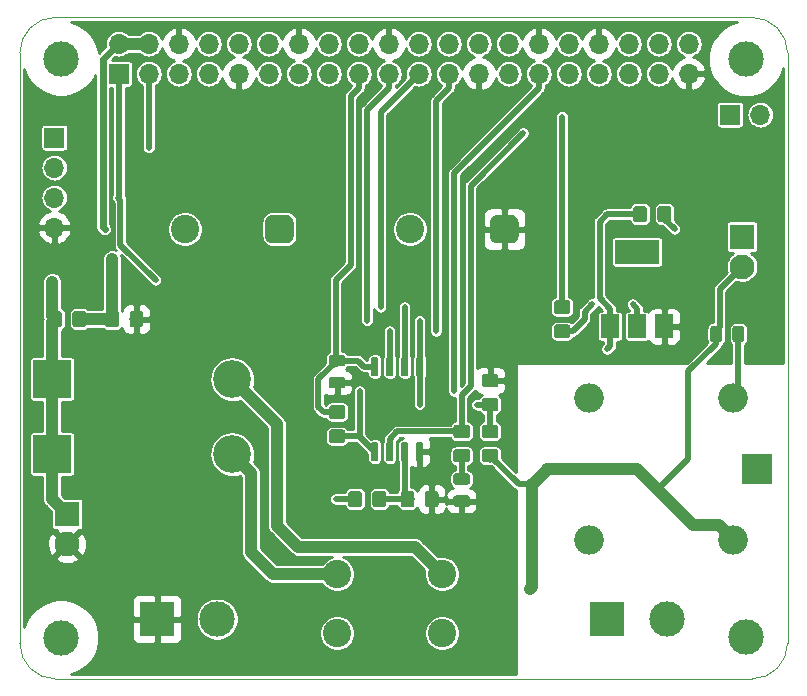
<source format=gbr>
%TF.GenerationSoftware,KiCad,Pcbnew,5.1.4-e60b266~84~ubuntu18.04.1*%
%TF.CreationDate,2019-11-04T19:33:46+01:00*%
%TF.ProjectId,FHSHat,46485348-6174-42e6-9b69-6361645f7063,rev?*%
%TF.SameCoordinates,Original*%
%TF.FileFunction,Copper,L1,Top*%
%TF.FilePolarity,Positive*%
%FSLAX46Y46*%
G04 Gerber Fmt 4.6, Leading zero omitted, Abs format (unit mm)*
G04 Created by KiCad (PCBNEW 5.1.4-e60b266~84~ubuntu18.04.1) date 2019-11-04 19:33:46*
%MOMM*%
%LPD*%
G04 APERTURE LIST*
%ADD10C,0.100000*%
%ADD11C,0.150000*%
%ADD12C,1.150000*%
%ADD13R,1.500000X2.000000*%
%ADD14R,3.800000X2.000000*%
%ADD15O,2.500000X2.500000*%
%ADD16R,2.500000X2.500000*%
%ADD17C,0.975000*%
%ADD18C,2.400000*%
%ADD19O,1.700000X1.700000*%
%ADD20R,1.700000X1.700000*%
%ADD21C,3.000000*%
%ADD22C,2.100000*%
%ADD23R,2.100000X2.100000*%
%ADD24C,0.600000*%
%ADD25O,3.200000X3.200000*%
%ADD26R,3.200000X3.200000*%
%ADD27R,3.000000X3.000000*%
%ADD28C,0.400000*%
%ADD29C,0.800000*%
%ADD30C,1.000000*%
%ADD31C,0.500000*%
%ADD32C,0.600000*%
%ADD33C,0.254000*%
G04 APERTURE END LIST*
D10*
X78546356Y-63817611D02*
X78546356Y-113817611D01*
X78546356Y-63817611D02*
G75*
G02X81546356Y-60817611I3000000J0D01*
G01*
X140546356Y-60817611D02*
X81546356Y-60817611D01*
X140546356Y-60817611D02*
G75*
G02X143546356Y-63817611I0J-3000000D01*
G01*
X143546356Y-113817611D02*
X143546356Y-63817611D01*
X81546356Y-116817611D02*
G75*
G02X78546356Y-113817611I0J3000000D01*
G01*
X81546356Y-116817611D02*
X140546356Y-116817611D01*
X143546351Y-113822847D02*
G75*
G02X140546356Y-116817611I-2999995J5236D01*
G01*
D11*
G36*
X88759505Y-85661204D02*
G01*
X88783773Y-85664804D01*
X88807572Y-85670765D01*
X88830671Y-85679030D01*
X88852850Y-85689520D01*
X88873893Y-85702132D01*
X88893599Y-85716747D01*
X88911777Y-85733223D01*
X88928253Y-85751401D01*
X88942868Y-85771107D01*
X88955480Y-85792150D01*
X88965970Y-85814329D01*
X88974235Y-85837428D01*
X88980196Y-85861227D01*
X88983796Y-85885495D01*
X88985000Y-85909999D01*
X88985000Y-86810001D01*
X88983796Y-86834505D01*
X88980196Y-86858773D01*
X88974235Y-86882572D01*
X88965970Y-86905671D01*
X88955480Y-86927850D01*
X88942868Y-86948893D01*
X88928253Y-86968599D01*
X88911777Y-86986777D01*
X88893599Y-87003253D01*
X88873893Y-87017868D01*
X88852850Y-87030480D01*
X88830671Y-87040970D01*
X88807572Y-87049235D01*
X88783773Y-87055196D01*
X88759505Y-87058796D01*
X88735001Y-87060000D01*
X88084999Y-87060000D01*
X88060495Y-87058796D01*
X88036227Y-87055196D01*
X88012428Y-87049235D01*
X87989329Y-87040970D01*
X87967150Y-87030480D01*
X87946107Y-87017868D01*
X87926401Y-87003253D01*
X87908223Y-86986777D01*
X87891747Y-86968599D01*
X87877132Y-86948893D01*
X87864520Y-86927850D01*
X87854030Y-86905671D01*
X87845765Y-86882572D01*
X87839804Y-86858773D01*
X87836204Y-86834505D01*
X87835000Y-86810001D01*
X87835000Y-85909999D01*
X87836204Y-85885495D01*
X87839804Y-85861227D01*
X87845765Y-85837428D01*
X87854030Y-85814329D01*
X87864520Y-85792150D01*
X87877132Y-85771107D01*
X87891747Y-85751401D01*
X87908223Y-85733223D01*
X87926401Y-85716747D01*
X87946107Y-85702132D01*
X87967150Y-85689520D01*
X87989329Y-85679030D01*
X88012428Y-85670765D01*
X88036227Y-85664804D01*
X88060495Y-85661204D01*
X88084999Y-85660000D01*
X88735001Y-85660000D01*
X88759505Y-85661204D01*
X88759505Y-85661204D01*
G37*
D12*
X88410000Y-86360000D03*
D11*
G36*
X86709505Y-85661204D02*
G01*
X86733773Y-85664804D01*
X86757572Y-85670765D01*
X86780671Y-85679030D01*
X86802850Y-85689520D01*
X86823893Y-85702132D01*
X86843599Y-85716747D01*
X86861777Y-85733223D01*
X86878253Y-85751401D01*
X86892868Y-85771107D01*
X86905480Y-85792150D01*
X86915970Y-85814329D01*
X86924235Y-85837428D01*
X86930196Y-85861227D01*
X86933796Y-85885495D01*
X86935000Y-85909999D01*
X86935000Y-86810001D01*
X86933796Y-86834505D01*
X86930196Y-86858773D01*
X86924235Y-86882572D01*
X86915970Y-86905671D01*
X86905480Y-86927850D01*
X86892868Y-86948893D01*
X86878253Y-86968599D01*
X86861777Y-86986777D01*
X86843599Y-87003253D01*
X86823893Y-87017868D01*
X86802850Y-87030480D01*
X86780671Y-87040970D01*
X86757572Y-87049235D01*
X86733773Y-87055196D01*
X86709505Y-87058796D01*
X86685001Y-87060000D01*
X86034999Y-87060000D01*
X86010495Y-87058796D01*
X85986227Y-87055196D01*
X85962428Y-87049235D01*
X85939329Y-87040970D01*
X85917150Y-87030480D01*
X85896107Y-87017868D01*
X85876401Y-87003253D01*
X85858223Y-86986777D01*
X85841747Y-86968599D01*
X85827132Y-86948893D01*
X85814520Y-86927850D01*
X85804030Y-86905671D01*
X85795765Y-86882572D01*
X85789804Y-86858773D01*
X85786204Y-86834505D01*
X85785000Y-86810001D01*
X85785000Y-85909999D01*
X85786204Y-85885495D01*
X85789804Y-85861227D01*
X85795765Y-85837428D01*
X85804030Y-85814329D01*
X85814520Y-85792150D01*
X85827132Y-85771107D01*
X85841747Y-85751401D01*
X85858223Y-85733223D01*
X85876401Y-85716747D01*
X85896107Y-85702132D01*
X85917150Y-85689520D01*
X85939329Y-85679030D01*
X85962428Y-85670765D01*
X85986227Y-85664804D01*
X86010495Y-85661204D01*
X86034999Y-85660000D01*
X86685001Y-85660000D01*
X86709505Y-85661204D01*
X86709505Y-85661204D01*
G37*
D12*
X86360000Y-86360000D03*
D11*
G36*
X83924505Y-85661204D02*
G01*
X83948773Y-85664804D01*
X83972572Y-85670765D01*
X83995671Y-85679030D01*
X84017850Y-85689520D01*
X84038893Y-85702132D01*
X84058599Y-85716747D01*
X84076777Y-85733223D01*
X84093253Y-85751401D01*
X84107868Y-85771107D01*
X84120480Y-85792150D01*
X84130970Y-85814329D01*
X84139235Y-85837428D01*
X84145196Y-85861227D01*
X84148796Y-85885495D01*
X84150000Y-85909999D01*
X84150000Y-86810001D01*
X84148796Y-86834505D01*
X84145196Y-86858773D01*
X84139235Y-86882572D01*
X84130970Y-86905671D01*
X84120480Y-86927850D01*
X84107868Y-86948893D01*
X84093253Y-86968599D01*
X84076777Y-86986777D01*
X84058599Y-87003253D01*
X84038893Y-87017868D01*
X84017850Y-87030480D01*
X83995671Y-87040970D01*
X83972572Y-87049235D01*
X83948773Y-87055196D01*
X83924505Y-87058796D01*
X83900001Y-87060000D01*
X83249999Y-87060000D01*
X83225495Y-87058796D01*
X83201227Y-87055196D01*
X83177428Y-87049235D01*
X83154329Y-87040970D01*
X83132150Y-87030480D01*
X83111107Y-87017868D01*
X83091401Y-87003253D01*
X83073223Y-86986777D01*
X83056747Y-86968599D01*
X83042132Y-86948893D01*
X83029520Y-86927850D01*
X83019030Y-86905671D01*
X83010765Y-86882572D01*
X83004804Y-86858773D01*
X83001204Y-86834505D01*
X83000000Y-86810001D01*
X83000000Y-85909999D01*
X83001204Y-85885495D01*
X83004804Y-85861227D01*
X83010765Y-85837428D01*
X83019030Y-85814329D01*
X83029520Y-85792150D01*
X83042132Y-85771107D01*
X83056747Y-85751401D01*
X83073223Y-85733223D01*
X83091401Y-85716747D01*
X83111107Y-85702132D01*
X83132150Y-85689520D01*
X83154329Y-85679030D01*
X83177428Y-85670765D01*
X83201227Y-85664804D01*
X83225495Y-85661204D01*
X83249999Y-85660000D01*
X83900001Y-85660000D01*
X83924505Y-85661204D01*
X83924505Y-85661204D01*
G37*
D12*
X83575000Y-86360000D03*
D11*
G36*
X81874505Y-85661204D02*
G01*
X81898773Y-85664804D01*
X81922572Y-85670765D01*
X81945671Y-85679030D01*
X81967850Y-85689520D01*
X81988893Y-85702132D01*
X82008599Y-85716747D01*
X82026777Y-85733223D01*
X82043253Y-85751401D01*
X82057868Y-85771107D01*
X82070480Y-85792150D01*
X82080970Y-85814329D01*
X82089235Y-85837428D01*
X82095196Y-85861227D01*
X82098796Y-85885495D01*
X82100000Y-85909999D01*
X82100000Y-86810001D01*
X82098796Y-86834505D01*
X82095196Y-86858773D01*
X82089235Y-86882572D01*
X82080970Y-86905671D01*
X82070480Y-86927850D01*
X82057868Y-86948893D01*
X82043253Y-86968599D01*
X82026777Y-86986777D01*
X82008599Y-87003253D01*
X81988893Y-87017868D01*
X81967850Y-87030480D01*
X81945671Y-87040970D01*
X81922572Y-87049235D01*
X81898773Y-87055196D01*
X81874505Y-87058796D01*
X81850001Y-87060000D01*
X81199999Y-87060000D01*
X81175495Y-87058796D01*
X81151227Y-87055196D01*
X81127428Y-87049235D01*
X81104329Y-87040970D01*
X81082150Y-87030480D01*
X81061107Y-87017868D01*
X81041401Y-87003253D01*
X81023223Y-86986777D01*
X81006747Y-86968599D01*
X80992132Y-86948893D01*
X80979520Y-86927850D01*
X80969030Y-86905671D01*
X80960765Y-86882572D01*
X80954804Y-86858773D01*
X80951204Y-86834505D01*
X80950000Y-86810001D01*
X80950000Y-85909999D01*
X80951204Y-85885495D01*
X80954804Y-85861227D01*
X80960765Y-85837428D01*
X80969030Y-85814329D01*
X80979520Y-85792150D01*
X80992132Y-85771107D01*
X81006747Y-85751401D01*
X81023223Y-85733223D01*
X81041401Y-85716747D01*
X81061107Y-85702132D01*
X81082150Y-85689520D01*
X81104329Y-85679030D01*
X81127428Y-85670765D01*
X81151227Y-85664804D01*
X81175495Y-85661204D01*
X81199999Y-85660000D01*
X81850001Y-85660000D01*
X81874505Y-85661204D01*
X81874505Y-85661204D01*
G37*
D12*
X81525000Y-86360000D03*
D11*
G36*
X124934505Y-84761204D02*
G01*
X124958773Y-84764804D01*
X124982572Y-84770765D01*
X125005671Y-84779030D01*
X125027850Y-84789520D01*
X125048893Y-84802132D01*
X125068599Y-84816747D01*
X125086777Y-84833223D01*
X125103253Y-84851401D01*
X125117868Y-84871107D01*
X125130480Y-84892150D01*
X125140970Y-84914329D01*
X125149235Y-84937428D01*
X125155196Y-84961227D01*
X125158796Y-84985495D01*
X125160000Y-85009999D01*
X125160000Y-85660001D01*
X125158796Y-85684505D01*
X125155196Y-85708773D01*
X125149235Y-85732572D01*
X125140970Y-85755671D01*
X125130480Y-85777850D01*
X125117868Y-85798893D01*
X125103253Y-85818599D01*
X125086777Y-85836777D01*
X125068599Y-85853253D01*
X125048893Y-85867868D01*
X125027850Y-85880480D01*
X125005671Y-85890970D01*
X124982572Y-85899235D01*
X124958773Y-85905196D01*
X124934505Y-85908796D01*
X124910001Y-85910000D01*
X124009999Y-85910000D01*
X123985495Y-85908796D01*
X123961227Y-85905196D01*
X123937428Y-85899235D01*
X123914329Y-85890970D01*
X123892150Y-85880480D01*
X123871107Y-85867868D01*
X123851401Y-85853253D01*
X123833223Y-85836777D01*
X123816747Y-85818599D01*
X123802132Y-85798893D01*
X123789520Y-85777850D01*
X123779030Y-85755671D01*
X123770765Y-85732572D01*
X123764804Y-85708773D01*
X123761204Y-85684505D01*
X123760000Y-85660001D01*
X123760000Y-85009999D01*
X123761204Y-84985495D01*
X123764804Y-84961227D01*
X123770765Y-84937428D01*
X123779030Y-84914329D01*
X123789520Y-84892150D01*
X123802132Y-84871107D01*
X123816747Y-84851401D01*
X123833223Y-84833223D01*
X123851401Y-84816747D01*
X123871107Y-84802132D01*
X123892150Y-84789520D01*
X123914329Y-84779030D01*
X123937428Y-84770765D01*
X123961227Y-84764804D01*
X123985495Y-84761204D01*
X124009999Y-84760000D01*
X124910001Y-84760000D01*
X124934505Y-84761204D01*
X124934505Y-84761204D01*
G37*
D12*
X124460000Y-85335000D03*
D11*
G36*
X124934505Y-86811204D02*
G01*
X124958773Y-86814804D01*
X124982572Y-86820765D01*
X125005671Y-86829030D01*
X125027850Y-86839520D01*
X125048893Y-86852132D01*
X125068599Y-86866747D01*
X125086777Y-86883223D01*
X125103253Y-86901401D01*
X125117868Y-86921107D01*
X125130480Y-86942150D01*
X125140970Y-86964329D01*
X125149235Y-86987428D01*
X125155196Y-87011227D01*
X125158796Y-87035495D01*
X125160000Y-87059999D01*
X125160000Y-87710001D01*
X125158796Y-87734505D01*
X125155196Y-87758773D01*
X125149235Y-87782572D01*
X125140970Y-87805671D01*
X125130480Y-87827850D01*
X125117868Y-87848893D01*
X125103253Y-87868599D01*
X125086777Y-87886777D01*
X125068599Y-87903253D01*
X125048893Y-87917868D01*
X125027850Y-87930480D01*
X125005671Y-87940970D01*
X124982572Y-87949235D01*
X124958773Y-87955196D01*
X124934505Y-87958796D01*
X124910001Y-87960000D01*
X124009999Y-87960000D01*
X123985495Y-87958796D01*
X123961227Y-87955196D01*
X123937428Y-87949235D01*
X123914329Y-87940970D01*
X123892150Y-87930480D01*
X123871107Y-87917868D01*
X123851401Y-87903253D01*
X123833223Y-87886777D01*
X123816747Y-87868599D01*
X123802132Y-87848893D01*
X123789520Y-87827850D01*
X123779030Y-87805671D01*
X123770765Y-87782572D01*
X123764804Y-87758773D01*
X123761204Y-87734505D01*
X123760000Y-87710001D01*
X123760000Y-87059999D01*
X123761204Y-87035495D01*
X123764804Y-87011227D01*
X123770765Y-86987428D01*
X123779030Y-86964329D01*
X123789520Y-86942150D01*
X123802132Y-86921107D01*
X123816747Y-86901401D01*
X123833223Y-86883223D01*
X123851401Y-86866747D01*
X123871107Y-86852132D01*
X123892150Y-86839520D01*
X123914329Y-86829030D01*
X123937428Y-86820765D01*
X123961227Y-86814804D01*
X123985495Y-86811204D01*
X124009999Y-86810000D01*
X124910001Y-86810000D01*
X124934505Y-86811204D01*
X124934505Y-86811204D01*
G37*
D12*
X124460000Y-87385000D03*
D11*
G36*
X118838505Y-90984204D02*
G01*
X118862773Y-90987804D01*
X118886572Y-90993765D01*
X118909671Y-91002030D01*
X118931850Y-91012520D01*
X118952893Y-91025132D01*
X118972599Y-91039747D01*
X118990777Y-91056223D01*
X119007253Y-91074401D01*
X119021868Y-91094107D01*
X119034480Y-91115150D01*
X119044970Y-91137329D01*
X119053235Y-91160428D01*
X119059196Y-91184227D01*
X119062796Y-91208495D01*
X119064000Y-91232999D01*
X119064000Y-91883001D01*
X119062796Y-91907505D01*
X119059196Y-91931773D01*
X119053235Y-91955572D01*
X119044970Y-91978671D01*
X119034480Y-92000850D01*
X119021868Y-92021893D01*
X119007253Y-92041599D01*
X118990777Y-92059777D01*
X118972599Y-92076253D01*
X118952893Y-92090868D01*
X118931850Y-92103480D01*
X118909671Y-92113970D01*
X118886572Y-92122235D01*
X118862773Y-92128196D01*
X118838505Y-92131796D01*
X118814001Y-92133000D01*
X117913999Y-92133000D01*
X117889495Y-92131796D01*
X117865227Y-92128196D01*
X117841428Y-92122235D01*
X117818329Y-92113970D01*
X117796150Y-92103480D01*
X117775107Y-92090868D01*
X117755401Y-92076253D01*
X117737223Y-92059777D01*
X117720747Y-92041599D01*
X117706132Y-92021893D01*
X117693520Y-92000850D01*
X117683030Y-91978671D01*
X117674765Y-91955572D01*
X117668804Y-91931773D01*
X117665204Y-91907505D01*
X117664000Y-91883001D01*
X117664000Y-91232999D01*
X117665204Y-91208495D01*
X117668804Y-91184227D01*
X117674765Y-91160428D01*
X117683030Y-91137329D01*
X117693520Y-91115150D01*
X117706132Y-91094107D01*
X117720747Y-91074401D01*
X117737223Y-91056223D01*
X117755401Y-91039747D01*
X117775107Y-91025132D01*
X117796150Y-91012520D01*
X117818329Y-91002030D01*
X117841428Y-90993765D01*
X117865227Y-90987804D01*
X117889495Y-90984204D01*
X117913999Y-90983000D01*
X118814001Y-90983000D01*
X118838505Y-90984204D01*
X118838505Y-90984204D01*
G37*
D12*
X118364000Y-91558000D03*
D11*
G36*
X118838505Y-93034204D02*
G01*
X118862773Y-93037804D01*
X118886572Y-93043765D01*
X118909671Y-93052030D01*
X118931850Y-93062520D01*
X118952893Y-93075132D01*
X118972599Y-93089747D01*
X118990777Y-93106223D01*
X119007253Y-93124401D01*
X119021868Y-93144107D01*
X119034480Y-93165150D01*
X119044970Y-93187329D01*
X119053235Y-93210428D01*
X119059196Y-93234227D01*
X119062796Y-93258495D01*
X119064000Y-93282999D01*
X119064000Y-93933001D01*
X119062796Y-93957505D01*
X119059196Y-93981773D01*
X119053235Y-94005572D01*
X119044970Y-94028671D01*
X119034480Y-94050850D01*
X119021868Y-94071893D01*
X119007253Y-94091599D01*
X118990777Y-94109777D01*
X118972599Y-94126253D01*
X118952893Y-94140868D01*
X118931850Y-94153480D01*
X118909671Y-94163970D01*
X118886572Y-94172235D01*
X118862773Y-94178196D01*
X118838505Y-94181796D01*
X118814001Y-94183000D01*
X117913999Y-94183000D01*
X117889495Y-94181796D01*
X117865227Y-94178196D01*
X117841428Y-94172235D01*
X117818329Y-94163970D01*
X117796150Y-94153480D01*
X117775107Y-94140868D01*
X117755401Y-94126253D01*
X117737223Y-94109777D01*
X117720747Y-94091599D01*
X117706132Y-94071893D01*
X117693520Y-94050850D01*
X117683030Y-94028671D01*
X117674765Y-94005572D01*
X117668804Y-93981773D01*
X117665204Y-93957505D01*
X117664000Y-93933001D01*
X117664000Y-93282999D01*
X117665204Y-93258495D01*
X117668804Y-93234227D01*
X117674765Y-93210428D01*
X117683030Y-93187329D01*
X117693520Y-93165150D01*
X117706132Y-93144107D01*
X117720747Y-93124401D01*
X117737223Y-93106223D01*
X117755401Y-93089747D01*
X117775107Y-93075132D01*
X117796150Y-93062520D01*
X117818329Y-93052030D01*
X117841428Y-93043765D01*
X117865227Y-93037804D01*
X117889495Y-93034204D01*
X117913999Y-93033000D01*
X118814001Y-93033000D01*
X118838505Y-93034204D01*
X118838505Y-93034204D01*
G37*
D12*
X118364000Y-93608000D03*
D11*
G36*
X118838505Y-95302204D02*
G01*
X118862773Y-95305804D01*
X118886572Y-95311765D01*
X118909671Y-95320030D01*
X118931850Y-95330520D01*
X118952893Y-95343132D01*
X118972599Y-95357747D01*
X118990777Y-95374223D01*
X119007253Y-95392401D01*
X119021868Y-95412107D01*
X119034480Y-95433150D01*
X119044970Y-95455329D01*
X119053235Y-95478428D01*
X119059196Y-95502227D01*
X119062796Y-95526495D01*
X119064000Y-95550999D01*
X119064000Y-96201001D01*
X119062796Y-96225505D01*
X119059196Y-96249773D01*
X119053235Y-96273572D01*
X119044970Y-96296671D01*
X119034480Y-96318850D01*
X119021868Y-96339893D01*
X119007253Y-96359599D01*
X118990777Y-96377777D01*
X118972599Y-96394253D01*
X118952893Y-96408868D01*
X118931850Y-96421480D01*
X118909671Y-96431970D01*
X118886572Y-96440235D01*
X118862773Y-96446196D01*
X118838505Y-96449796D01*
X118814001Y-96451000D01*
X117913999Y-96451000D01*
X117889495Y-96449796D01*
X117865227Y-96446196D01*
X117841428Y-96440235D01*
X117818329Y-96431970D01*
X117796150Y-96421480D01*
X117775107Y-96408868D01*
X117755401Y-96394253D01*
X117737223Y-96377777D01*
X117720747Y-96359599D01*
X117706132Y-96339893D01*
X117693520Y-96318850D01*
X117683030Y-96296671D01*
X117674765Y-96273572D01*
X117668804Y-96249773D01*
X117665204Y-96225505D01*
X117664000Y-96201001D01*
X117664000Y-95550999D01*
X117665204Y-95526495D01*
X117668804Y-95502227D01*
X117674765Y-95478428D01*
X117683030Y-95455329D01*
X117693520Y-95433150D01*
X117706132Y-95412107D01*
X117720747Y-95392401D01*
X117737223Y-95374223D01*
X117755401Y-95357747D01*
X117775107Y-95343132D01*
X117796150Y-95330520D01*
X117818329Y-95320030D01*
X117841428Y-95311765D01*
X117865227Y-95305804D01*
X117889495Y-95302204D01*
X117913999Y-95301000D01*
X118814001Y-95301000D01*
X118838505Y-95302204D01*
X118838505Y-95302204D01*
G37*
D12*
X118364000Y-95876000D03*
D11*
G36*
X118838505Y-97352204D02*
G01*
X118862773Y-97355804D01*
X118886572Y-97361765D01*
X118909671Y-97370030D01*
X118931850Y-97380520D01*
X118952893Y-97393132D01*
X118972599Y-97407747D01*
X118990777Y-97424223D01*
X119007253Y-97442401D01*
X119021868Y-97462107D01*
X119034480Y-97483150D01*
X119044970Y-97505329D01*
X119053235Y-97528428D01*
X119059196Y-97552227D01*
X119062796Y-97576495D01*
X119064000Y-97600999D01*
X119064000Y-98251001D01*
X119062796Y-98275505D01*
X119059196Y-98299773D01*
X119053235Y-98323572D01*
X119044970Y-98346671D01*
X119034480Y-98368850D01*
X119021868Y-98389893D01*
X119007253Y-98409599D01*
X118990777Y-98427777D01*
X118972599Y-98444253D01*
X118952893Y-98458868D01*
X118931850Y-98471480D01*
X118909671Y-98481970D01*
X118886572Y-98490235D01*
X118862773Y-98496196D01*
X118838505Y-98499796D01*
X118814001Y-98501000D01*
X117913999Y-98501000D01*
X117889495Y-98499796D01*
X117865227Y-98496196D01*
X117841428Y-98490235D01*
X117818329Y-98481970D01*
X117796150Y-98471480D01*
X117775107Y-98458868D01*
X117755401Y-98444253D01*
X117737223Y-98427777D01*
X117720747Y-98409599D01*
X117706132Y-98389893D01*
X117693520Y-98368850D01*
X117683030Y-98346671D01*
X117674765Y-98323572D01*
X117668804Y-98299773D01*
X117665204Y-98275505D01*
X117664000Y-98251001D01*
X117664000Y-97600999D01*
X117665204Y-97576495D01*
X117668804Y-97552227D01*
X117674765Y-97528428D01*
X117683030Y-97505329D01*
X117693520Y-97483150D01*
X117706132Y-97462107D01*
X117720747Y-97442401D01*
X117737223Y-97424223D01*
X117755401Y-97407747D01*
X117775107Y-97393132D01*
X117796150Y-97380520D01*
X117818329Y-97370030D01*
X117841428Y-97361765D01*
X117865227Y-97355804D01*
X117889495Y-97352204D01*
X117913999Y-97351000D01*
X118814001Y-97351000D01*
X118838505Y-97352204D01*
X118838505Y-97352204D01*
G37*
D12*
X118364000Y-97926000D03*
D13*
X128510000Y-86970000D03*
X133110000Y-86970000D03*
X130810000Y-86970000D03*
D14*
X130810000Y-80670000D03*
D15*
X138970000Y-105060000D03*
X126770000Y-105060000D03*
X126770000Y-93060000D03*
X138970000Y-93060000D03*
D16*
X140970000Y-99060000D03*
D11*
G36*
X139635142Y-86931174D02*
G01*
X139658803Y-86934684D01*
X139682007Y-86940496D01*
X139704529Y-86948554D01*
X139726153Y-86958782D01*
X139746670Y-86971079D01*
X139765883Y-86985329D01*
X139783607Y-87001393D01*
X139799671Y-87019117D01*
X139813921Y-87038330D01*
X139826218Y-87058847D01*
X139836446Y-87080471D01*
X139844504Y-87102993D01*
X139850316Y-87126197D01*
X139853826Y-87149858D01*
X139855000Y-87173750D01*
X139855000Y-88086250D01*
X139853826Y-88110142D01*
X139850316Y-88133803D01*
X139844504Y-88157007D01*
X139836446Y-88179529D01*
X139826218Y-88201153D01*
X139813921Y-88221670D01*
X139799671Y-88240883D01*
X139783607Y-88258607D01*
X139765883Y-88274671D01*
X139746670Y-88288921D01*
X139726153Y-88301218D01*
X139704529Y-88311446D01*
X139682007Y-88319504D01*
X139658803Y-88325316D01*
X139635142Y-88328826D01*
X139611250Y-88330000D01*
X139123750Y-88330000D01*
X139099858Y-88328826D01*
X139076197Y-88325316D01*
X139052993Y-88319504D01*
X139030471Y-88311446D01*
X139008847Y-88301218D01*
X138988330Y-88288921D01*
X138969117Y-88274671D01*
X138951393Y-88258607D01*
X138935329Y-88240883D01*
X138921079Y-88221670D01*
X138908782Y-88201153D01*
X138898554Y-88179529D01*
X138890496Y-88157007D01*
X138884684Y-88133803D01*
X138881174Y-88110142D01*
X138880000Y-88086250D01*
X138880000Y-87173750D01*
X138881174Y-87149858D01*
X138884684Y-87126197D01*
X138890496Y-87102993D01*
X138898554Y-87080471D01*
X138908782Y-87058847D01*
X138921079Y-87038330D01*
X138935329Y-87019117D01*
X138951393Y-87001393D01*
X138969117Y-86985329D01*
X138988330Y-86971079D01*
X139008847Y-86958782D01*
X139030471Y-86948554D01*
X139052993Y-86940496D01*
X139076197Y-86934684D01*
X139099858Y-86931174D01*
X139123750Y-86930000D01*
X139611250Y-86930000D01*
X139635142Y-86931174D01*
X139635142Y-86931174D01*
G37*
D17*
X139367500Y-87630000D03*
D11*
G36*
X137760142Y-86931174D02*
G01*
X137783803Y-86934684D01*
X137807007Y-86940496D01*
X137829529Y-86948554D01*
X137851153Y-86958782D01*
X137871670Y-86971079D01*
X137890883Y-86985329D01*
X137908607Y-87001393D01*
X137924671Y-87019117D01*
X137938921Y-87038330D01*
X137951218Y-87058847D01*
X137961446Y-87080471D01*
X137969504Y-87102993D01*
X137975316Y-87126197D01*
X137978826Y-87149858D01*
X137980000Y-87173750D01*
X137980000Y-88086250D01*
X137978826Y-88110142D01*
X137975316Y-88133803D01*
X137969504Y-88157007D01*
X137961446Y-88179529D01*
X137951218Y-88201153D01*
X137938921Y-88221670D01*
X137924671Y-88240883D01*
X137908607Y-88258607D01*
X137890883Y-88274671D01*
X137871670Y-88288921D01*
X137851153Y-88301218D01*
X137829529Y-88311446D01*
X137807007Y-88319504D01*
X137783803Y-88325316D01*
X137760142Y-88328826D01*
X137736250Y-88330000D01*
X137248750Y-88330000D01*
X137224858Y-88328826D01*
X137201197Y-88325316D01*
X137177993Y-88319504D01*
X137155471Y-88311446D01*
X137133847Y-88301218D01*
X137113330Y-88288921D01*
X137094117Y-88274671D01*
X137076393Y-88258607D01*
X137060329Y-88240883D01*
X137046079Y-88221670D01*
X137033782Y-88201153D01*
X137023554Y-88179529D01*
X137015496Y-88157007D01*
X137009684Y-88133803D01*
X137006174Y-88110142D01*
X137005000Y-88086250D01*
X137005000Y-87173750D01*
X137006174Y-87149858D01*
X137009684Y-87126197D01*
X137015496Y-87102993D01*
X137023554Y-87080471D01*
X137033782Y-87058847D01*
X137046079Y-87038330D01*
X137060329Y-87019117D01*
X137076393Y-87001393D01*
X137094117Y-86985329D01*
X137113330Y-86971079D01*
X137133847Y-86958782D01*
X137155471Y-86948554D01*
X137177993Y-86940496D01*
X137201197Y-86934684D01*
X137224858Y-86931174D01*
X137248750Y-86930000D01*
X137736250Y-86930000D01*
X137760142Y-86931174D01*
X137760142Y-86931174D01*
G37*
D17*
X137492500Y-87630000D03*
D11*
G36*
X120228810Y-77542889D02*
G01*
X120287054Y-77551529D01*
X120344171Y-77565836D01*
X120399610Y-77585672D01*
X120452838Y-77610847D01*
X120503342Y-77641118D01*
X120550636Y-77676194D01*
X120594264Y-77715736D01*
X120633806Y-77759364D01*
X120668882Y-77806658D01*
X120699153Y-77857162D01*
X120724328Y-77910390D01*
X120744164Y-77965829D01*
X120758471Y-78022946D01*
X120767111Y-78081190D01*
X120770000Y-78140000D01*
X120770000Y-79340000D01*
X120767111Y-79398810D01*
X120758471Y-79457054D01*
X120744164Y-79514171D01*
X120724328Y-79569610D01*
X120699153Y-79622838D01*
X120668882Y-79673342D01*
X120633806Y-79720636D01*
X120594264Y-79764264D01*
X120550636Y-79803806D01*
X120503342Y-79838882D01*
X120452838Y-79869153D01*
X120399610Y-79894328D01*
X120344171Y-79914164D01*
X120287054Y-79928471D01*
X120228810Y-79937111D01*
X120170000Y-79940000D01*
X118970000Y-79940000D01*
X118911190Y-79937111D01*
X118852946Y-79928471D01*
X118795829Y-79914164D01*
X118740390Y-79894328D01*
X118687162Y-79869153D01*
X118636658Y-79838882D01*
X118589364Y-79803806D01*
X118545736Y-79764264D01*
X118506194Y-79720636D01*
X118471118Y-79673342D01*
X118440847Y-79622838D01*
X118415672Y-79569610D01*
X118395836Y-79514171D01*
X118381529Y-79457054D01*
X118372889Y-79398810D01*
X118370000Y-79340000D01*
X118370000Y-78140000D01*
X118372889Y-78081190D01*
X118381529Y-78022946D01*
X118395836Y-77965829D01*
X118415672Y-77910390D01*
X118440847Y-77857162D01*
X118471118Y-77806658D01*
X118506194Y-77759364D01*
X118545736Y-77715736D01*
X118589364Y-77676194D01*
X118636658Y-77641118D01*
X118687162Y-77610847D01*
X118740390Y-77585672D01*
X118795829Y-77565836D01*
X118852946Y-77551529D01*
X118911190Y-77542889D01*
X118970000Y-77540000D01*
X120170000Y-77540000D01*
X120228810Y-77542889D01*
X120228810Y-77542889D01*
G37*
D18*
X119570000Y-78740000D03*
X111570000Y-78740000D03*
D11*
G36*
X101178810Y-77542889D02*
G01*
X101237054Y-77551529D01*
X101294171Y-77565836D01*
X101349610Y-77585672D01*
X101402838Y-77610847D01*
X101453342Y-77641118D01*
X101500636Y-77676194D01*
X101544264Y-77715736D01*
X101583806Y-77759364D01*
X101618882Y-77806658D01*
X101649153Y-77857162D01*
X101674328Y-77910390D01*
X101694164Y-77965829D01*
X101708471Y-78022946D01*
X101717111Y-78081190D01*
X101720000Y-78140000D01*
X101720000Y-79340000D01*
X101717111Y-79398810D01*
X101708471Y-79457054D01*
X101694164Y-79514171D01*
X101674328Y-79569610D01*
X101649153Y-79622838D01*
X101618882Y-79673342D01*
X101583806Y-79720636D01*
X101544264Y-79764264D01*
X101500636Y-79803806D01*
X101453342Y-79838882D01*
X101402838Y-79869153D01*
X101349610Y-79894328D01*
X101294171Y-79914164D01*
X101237054Y-79928471D01*
X101178810Y-79937111D01*
X101120000Y-79940000D01*
X99920000Y-79940000D01*
X99861190Y-79937111D01*
X99802946Y-79928471D01*
X99745829Y-79914164D01*
X99690390Y-79894328D01*
X99637162Y-79869153D01*
X99586658Y-79838882D01*
X99539364Y-79803806D01*
X99495736Y-79764264D01*
X99456194Y-79720636D01*
X99421118Y-79673342D01*
X99390847Y-79622838D01*
X99365672Y-79569610D01*
X99345836Y-79514171D01*
X99331529Y-79457054D01*
X99322889Y-79398810D01*
X99320000Y-79340000D01*
X99320000Y-78140000D01*
X99322889Y-78081190D01*
X99331529Y-78022946D01*
X99345836Y-77965829D01*
X99365672Y-77910390D01*
X99390847Y-77857162D01*
X99421118Y-77806658D01*
X99456194Y-77759364D01*
X99495736Y-77715736D01*
X99539364Y-77676194D01*
X99586658Y-77641118D01*
X99637162Y-77610847D01*
X99690390Y-77585672D01*
X99745829Y-77565836D01*
X99802946Y-77551529D01*
X99861190Y-77542889D01*
X99920000Y-77540000D01*
X101120000Y-77540000D01*
X101178810Y-77542889D01*
X101178810Y-77542889D01*
G37*
D18*
X100520000Y-78740000D03*
X92520000Y-78740000D03*
D19*
X135180000Y-63050000D03*
X135180000Y-65590000D03*
X132640000Y-63050000D03*
X132640000Y-65590000D03*
X130100000Y-63050000D03*
X130100000Y-65590000D03*
X127560000Y-63050000D03*
X127560000Y-65590000D03*
X125020000Y-63050000D03*
X125020000Y-65590000D03*
X122480000Y-63050000D03*
X122480000Y-65590000D03*
X119940000Y-63050000D03*
X119940000Y-65590000D03*
X117400000Y-63050000D03*
X117400000Y-65590000D03*
X114860000Y-63050000D03*
X114860000Y-65590000D03*
X112320000Y-63050000D03*
X112320000Y-65590000D03*
X109780000Y-63050000D03*
X109780000Y-65590000D03*
X107240000Y-63050000D03*
X107240000Y-65590000D03*
X104700000Y-63050000D03*
X104700000Y-65590000D03*
X102160000Y-63050000D03*
X102160000Y-65590000D03*
X99620000Y-63050000D03*
X99620000Y-65590000D03*
X97080000Y-63050000D03*
X97080000Y-65590000D03*
X94540000Y-63050000D03*
X94540000Y-65590000D03*
X92000000Y-63050000D03*
X92000000Y-65590000D03*
X89460000Y-63050000D03*
X89460000Y-65590000D03*
X86920000Y-63050000D03*
D20*
X86920000Y-65590000D03*
D21*
X82040000Y-64310000D03*
X140040000Y-64330000D03*
X82040000Y-113320000D03*
X140030000Y-113310000D03*
D11*
G36*
X105890142Y-91256174D02*
G01*
X105913803Y-91259684D01*
X105937007Y-91265496D01*
X105959529Y-91273554D01*
X105981153Y-91283782D01*
X106001670Y-91296079D01*
X106020883Y-91310329D01*
X106038607Y-91326393D01*
X106054671Y-91344117D01*
X106068921Y-91363330D01*
X106081218Y-91383847D01*
X106091446Y-91405471D01*
X106099504Y-91427993D01*
X106105316Y-91451197D01*
X106108826Y-91474858D01*
X106110000Y-91498750D01*
X106110000Y-91986250D01*
X106108826Y-92010142D01*
X106105316Y-92033803D01*
X106099504Y-92057007D01*
X106091446Y-92079529D01*
X106081218Y-92101153D01*
X106068921Y-92121670D01*
X106054671Y-92140883D01*
X106038607Y-92158607D01*
X106020883Y-92174671D01*
X106001670Y-92188921D01*
X105981153Y-92201218D01*
X105959529Y-92211446D01*
X105937007Y-92219504D01*
X105913803Y-92225316D01*
X105890142Y-92228826D01*
X105866250Y-92230000D01*
X104953750Y-92230000D01*
X104929858Y-92228826D01*
X104906197Y-92225316D01*
X104882993Y-92219504D01*
X104860471Y-92211446D01*
X104838847Y-92201218D01*
X104818330Y-92188921D01*
X104799117Y-92174671D01*
X104781393Y-92158607D01*
X104765329Y-92140883D01*
X104751079Y-92121670D01*
X104738782Y-92101153D01*
X104728554Y-92079529D01*
X104720496Y-92057007D01*
X104714684Y-92033803D01*
X104711174Y-92010142D01*
X104710000Y-91986250D01*
X104710000Y-91498750D01*
X104711174Y-91474858D01*
X104714684Y-91451197D01*
X104720496Y-91427993D01*
X104728554Y-91405471D01*
X104738782Y-91383847D01*
X104751079Y-91363330D01*
X104765329Y-91344117D01*
X104781393Y-91326393D01*
X104799117Y-91310329D01*
X104818330Y-91296079D01*
X104838847Y-91283782D01*
X104860471Y-91273554D01*
X104882993Y-91265496D01*
X104906197Y-91259684D01*
X104929858Y-91256174D01*
X104953750Y-91255000D01*
X105866250Y-91255000D01*
X105890142Y-91256174D01*
X105890142Y-91256174D01*
G37*
D17*
X105410000Y-91742500D03*
D11*
G36*
X105890142Y-89381174D02*
G01*
X105913803Y-89384684D01*
X105937007Y-89390496D01*
X105959529Y-89398554D01*
X105981153Y-89408782D01*
X106001670Y-89421079D01*
X106020883Y-89435329D01*
X106038607Y-89451393D01*
X106054671Y-89469117D01*
X106068921Y-89488330D01*
X106081218Y-89508847D01*
X106091446Y-89530471D01*
X106099504Y-89552993D01*
X106105316Y-89576197D01*
X106108826Y-89599858D01*
X106110000Y-89623750D01*
X106110000Y-90111250D01*
X106108826Y-90135142D01*
X106105316Y-90158803D01*
X106099504Y-90182007D01*
X106091446Y-90204529D01*
X106081218Y-90226153D01*
X106068921Y-90246670D01*
X106054671Y-90265883D01*
X106038607Y-90283607D01*
X106020883Y-90299671D01*
X106001670Y-90313921D01*
X105981153Y-90326218D01*
X105959529Y-90336446D01*
X105937007Y-90344504D01*
X105913803Y-90350316D01*
X105890142Y-90353826D01*
X105866250Y-90355000D01*
X104953750Y-90355000D01*
X104929858Y-90353826D01*
X104906197Y-90350316D01*
X104882993Y-90344504D01*
X104860471Y-90336446D01*
X104838847Y-90326218D01*
X104818330Y-90313921D01*
X104799117Y-90299671D01*
X104781393Y-90283607D01*
X104765329Y-90265883D01*
X104751079Y-90246670D01*
X104738782Y-90226153D01*
X104728554Y-90204529D01*
X104720496Y-90182007D01*
X104714684Y-90158803D01*
X104711174Y-90135142D01*
X104710000Y-90111250D01*
X104710000Y-89623750D01*
X104711174Y-89599858D01*
X104714684Y-89576197D01*
X104720496Y-89552993D01*
X104728554Y-89530471D01*
X104738782Y-89508847D01*
X104751079Y-89488330D01*
X104765329Y-89469117D01*
X104781393Y-89451393D01*
X104799117Y-89435329D01*
X104818330Y-89421079D01*
X104838847Y-89408782D01*
X104860471Y-89398554D01*
X104882993Y-89390496D01*
X104906197Y-89384684D01*
X104929858Y-89381174D01*
X104953750Y-89380000D01*
X105866250Y-89380000D01*
X105890142Y-89381174D01*
X105890142Y-89381174D01*
G37*
D17*
X105410000Y-89867500D03*
D11*
G36*
X116431142Y-99414174D02*
G01*
X116454803Y-99417684D01*
X116478007Y-99423496D01*
X116500529Y-99431554D01*
X116522153Y-99441782D01*
X116542670Y-99454079D01*
X116561883Y-99468329D01*
X116579607Y-99484393D01*
X116595671Y-99502117D01*
X116609921Y-99521330D01*
X116622218Y-99541847D01*
X116632446Y-99563471D01*
X116640504Y-99585993D01*
X116646316Y-99609197D01*
X116649826Y-99632858D01*
X116651000Y-99656750D01*
X116651000Y-100144250D01*
X116649826Y-100168142D01*
X116646316Y-100191803D01*
X116640504Y-100215007D01*
X116632446Y-100237529D01*
X116622218Y-100259153D01*
X116609921Y-100279670D01*
X116595671Y-100298883D01*
X116579607Y-100316607D01*
X116561883Y-100332671D01*
X116542670Y-100346921D01*
X116522153Y-100359218D01*
X116500529Y-100369446D01*
X116478007Y-100377504D01*
X116454803Y-100383316D01*
X116431142Y-100386826D01*
X116407250Y-100388000D01*
X115494750Y-100388000D01*
X115470858Y-100386826D01*
X115447197Y-100383316D01*
X115423993Y-100377504D01*
X115401471Y-100369446D01*
X115379847Y-100359218D01*
X115359330Y-100346921D01*
X115340117Y-100332671D01*
X115322393Y-100316607D01*
X115306329Y-100298883D01*
X115292079Y-100279670D01*
X115279782Y-100259153D01*
X115269554Y-100237529D01*
X115261496Y-100215007D01*
X115255684Y-100191803D01*
X115252174Y-100168142D01*
X115251000Y-100144250D01*
X115251000Y-99656750D01*
X115252174Y-99632858D01*
X115255684Y-99609197D01*
X115261496Y-99585993D01*
X115269554Y-99563471D01*
X115279782Y-99541847D01*
X115292079Y-99521330D01*
X115306329Y-99502117D01*
X115322393Y-99484393D01*
X115340117Y-99468329D01*
X115359330Y-99454079D01*
X115379847Y-99441782D01*
X115401471Y-99431554D01*
X115423993Y-99423496D01*
X115447197Y-99417684D01*
X115470858Y-99414174D01*
X115494750Y-99413000D01*
X116407250Y-99413000D01*
X116431142Y-99414174D01*
X116431142Y-99414174D01*
G37*
D17*
X115951000Y-99900500D03*
D11*
G36*
X116431142Y-101289174D02*
G01*
X116454803Y-101292684D01*
X116478007Y-101298496D01*
X116500529Y-101306554D01*
X116522153Y-101316782D01*
X116542670Y-101329079D01*
X116561883Y-101343329D01*
X116579607Y-101359393D01*
X116595671Y-101377117D01*
X116609921Y-101396330D01*
X116622218Y-101416847D01*
X116632446Y-101438471D01*
X116640504Y-101460993D01*
X116646316Y-101484197D01*
X116649826Y-101507858D01*
X116651000Y-101531750D01*
X116651000Y-102019250D01*
X116649826Y-102043142D01*
X116646316Y-102066803D01*
X116640504Y-102090007D01*
X116632446Y-102112529D01*
X116622218Y-102134153D01*
X116609921Y-102154670D01*
X116595671Y-102173883D01*
X116579607Y-102191607D01*
X116561883Y-102207671D01*
X116542670Y-102221921D01*
X116522153Y-102234218D01*
X116500529Y-102244446D01*
X116478007Y-102252504D01*
X116454803Y-102258316D01*
X116431142Y-102261826D01*
X116407250Y-102263000D01*
X115494750Y-102263000D01*
X115470858Y-102261826D01*
X115447197Y-102258316D01*
X115423993Y-102252504D01*
X115401471Y-102244446D01*
X115379847Y-102234218D01*
X115359330Y-102221921D01*
X115340117Y-102207671D01*
X115322393Y-102191607D01*
X115306329Y-102173883D01*
X115292079Y-102154670D01*
X115279782Y-102134153D01*
X115269554Y-102112529D01*
X115261496Y-102090007D01*
X115255684Y-102066803D01*
X115252174Y-102043142D01*
X115251000Y-102019250D01*
X115251000Y-101531750D01*
X115252174Y-101507858D01*
X115255684Y-101484197D01*
X115261496Y-101460993D01*
X115269554Y-101438471D01*
X115279782Y-101416847D01*
X115292079Y-101396330D01*
X115306329Y-101377117D01*
X115322393Y-101359393D01*
X115340117Y-101343329D01*
X115359330Y-101329079D01*
X115379847Y-101316782D01*
X115401471Y-101306554D01*
X115423993Y-101298496D01*
X115447197Y-101292684D01*
X115470858Y-101289174D01*
X115494750Y-101288000D01*
X116407250Y-101288000D01*
X116431142Y-101289174D01*
X116431142Y-101289174D01*
G37*
D17*
X115951000Y-101775500D03*
D22*
X139700000Y-81915000D03*
D23*
X139700000Y-79375000D03*
D22*
X82550000Y-105410000D03*
D23*
X82550000Y-102870000D03*
D11*
G36*
X133454505Y-76771204D02*
G01*
X133478773Y-76774804D01*
X133502572Y-76780765D01*
X133525671Y-76789030D01*
X133547850Y-76799520D01*
X133568893Y-76812132D01*
X133588599Y-76826747D01*
X133606777Y-76843223D01*
X133623253Y-76861401D01*
X133637868Y-76881107D01*
X133650480Y-76902150D01*
X133660970Y-76924329D01*
X133669235Y-76947428D01*
X133675196Y-76971227D01*
X133678796Y-76995495D01*
X133680000Y-77019999D01*
X133680000Y-77920001D01*
X133678796Y-77944505D01*
X133675196Y-77968773D01*
X133669235Y-77992572D01*
X133660970Y-78015671D01*
X133650480Y-78037850D01*
X133637868Y-78058893D01*
X133623253Y-78078599D01*
X133606777Y-78096777D01*
X133588599Y-78113253D01*
X133568893Y-78127868D01*
X133547850Y-78140480D01*
X133525671Y-78150970D01*
X133502572Y-78159235D01*
X133478773Y-78165196D01*
X133454505Y-78168796D01*
X133430001Y-78170000D01*
X132779999Y-78170000D01*
X132755495Y-78168796D01*
X132731227Y-78165196D01*
X132707428Y-78159235D01*
X132684329Y-78150970D01*
X132662150Y-78140480D01*
X132641107Y-78127868D01*
X132621401Y-78113253D01*
X132603223Y-78096777D01*
X132586747Y-78078599D01*
X132572132Y-78058893D01*
X132559520Y-78037850D01*
X132549030Y-78015671D01*
X132540765Y-77992572D01*
X132534804Y-77968773D01*
X132531204Y-77944505D01*
X132530000Y-77920001D01*
X132530000Y-77019999D01*
X132531204Y-76995495D01*
X132534804Y-76971227D01*
X132540765Y-76947428D01*
X132549030Y-76924329D01*
X132559520Y-76902150D01*
X132572132Y-76881107D01*
X132586747Y-76861401D01*
X132603223Y-76843223D01*
X132621401Y-76826747D01*
X132641107Y-76812132D01*
X132662150Y-76799520D01*
X132684329Y-76789030D01*
X132707428Y-76780765D01*
X132731227Y-76774804D01*
X132755495Y-76771204D01*
X132779999Y-76770000D01*
X133430001Y-76770000D01*
X133454505Y-76771204D01*
X133454505Y-76771204D01*
G37*
D12*
X133105000Y-77470000D03*
D11*
G36*
X131404505Y-76771204D02*
G01*
X131428773Y-76774804D01*
X131452572Y-76780765D01*
X131475671Y-76789030D01*
X131497850Y-76799520D01*
X131518893Y-76812132D01*
X131538599Y-76826747D01*
X131556777Y-76843223D01*
X131573253Y-76861401D01*
X131587868Y-76881107D01*
X131600480Y-76902150D01*
X131610970Y-76924329D01*
X131619235Y-76947428D01*
X131625196Y-76971227D01*
X131628796Y-76995495D01*
X131630000Y-77019999D01*
X131630000Y-77920001D01*
X131628796Y-77944505D01*
X131625196Y-77968773D01*
X131619235Y-77992572D01*
X131610970Y-78015671D01*
X131600480Y-78037850D01*
X131587868Y-78058893D01*
X131573253Y-78078599D01*
X131556777Y-78096777D01*
X131538599Y-78113253D01*
X131518893Y-78127868D01*
X131497850Y-78140480D01*
X131475671Y-78150970D01*
X131452572Y-78159235D01*
X131428773Y-78165196D01*
X131404505Y-78168796D01*
X131380001Y-78170000D01*
X130729999Y-78170000D01*
X130705495Y-78168796D01*
X130681227Y-78165196D01*
X130657428Y-78159235D01*
X130634329Y-78150970D01*
X130612150Y-78140480D01*
X130591107Y-78127868D01*
X130571401Y-78113253D01*
X130553223Y-78096777D01*
X130536747Y-78078599D01*
X130522132Y-78058893D01*
X130509520Y-78037850D01*
X130499030Y-78015671D01*
X130490765Y-77992572D01*
X130484804Y-77968773D01*
X130481204Y-77944505D01*
X130480000Y-77920001D01*
X130480000Y-77019999D01*
X130481204Y-76995495D01*
X130484804Y-76971227D01*
X130490765Y-76947428D01*
X130499030Y-76924329D01*
X130509520Y-76902150D01*
X130522132Y-76881107D01*
X130536747Y-76861401D01*
X130553223Y-76843223D01*
X130571401Y-76826747D01*
X130591107Y-76812132D01*
X130612150Y-76799520D01*
X130634329Y-76789030D01*
X130657428Y-76780765D01*
X130681227Y-76774804D01*
X130705495Y-76771204D01*
X130729999Y-76770000D01*
X131380001Y-76770000D01*
X131404505Y-76771204D01*
X131404505Y-76771204D01*
G37*
D12*
X131055000Y-77470000D03*
D11*
G36*
X105884505Y-95701204D02*
G01*
X105908773Y-95704804D01*
X105932572Y-95710765D01*
X105955671Y-95719030D01*
X105977850Y-95729520D01*
X105998893Y-95742132D01*
X106018599Y-95756747D01*
X106036777Y-95773223D01*
X106053253Y-95791401D01*
X106067868Y-95811107D01*
X106080480Y-95832150D01*
X106090970Y-95854329D01*
X106099235Y-95877428D01*
X106105196Y-95901227D01*
X106108796Y-95925495D01*
X106110000Y-95949999D01*
X106110000Y-96600001D01*
X106108796Y-96624505D01*
X106105196Y-96648773D01*
X106099235Y-96672572D01*
X106090970Y-96695671D01*
X106080480Y-96717850D01*
X106067868Y-96738893D01*
X106053253Y-96758599D01*
X106036777Y-96776777D01*
X106018599Y-96793253D01*
X105998893Y-96807868D01*
X105977850Y-96820480D01*
X105955671Y-96830970D01*
X105932572Y-96839235D01*
X105908773Y-96845196D01*
X105884505Y-96848796D01*
X105860001Y-96850000D01*
X104959999Y-96850000D01*
X104935495Y-96848796D01*
X104911227Y-96845196D01*
X104887428Y-96839235D01*
X104864329Y-96830970D01*
X104842150Y-96820480D01*
X104821107Y-96807868D01*
X104801401Y-96793253D01*
X104783223Y-96776777D01*
X104766747Y-96758599D01*
X104752132Y-96738893D01*
X104739520Y-96717850D01*
X104729030Y-96695671D01*
X104720765Y-96672572D01*
X104714804Y-96648773D01*
X104711204Y-96624505D01*
X104710000Y-96600001D01*
X104710000Y-95949999D01*
X104711204Y-95925495D01*
X104714804Y-95901227D01*
X104720765Y-95877428D01*
X104729030Y-95854329D01*
X104739520Y-95832150D01*
X104752132Y-95811107D01*
X104766747Y-95791401D01*
X104783223Y-95773223D01*
X104801401Y-95756747D01*
X104821107Y-95742132D01*
X104842150Y-95729520D01*
X104864329Y-95719030D01*
X104887428Y-95710765D01*
X104911227Y-95704804D01*
X104935495Y-95701204D01*
X104959999Y-95700000D01*
X105860001Y-95700000D01*
X105884505Y-95701204D01*
X105884505Y-95701204D01*
G37*
D12*
X105410000Y-96275000D03*
D11*
G36*
X105884505Y-93651204D02*
G01*
X105908773Y-93654804D01*
X105932572Y-93660765D01*
X105955671Y-93669030D01*
X105977850Y-93679520D01*
X105998893Y-93692132D01*
X106018599Y-93706747D01*
X106036777Y-93723223D01*
X106053253Y-93741401D01*
X106067868Y-93761107D01*
X106080480Y-93782150D01*
X106090970Y-93804329D01*
X106099235Y-93827428D01*
X106105196Y-93851227D01*
X106108796Y-93875495D01*
X106110000Y-93899999D01*
X106110000Y-94550001D01*
X106108796Y-94574505D01*
X106105196Y-94598773D01*
X106099235Y-94622572D01*
X106090970Y-94645671D01*
X106080480Y-94667850D01*
X106067868Y-94688893D01*
X106053253Y-94708599D01*
X106036777Y-94726777D01*
X106018599Y-94743253D01*
X105998893Y-94757868D01*
X105977850Y-94770480D01*
X105955671Y-94780970D01*
X105932572Y-94789235D01*
X105908773Y-94795196D01*
X105884505Y-94798796D01*
X105860001Y-94800000D01*
X104959999Y-94800000D01*
X104935495Y-94798796D01*
X104911227Y-94795196D01*
X104887428Y-94789235D01*
X104864329Y-94780970D01*
X104842150Y-94770480D01*
X104821107Y-94757868D01*
X104801401Y-94743253D01*
X104783223Y-94726777D01*
X104766747Y-94708599D01*
X104752132Y-94688893D01*
X104739520Y-94667850D01*
X104729030Y-94645671D01*
X104720765Y-94622572D01*
X104714804Y-94598773D01*
X104711204Y-94574505D01*
X104710000Y-94550001D01*
X104710000Y-93899999D01*
X104711204Y-93875495D01*
X104714804Y-93851227D01*
X104720765Y-93827428D01*
X104729030Y-93804329D01*
X104739520Y-93782150D01*
X104752132Y-93761107D01*
X104766747Y-93741401D01*
X104783223Y-93723223D01*
X104801401Y-93706747D01*
X104821107Y-93692132D01*
X104842150Y-93679520D01*
X104864329Y-93669030D01*
X104887428Y-93660765D01*
X104911227Y-93654804D01*
X104935495Y-93651204D01*
X104959999Y-93650000D01*
X105860001Y-93650000D01*
X105884505Y-93651204D01*
X105884505Y-93651204D01*
G37*
D12*
X105410000Y-94225000D03*
D11*
G36*
X109324505Y-100901204D02*
G01*
X109348773Y-100904804D01*
X109372572Y-100910765D01*
X109395671Y-100919030D01*
X109417850Y-100929520D01*
X109438893Y-100942132D01*
X109458599Y-100956747D01*
X109476777Y-100973223D01*
X109493253Y-100991401D01*
X109507868Y-101011107D01*
X109520480Y-101032150D01*
X109530970Y-101054329D01*
X109539235Y-101077428D01*
X109545196Y-101101227D01*
X109548796Y-101125495D01*
X109550000Y-101149999D01*
X109550000Y-102050001D01*
X109548796Y-102074505D01*
X109545196Y-102098773D01*
X109539235Y-102122572D01*
X109530970Y-102145671D01*
X109520480Y-102167850D01*
X109507868Y-102188893D01*
X109493253Y-102208599D01*
X109476777Y-102226777D01*
X109458599Y-102243253D01*
X109438893Y-102257868D01*
X109417850Y-102270480D01*
X109395671Y-102280970D01*
X109372572Y-102289235D01*
X109348773Y-102295196D01*
X109324505Y-102298796D01*
X109300001Y-102300000D01*
X108649999Y-102300000D01*
X108625495Y-102298796D01*
X108601227Y-102295196D01*
X108577428Y-102289235D01*
X108554329Y-102280970D01*
X108532150Y-102270480D01*
X108511107Y-102257868D01*
X108491401Y-102243253D01*
X108473223Y-102226777D01*
X108456747Y-102208599D01*
X108442132Y-102188893D01*
X108429520Y-102167850D01*
X108419030Y-102145671D01*
X108410765Y-102122572D01*
X108404804Y-102098773D01*
X108401204Y-102074505D01*
X108400000Y-102050001D01*
X108400000Y-101149999D01*
X108401204Y-101125495D01*
X108404804Y-101101227D01*
X108410765Y-101077428D01*
X108419030Y-101054329D01*
X108429520Y-101032150D01*
X108442132Y-101011107D01*
X108456747Y-100991401D01*
X108473223Y-100973223D01*
X108491401Y-100956747D01*
X108511107Y-100942132D01*
X108532150Y-100929520D01*
X108554329Y-100919030D01*
X108577428Y-100910765D01*
X108601227Y-100904804D01*
X108625495Y-100901204D01*
X108649999Y-100900000D01*
X109300001Y-100900000D01*
X109324505Y-100901204D01*
X109324505Y-100901204D01*
G37*
D12*
X108975000Y-101600000D03*
D11*
G36*
X107274505Y-100901204D02*
G01*
X107298773Y-100904804D01*
X107322572Y-100910765D01*
X107345671Y-100919030D01*
X107367850Y-100929520D01*
X107388893Y-100942132D01*
X107408599Y-100956747D01*
X107426777Y-100973223D01*
X107443253Y-100991401D01*
X107457868Y-101011107D01*
X107470480Y-101032150D01*
X107480970Y-101054329D01*
X107489235Y-101077428D01*
X107495196Y-101101227D01*
X107498796Y-101125495D01*
X107500000Y-101149999D01*
X107500000Y-102050001D01*
X107498796Y-102074505D01*
X107495196Y-102098773D01*
X107489235Y-102122572D01*
X107480970Y-102145671D01*
X107470480Y-102167850D01*
X107457868Y-102188893D01*
X107443253Y-102208599D01*
X107426777Y-102226777D01*
X107408599Y-102243253D01*
X107388893Y-102257868D01*
X107367850Y-102270480D01*
X107345671Y-102280970D01*
X107322572Y-102289235D01*
X107298773Y-102295196D01*
X107274505Y-102298796D01*
X107250001Y-102300000D01*
X106599999Y-102300000D01*
X106575495Y-102298796D01*
X106551227Y-102295196D01*
X106527428Y-102289235D01*
X106504329Y-102280970D01*
X106482150Y-102270480D01*
X106461107Y-102257868D01*
X106441401Y-102243253D01*
X106423223Y-102226777D01*
X106406747Y-102208599D01*
X106392132Y-102188893D01*
X106379520Y-102167850D01*
X106369030Y-102145671D01*
X106360765Y-102122572D01*
X106354804Y-102098773D01*
X106351204Y-102074505D01*
X106350000Y-102050001D01*
X106350000Y-101149999D01*
X106351204Y-101125495D01*
X106354804Y-101101227D01*
X106360765Y-101077428D01*
X106369030Y-101054329D01*
X106379520Y-101032150D01*
X106392132Y-101011107D01*
X106406747Y-100991401D01*
X106423223Y-100973223D01*
X106441401Y-100956747D01*
X106461107Y-100942132D01*
X106482150Y-100929520D01*
X106504329Y-100919030D01*
X106527428Y-100910765D01*
X106551227Y-100904804D01*
X106575495Y-100901204D01*
X106599999Y-100900000D01*
X107250001Y-100900000D01*
X107274505Y-100901204D01*
X107274505Y-100901204D01*
G37*
D12*
X106925000Y-101600000D03*
D11*
G36*
X113769505Y-100901204D02*
G01*
X113793773Y-100904804D01*
X113817572Y-100910765D01*
X113840671Y-100919030D01*
X113862850Y-100929520D01*
X113883893Y-100942132D01*
X113903599Y-100956747D01*
X113921777Y-100973223D01*
X113938253Y-100991401D01*
X113952868Y-101011107D01*
X113965480Y-101032150D01*
X113975970Y-101054329D01*
X113984235Y-101077428D01*
X113990196Y-101101227D01*
X113993796Y-101125495D01*
X113995000Y-101149999D01*
X113995000Y-102050001D01*
X113993796Y-102074505D01*
X113990196Y-102098773D01*
X113984235Y-102122572D01*
X113975970Y-102145671D01*
X113965480Y-102167850D01*
X113952868Y-102188893D01*
X113938253Y-102208599D01*
X113921777Y-102226777D01*
X113903599Y-102243253D01*
X113883893Y-102257868D01*
X113862850Y-102270480D01*
X113840671Y-102280970D01*
X113817572Y-102289235D01*
X113793773Y-102295196D01*
X113769505Y-102298796D01*
X113745001Y-102300000D01*
X113094999Y-102300000D01*
X113070495Y-102298796D01*
X113046227Y-102295196D01*
X113022428Y-102289235D01*
X112999329Y-102280970D01*
X112977150Y-102270480D01*
X112956107Y-102257868D01*
X112936401Y-102243253D01*
X112918223Y-102226777D01*
X112901747Y-102208599D01*
X112887132Y-102188893D01*
X112874520Y-102167850D01*
X112864030Y-102145671D01*
X112855765Y-102122572D01*
X112849804Y-102098773D01*
X112846204Y-102074505D01*
X112845000Y-102050001D01*
X112845000Y-101149999D01*
X112846204Y-101125495D01*
X112849804Y-101101227D01*
X112855765Y-101077428D01*
X112864030Y-101054329D01*
X112874520Y-101032150D01*
X112887132Y-101011107D01*
X112901747Y-100991401D01*
X112918223Y-100973223D01*
X112936401Y-100956747D01*
X112956107Y-100942132D01*
X112977150Y-100929520D01*
X112999329Y-100919030D01*
X113022428Y-100910765D01*
X113046227Y-100904804D01*
X113070495Y-100901204D01*
X113094999Y-100900000D01*
X113745001Y-100900000D01*
X113769505Y-100901204D01*
X113769505Y-100901204D01*
G37*
D12*
X113420000Y-101600000D03*
D11*
G36*
X111719505Y-100901204D02*
G01*
X111743773Y-100904804D01*
X111767572Y-100910765D01*
X111790671Y-100919030D01*
X111812850Y-100929520D01*
X111833893Y-100942132D01*
X111853599Y-100956747D01*
X111871777Y-100973223D01*
X111888253Y-100991401D01*
X111902868Y-101011107D01*
X111915480Y-101032150D01*
X111925970Y-101054329D01*
X111934235Y-101077428D01*
X111940196Y-101101227D01*
X111943796Y-101125495D01*
X111945000Y-101149999D01*
X111945000Y-102050001D01*
X111943796Y-102074505D01*
X111940196Y-102098773D01*
X111934235Y-102122572D01*
X111925970Y-102145671D01*
X111915480Y-102167850D01*
X111902868Y-102188893D01*
X111888253Y-102208599D01*
X111871777Y-102226777D01*
X111853599Y-102243253D01*
X111833893Y-102257868D01*
X111812850Y-102270480D01*
X111790671Y-102280970D01*
X111767572Y-102289235D01*
X111743773Y-102295196D01*
X111719505Y-102298796D01*
X111695001Y-102300000D01*
X111044999Y-102300000D01*
X111020495Y-102298796D01*
X110996227Y-102295196D01*
X110972428Y-102289235D01*
X110949329Y-102280970D01*
X110927150Y-102270480D01*
X110906107Y-102257868D01*
X110886401Y-102243253D01*
X110868223Y-102226777D01*
X110851747Y-102208599D01*
X110837132Y-102188893D01*
X110824520Y-102167850D01*
X110814030Y-102145671D01*
X110805765Y-102122572D01*
X110799804Y-102098773D01*
X110796204Y-102074505D01*
X110795000Y-102050001D01*
X110795000Y-101149999D01*
X110796204Y-101125495D01*
X110799804Y-101101227D01*
X110805765Y-101077428D01*
X110814030Y-101054329D01*
X110824520Y-101032150D01*
X110837132Y-101011107D01*
X110851747Y-100991401D01*
X110868223Y-100973223D01*
X110886401Y-100956747D01*
X110906107Y-100942132D01*
X110927150Y-100929520D01*
X110949329Y-100919030D01*
X110972428Y-100910765D01*
X110996227Y-100904804D01*
X111020495Y-100901204D01*
X111044999Y-100900000D01*
X111695001Y-100900000D01*
X111719505Y-100901204D01*
X111719505Y-100901204D01*
G37*
D12*
X111370000Y-101600000D03*
D11*
G36*
X116425505Y-97352204D02*
G01*
X116449773Y-97355804D01*
X116473572Y-97361765D01*
X116496671Y-97370030D01*
X116518850Y-97380520D01*
X116539893Y-97393132D01*
X116559599Y-97407747D01*
X116577777Y-97424223D01*
X116594253Y-97442401D01*
X116608868Y-97462107D01*
X116621480Y-97483150D01*
X116631970Y-97505329D01*
X116640235Y-97528428D01*
X116646196Y-97552227D01*
X116649796Y-97576495D01*
X116651000Y-97600999D01*
X116651000Y-98251001D01*
X116649796Y-98275505D01*
X116646196Y-98299773D01*
X116640235Y-98323572D01*
X116631970Y-98346671D01*
X116621480Y-98368850D01*
X116608868Y-98389893D01*
X116594253Y-98409599D01*
X116577777Y-98427777D01*
X116559599Y-98444253D01*
X116539893Y-98458868D01*
X116518850Y-98471480D01*
X116496671Y-98481970D01*
X116473572Y-98490235D01*
X116449773Y-98496196D01*
X116425505Y-98499796D01*
X116401001Y-98501000D01*
X115500999Y-98501000D01*
X115476495Y-98499796D01*
X115452227Y-98496196D01*
X115428428Y-98490235D01*
X115405329Y-98481970D01*
X115383150Y-98471480D01*
X115362107Y-98458868D01*
X115342401Y-98444253D01*
X115324223Y-98427777D01*
X115307747Y-98409599D01*
X115293132Y-98389893D01*
X115280520Y-98368850D01*
X115270030Y-98346671D01*
X115261765Y-98323572D01*
X115255804Y-98299773D01*
X115252204Y-98275505D01*
X115251000Y-98251001D01*
X115251000Y-97600999D01*
X115252204Y-97576495D01*
X115255804Y-97552227D01*
X115261765Y-97528428D01*
X115270030Y-97505329D01*
X115280520Y-97483150D01*
X115293132Y-97462107D01*
X115307747Y-97442401D01*
X115324223Y-97424223D01*
X115342401Y-97407747D01*
X115362107Y-97393132D01*
X115383150Y-97380520D01*
X115405329Y-97370030D01*
X115428428Y-97361765D01*
X115452227Y-97355804D01*
X115476495Y-97352204D01*
X115500999Y-97351000D01*
X116401001Y-97351000D01*
X116425505Y-97352204D01*
X116425505Y-97352204D01*
G37*
D12*
X115951000Y-97926000D03*
D11*
G36*
X116425505Y-95302204D02*
G01*
X116449773Y-95305804D01*
X116473572Y-95311765D01*
X116496671Y-95320030D01*
X116518850Y-95330520D01*
X116539893Y-95343132D01*
X116559599Y-95357747D01*
X116577777Y-95374223D01*
X116594253Y-95392401D01*
X116608868Y-95412107D01*
X116621480Y-95433150D01*
X116631970Y-95455329D01*
X116640235Y-95478428D01*
X116646196Y-95502227D01*
X116649796Y-95526495D01*
X116651000Y-95550999D01*
X116651000Y-96201001D01*
X116649796Y-96225505D01*
X116646196Y-96249773D01*
X116640235Y-96273572D01*
X116631970Y-96296671D01*
X116621480Y-96318850D01*
X116608868Y-96339893D01*
X116594253Y-96359599D01*
X116577777Y-96377777D01*
X116559599Y-96394253D01*
X116539893Y-96408868D01*
X116518850Y-96421480D01*
X116496671Y-96431970D01*
X116473572Y-96440235D01*
X116449773Y-96446196D01*
X116425505Y-96449796D01*
X116401001Y-96451000D01*
X115500999Y-96451000D01*
X115476495Y-96449796D01*
X115452227Y-96446196D01*
X115428428Y-96440235D01*
X115405329Y-96431970D01*
X115383150Y-96421480D01*
X115362107Y-96408868D01*
X115342401Y-96394253D01*
X115324223Y-96377777D01*
X115307747Y-96359599D01*
X115293132Y-96339893D01*
X115280520Y-96318850D01*
X115270030Y-96296671D01*
X115261765Y-96273572D01*
X115255804Y-96249773D01*
X115252204Y-96225505D01*
X115251000Y-96201001D01*
X115251000Y-95550999D01*
X115252204Y-95526495D01*
X115255804Y-95502227D01*
X115261765Y-95478428D01*
X115270030Y-95455329D01*
X115280520Y-95433150D01*
X115293132Y-95412107D01*
X115307747Y-95392401D01*
X115324223Y-95374223D01*
X115342401Y-95357747D01*
X115362107Y-95343132D01*
X115383150Y-95330520D01*
X115405329Y-95320030D01*
X115428428Y-95311765D01*
X115452227Y-95305804D01*
X115476495Y-95302204D01*
X115500999Y-95301000D01*
X116401001Y-95301000D01*
X116425505Y-95302204D01*
X116425505Y-95302204D01*
G37*
D12*
X115951000Y-95876000D03*
D11*
G36*
X108749703Y-89580722D02*
G01*
X108764264Y-89582882D01*
X108778543Y-89586459D01*
X108792403Y-89591418D01*
X108805710Y-89597712D01*
X108818336Y-89605280D01*
X108830159Y-89614048D01*
X108841066Y-89623934D01*
X108850952Y-89634841D01*
X108859720Y-89646664D01*
X108867288Y-89659290D01*
X108873582Y-89672597D01*
X108878541Y-89686457D01*
X108882118Y-89700736D01*
X108884278Y-89715297D01*
X108885000Y-89730000D01*
X108885000Y-91030000D01*
X108884278Y-91044703D01*
X108882118Y-91059264D01*
X108878541Y-91073543D01*
X108873582Y-91087403D01*
X108867288Y-91100710D01*
X108859720Y-91113336D01*
X108850952Y-91125159D01*
X108841066Y-91136066D01*
X108830159Y-91145952D01*
X108818336Y-91154720D01*
X108805710Y-91162288D01*
X108792403Y-91168582D01*
X108778543Y-91173541D01*
X108764264Y-91177118D01*
X108749703Y-91179278D01*
X108735000Y-91180000D01*
X108435000Y-91180000D01*
X108420297Y-91179278D01*
X108405736Y-91177118D01*
X108391457Y-91173541D01*
X108377597Y-91168582D01*
X108364290Y-91162288D01*
X108351664Y-91154720D01*
X108339841Y-91145952D01*
X108328934Y-91136066D01*
X108319048Y-91125159D01*
X108310280Y-91113336D01*
X108302712Y-91100710D01*
X108296418Y-91087403D01*
X108291459Y-91073543D01*
X108287882Y-91059264D01*
X108285722Y-91044703D01*
X108285000Y-91030000D01*
X108285000Y-89730000D01*
X108285722Y-89715297D01*
X108287882Y-89700736D01*
X108291459Y-89686457D01*
X108296418Y-89672597D01*
X108302712Y-89659290D01*
X108310280Y-89646664D01*
X108319048Y-89634841D01*
X108328934Y-89623934D01*
X108339841Y-89614048D01*
X108351664Y-89605280D01*
X108364290Y-89597712D01*
X108377597Y-89591418D01*
X108391457Y-89586459D01*
X108405736Y-89582882D01*
X108420297Y-89580722D01*
X108435000Y-89580000D01*
X108735000Y-89580000D01*
X108749703Y-89580722D01*
X108749703Y-89580722D01*
G37*
D24*
X108585000Y-90380000D03*
D11*
G36*
X110019703Y-89580722D02*
G01*
X110034264Y-89582882D01*
X110048543Y-89586459D01*
X110062403Y-89591418D01*
X110075710Y-89597712D01*
X110088336Y-89605280D01*
X110100159Y-89614048D01*
X110111066Y-89623934D01*
X110120952Y-89634841D01*
X110129720Y-89646664D01*
X110137288Y-89659290D01*
X110143582Y-89672597D01*
X110148541Y-89686457D01*
X110152118Y-89700736D01*
X110154278Y-89715297D01*
X110155000Y-89730000D01*
X110155000Y-91030000D01*
X110154278Y-91044703D01*
X110152118Y-91059264D01*
X110148541Y-91073543D01*
X110143582Y-91087403D01*
X110137288Y-91100710D01*
X110129720Y-91113336D01*
X110120952Y-91125159D01*
X110111066Y-91136066D01*
X110100159Y-91145952D01*
X110088336Y-91154720D01*
X110075710Y-91162288D01*
X110062403Y-91168582D01*
X110048543Y-91173541D01*
X110034264Y-91177118D01*
X110019703Y-91179278D01*
X110005000Y-91180000D01*
X109705000Y-91180000D01*
X109690297Y-91179278D01*
X109675736Y-91177118D01*
X109661457Y-91173541D01*
X109647597Y-91168582D01*
X109634290Y-91162288D01*
X109621664Y-91154720D01*
X109609841Y-91145952D01*
X109598934Y-91136066D01*
X109589048Y-91125159D01*
X109580280Y-91113336D01*
X109572712Y-91100710D01*
X109566418Y-91087403D01*
X109561459Y-91073543D01*
X109557882Y-91059264D01*
X109555722Y-91044703D01*
X109555000Y-91030000D01*
X109555000Y-89730000D01*
X109555722Y-89715297D01*
X109557882Y-89700736D01*
X109561459Y-89686457D01*
X109566418Y-89672597D01*
X109572712Y-89659290D01*
X109580280Y-89646664D01*
X109589048Y-89634841D01*
X109598934Y-89623934D01*
X109609841Y-89614048D01*
X109621664Y-89605280D01*
X109634290Y-89597712D01*
X109647597Y-89591418D01*
X109661457Y-89586459D01*
X109675736Y-89582882D01*
X109690297Y-89580722D01*
X109705000Y-89580000D01*
X110005000Y-89580000D01*
X110019703Y-89580722D01*
X110019703Y-89580722D01*
G37*
D24*
X109855000Y-90380000D03*
D11*
G36*
X111289703Y-89580722D02*
G01*
X111304264Y-89582882D01*
X111318543Y-89586459D01*
X111332403Y-89591418D01*
X111345710Y-89597712D01*
X111358336Y-89605280D01*
X111370159Y-89614048D01*
X111381066Y-89623934D01*
X111390952Y-89634841D01*
X111399720Y-89646664D01*
X111407288Y-89659290D01*
X111413582Y-89672597D01*
X111418541Y-89686457D01*
X111422118Y-89700736D01*
X111424278Y-89715297D01*
X111425000Y-89730000D01*
X111425000Y-91030000D01*
X111424278Y-91044703D01*
X111422118Y-91059264D01*
X111418541Y-91073543D01*
X111413582Y-91087403D01*
X111407288Y-91100710D01*
X111399720Y-91113336D01*
X111390952Y-91125159D01*
X111381066Y-91136066D01*
X111370159Y-91145952D01*
X111358336Y-91154720D01*
X111345710Y-91162288D01*
X111332403Y-91168582D01*
X111318543Y-91173541D01*
X111304264Y-91177118D01*
X111289703Y-91179278D01*
X111275000Y-91180000D01*
X110975000Y-91180000D01*
X110960297Y-91179278D01*
X110945736Y-91177118D01*
X110931457Y-91173541D01*
X110917597Y-91168582D01*
X110904290Y-91162288D01*
X110891664Y-91154720D01*
X110879841Y-91145952D01*
X110868934Y-91136066D01*
X110859048Y-91125159D01*
X110850280Y-91113336D01*
X110842712Y-91100710D01*
X110836418Y-91087403D01*
X110831459Y-91073543D01*
X110827882Y-91059264D01*
X110825722Y-91044703D01*
X110825000Y-91030000D01*
X110825000Y-89730000D01*
X110825722Y-89715297D01*
X110827882Y-89700736D01*
X110831459Y-89686457D01*
X110836418Y-89672597D01*
X110842712Y-89659290D01*
X110850280Y-89646664D01*
X110859048Y-89634841D01*
X110868934Y-89623934D01*
X110879841Y-89614048D01*
X110891664Y-89605280D01*
X110904290Y-89597712D01*
X110917597Y-89591418D01*
X110931457Y-89586459D01*
X110945736Y-89582882D01*
X110960297Y-89580722D01*
X110975000Y-89580000D01*
X111275000Y-89580000D01*
X111289703Y-89580722D01*
X111289703Y-89580722D01*
G37*
D24*
X111125000Y-90380000D03*
D11*
G36*
X112559703Y-89580722D02*
G01*
X112574264Y-89582882D01*
X112588543Y-89586459D01*
X112602403Y-89591418D01*
X112615710Y-89597712D01*
X112628336Y-89605280D01*
X112640159Y-89614048D01*
X112651066Y-89623934D01*
X112660952Y-89634841D01*
X112669720Y-89646664D01*
X112677288Y-89659290D01*
X112683582Y-89672597D01*
X112688541Y-89686457D01*
X112692118Y-89700736D01*
X112694278Y-89715297D01*
X112695000Y-89730000D01*
X112695000Y-91030000D01*
X112694278Y-91044703D01*
X112692118Y-91059264D01*
X112688541Y-91073543D01*
X112683582Y-91087403D01*
X112677288Y-91100710D01*
X112669720Y-91113336D01*
X112660952Y-91125159D01*
X112651066Y-91136066D01*
X112640159Y-91145952D01*
X112628336Y-91154720D01*
X112615710Y-91162288D01*
X112602403Y-91168582D01*
X112588543Y-91173541D01*
X112574264Y-91177118D01*
X112559703Y-91179278D01*
X112545000Y-91180000D01*
X112245000Y-91180000D01*
X112230297Y-91179278D01*
X112215736Y-91177118D01*
X112201457Y-91173541D01*
X112187597Y-91168582D01*
X112174290Y-91162288D01*
X112161664Y-91154720D01*
X112149841Y-91145952D01*
X112138934Y-91136066D01*
X112129048Y-91125159D01*
X112120280Y-91113336D01*
X112112712Y-91100710D01*
X112106418Y-91087403D01*
X112101459Y-91073543D01*
X112097882Y-91059264D01*
X112095722Y-91044703D01*
X112095000Y-91030000D01*
X112095000Y-89730000D01*
X112095722Y-89715297D01*
X112097882Y-89700736D01*
X112101459Y-89686457D01*
X112106418Y-89672597D01*
X112112712Y-89659290D01*
X112120280Y-89646664D01*
X112129048Y-89634841D01*
X112138934Y-89623934D01*
X112149841Y-89614048D01*
X112161664Y-89605280D01*
X112174290Y-89597712D01*
X112187597Y-89591418D01*
X112201457Y-89586459D01*
X112215736Y-89582882D01*
X112230297Y-89580722D01*
X112245000Y-89580000D01*
X112545000Y-89580000D01*
X112559703Y-89580722D01*
X112559703Y-89580722D01*
G37*
D24*
X112395000Y-90380000D03*
D11*
G36*
X112559703Y-96780722D02*
G01*
X112574264Y-96782882D01*
X112588543Y-96786459D01*
X112602403Y-96791418D01*
X112615710Y-96797712D01*
X112628336Y-96805280D01*
X112640159Y-96814048D01*
X112651066Y-96823934D01*
X112660952Y-96834841D01*
X112669720Y-96846664D01*
X112677288Y-96859290D01*
X112683582Y-96872597D01*
X112688541Y-96886457D01*
X112692118Y-96900736D01*
X112694278Y-96915297D01*
X112695000Y-96930000D01*
X112695000Y-98230000D01*
X112694278Y-98244703D01*
X112692118Y-98259264D01*
X112688541Y-98273543D01*
X112683582Y-98287403D01*
X112677288Y-98300710D01*
X112669720Y-98313336D01*
X112660952Y-98325159D01*
X112651066Y-98336066D01*
X112640159Y-98345952D01*
X112628336Y-98354720D01*
X112615710Y-98362288D01*
X112602403Y-98368582D01*
X112588543Y-98373541D01*
X112574264Y-98377118D01*
X112559703Y-98379278D01*
X112545000Y-98380000D01*
X112245000Y-98380000D01*
X112230297Y-98379278D01*
X112215736Y-98377118D01*
X112201457Y-98373541D01*
X112187597Y-98368582D01*
X112174290Y-98362288D01*
X112161664Y-98354720D01*
X112149841Y-98345952D01*
X112138934Y-98336066D01*
X112129048Y-98325159D01*
X112120280Y-98313336D01*
X112112712Y-98300710D01*
X112106418Y-98287403D01*
X112101459Y-98273543D01*
X112097882Y-98259264D01*
X112095722Y-98244703D01*
X112095000Y-98230000D01*
X112095000Y-96930000D01*
X112095722Y-96915297D01*
X112097882Y-96900736D01*
X112101459Y-96886457D01*
X112106418Y-96872597D01*
X112112712Y-96859290D01*
X112120280Y-96846664D01*
X112129048Y-96834841D01*
X112138934Y-96823934D01*
X112149841Y-96814048D01*
X112161664Y-96805280D01*
X112174290Y-96797712D01*
X112187597Y-96791418D01*
X112201457Y-96786459D01*
X112215736Y-96782882D01*
X112230297Y-96780722D01*
X112245000Y-96780000D01*
X112545000Y-96780000D01*
X112559703Y-96780722D01*
X112559703Y-96780722D01*
G37*
D24*
X112395000Y-97580000D03*
D11*
G36*
X111289703Y-96780722D02*
G01*
X111304264Y-96782882D01*
X111318543Y-96786459D01*
X111332403Y-96791418D01*
X111345710Y-96797712D01*
X111358336Y-96805280D01*
X111370159Y-96814048D01*
X111381066Y-96823934D01*
X111390952Y-96834841D01*
X111399720Y-96846664D01*
X111407288Y-96859290D01*
X111413582Y-96872597D01*
X111418541Y-96886457D01*
X111422118Y-96900736D01*
X111424278Y-96915297D01*
X111425000Y-96930000D01*
X111425000Y-98230000D01*
X111424278Y-98244703D01*
X111422118Y-98259264D01*
X111418541Y-98273543D01*
X111413582Y-98287403D01*
X111407288Y-98300710D01*
X111399720Y-98313336D01*
X111390952Y-98325159D01*
X111381066Y-98336066D01*
X111370159Y-98345952D01*
X111358336Y-98354720D01*
X111345710Y-98362288D01*
X111332403Y-98368582D01*
X111318543Y-98373541D01*
X111304264Y-98377118D01*
X111289703Y-98379278D01*
X111275000Y-98380000D01*
X110975000Y-98380000D01*
X110960297Y-98379278D01*
X110945736Y-98377118D01*
X110931457Y-98373541D01*
X110917597Y-98368582D01*
X110904290Y-98362288D01*
X110891664Y-98354720D01*
X110879841Y-98345952D01*
X110868934Y-98336066D01*
X110859048Y-98325159D01*
X110850280Y-98313336D01*
X110842712Y-98300710D01*
X110836418Y-98287403D01*
X110831459Y-98273543D01*
X110827882Y-98259264D01*
X110825722Y-98244703D01*
X110825000Y-98230000D01*
X110825000Y-96930000D01*
X110825722Y-96915297D01*
X110827882Y-96900736D01*
X110831459Y-96886457D01*
X110836418Y-96872597D01*
X110842712Y-96859290D01*
X110850280Y-96846664D01*
X110859048Y-96834841D01*
X110868934Y-96823934D01*
X110879841Y-96814048D01*
X110891664Y-96805280D01*
X110904290Y-96797712D01*
X110917597Y-96791418D01*
X110931457Y-96786459D01*
X110945736Y-96782882D01*
X110960297Y-96780722D01*
X110975000Y-96780000D01*
X111275000Y-96780000D01*
X111289703Y-96780722D01*
X111289703Y-96780722D01*
G37*
D24*
X111125000Y-97580000D03*
D11*
G36*
X110019703Y-96780722D02*
G01*
X110034264Y-96782882D01*
X110048543Y-96786459D01*
X110062403Y-96791418D01*
X110075710Y-96797712D01*
X110088336Y-96805280D01*
X110100159Y-96814048D01*
X110111066Y-96823934D01*
X110120952Y-96834841D01*
X110129720Y-96846664D01*
X110137288Y-96859290D01*
X110143582Y-96872597D01*
X110148541Y-96886457D01*
X110152118Y-96900736D01*
X110154278Y-96915297D01*
X110155000Y-96930000D01*
X110155000Y-98230000D01*
X110154278Y-98244703D01*
X110152118Y-98259264D01*
X110148541Y-98273543D01*
X110143582Y-98287403D01*
X110137288Y-98300710D01*
X110129720Y-98313336D01*
X110120952Y-98325159D01*
X110111066Y-98336066D01*
X110100159Y-98345952D01*
X110088336Y-98354720D01*
X110075710Y-98362288D01*
X110062403Y-98368582D01*
X110048543Y-98373541D01*
X110034264Y-98377118D01*
X110019703Y-98379278D01*
X110005000Y-98380000D01*
X109705000Y-98380000D01*
X109690297Y-98379278D01*
X109675736Y-98377118D01*
X109661457Y-98373541D01*
X109647597Y-98368582D01*
X109634290Y-98362288D01*
X109621664Y-98354720D01*
X109609841Y-98345952D01*
X109598934Y-98336066D01*
X109589048Y-98325159D01*
X109580280Y-98313336D01*
X109572712Y-98300710D01*
X109566418Y-98287403D01*
X109561459Y-98273543D01*
X109557882Y-98259264D01*
X109555722Y-98244703D01*
X109555000Y-98230000D01*
X109555000Y-96930000D01*
X109555722Y-96915297D01*
X109557882Y-96900736D01*
X109561459Y-96886457D01*
X109566418Y-96872597D01*
X109572712Y-96859290D01*
X109580280Y-96846664D01*
X109589048Y-96834841D01*
X109598934Y-96823934D01*
X109609841Y-96814048D01*
X109621664Y-96805280D01*
X109634290Y-96797712D01*
X109647597Y-96791418D01*
X109661457Y-96786459D01*
X109675736Y-96782882D01*
X109690297Y-96780722D01*
X109705000Y-96780000D01*
X110005000Y-96780000D01*
X110019703Y-96780722D01*
X110019703Y-96780722D01*
G37*
D24*
X109855000Y-97580000D03*
D11*
G36*
X108749703Y-96780722D02*
G01*
X108764264Y-96782882D01*
X108778543Y-96786459D01*
X108792403Y-96791418D01*
X108805710Y-96797712D01*
X108818336Y-96805280D01*
X108830159Y-96814048D01*
X108841066Y-96823934D01*
X108850952Y-96834841D01*
X108859720Y-96846664D01*
X108867288Y-96859290D01*
X108873582Y-96872597D01*
X108878541Y-96886457D01*
X108882118Y-96900736D01*
X108884278Y-96915297D01*
X108885000Y-96930000D01*
X108885000Y-98230000D01*
X108884278Y-98244703D01*
X108882118Y-98259264D01*
X108878541Y-98273543D01*
X108873582Y-98287403D01*
X108867288Y-98300710D01*
X108859720Y-98313336D01*
X108850952Y-98325159D01*
X108841066Y-98336066D01*
X108830159Y-98345952D01*
X108818336Y-98354720D01*
X108805710Y-98362288D01*
X108792403Y-98368582D01*
X108778543Y-98373541D01*
X108764264Y-98377118D01*
X108749703Y-98379278D01*
X108735000Y-98380000D01*
X108435000Y-98380000D01*
X108420297Y-98379278D01*
X108405736Y-98377118D01*
X108391457Y-98373541D01*
X108377597Y-98368582D01*
X108364290Y-98362288D01*
X108351664Y-98354720D01*
X108339841Y-98345952D01*
X108328934Y-98336066D01*
X108319048Y-98325159D01*
X108310280Y-98313336D01*
X108302712Y-98300710D01*
X108296418Y-98287403D01*
X108291459Y-98273543D01*
X108287882Y-98259264D01*
X108285722Y-98244703D01*
X108285000Y-98230000D01*
X108285000Y-96930000D01*
X108285722Y-96915297D01*
X108287882Y-96900736D01*
X108291459Y-96886457D01*
X108296418Y-96872597D01*
X108302712Y-96859290D01*
X108310280Y-96846664D01*
X108319048Y-96834841D01*
X108328934Y-96823934D01*
X108339841Y-96814048D01*
X108351664Y-96805280D01*
X108364290Y-96797712D01*
X108377597Y-96791418D01*
X108391457Y-96786459D01*
X108405736Y-96782882D01*
X108420297Y-96780722D01*
X108435000Y-96780000D01*
X108735000Y-96780000D01*
X108749703Y-96780722D01*
X108749703Y-96780722D01*
G37*
D24*
X108585000Y-97580000D03*
D25*
X96520000Y-97790000D03*
D26*
X81280000Y-97790000D03*
X81280000Y-91440000D03*
D25*
X96520000Y-91440000D03*
D21*
X95250000Y-111760000D03*
D27*
X90170000Y-111760000D03*
X128270000Y-111760000D03*
D21*
X133350000Y-111760000D03*
D18*
X105410000Y-112950000D03*
X105410000Y-107950000D03*
X114300000Y-107950000D03*
X114300000Y-112950000D03*
D20*
X138700000Y-69050000D03*
D19*
X141240000Y-69050000D03*
D20*
X81470500Y-70993000D03*
D19*
X81470500Y-73533000D03*
X81470500Y-76073000D03*
X81470500Y-78613000D03*
D28*
X86360000Y-81280000D03*
X81280000Y-83185000D03*
X105283000Y-101600000D03*
X85725000Y-78740000D03*
X128270000Y-88900000D03*
D29*
X121920000Y-100330000D03*
D28*
X121920000Y-100330000D03*
X121760000Y-109220000D03*
X133985000Y-78740000D03*
X124460000Y-69215000D03*
X124460000Y-85335000D03*
X127000000Y-85090000D03*
X130430000Y-85090000D03*
X86868000Y-76073000D03*
X90043000Y-83058000D03*
X105283000Y-83058000D03*
X89471500Y-71833500D03*
X117221000Y-93599000D03*
X112395000Y-93599000D03*
X107950000Y-86487000D03*
X112395000Y-86487000D03*
X107950000Y-70231000D03*
X109093000Y-85344000D03*
X111125000Y-85344000D03*
X115316000Y-92456000D03*
X107315000Y-92456000D03*
X121158000Y-70612000D03*
X113792000Y-87376000D03*
X109855000Y-87376000D03*
X113792000Y-67860081D03*
D30*
X86360000Y-81280000D02*
X86360000Y-86360000D01*
X83575000Y-86360000D02*
X86360000Y-86360000D01*
X81280000Y-86115000D02*
X81525000Y-86360000D01*
X81280000Y-83185000D02*
X81280000Y-86115000D01*
X81280000Y-86605000D02*
X81525000Y-86360000D01*
X81280000Y-91440000D02*
X81280000Y-86605000D01*
X81280000Y-91440000D02*
X81280000Y-97790000D01*
X81280000Y-101600000D02*
X82550000Y-102870000D01*
X81280000Y-97790000D02*
X81280000Y-101600000D01*
D31*
X106925000Y-101600000D02*
X106250000Y-101600000D01*
X106250000Y-101600000D02*
X105283000Y-101600000D01*
D30*
X89460000Y-63050000D02*
X86920000Y-63050000D01*
D32*
X85569999Y-78584999D02*
X85725000Y-78740000D01*
X86859998Y-63050000D02*
X85569999Y-64339999D01*
X85569999Y-64339999D02*
X85569999Y-78584999D01*
X89460000Y-63050000D02*
X86859998Y-63050000D01*
D31*
X128510000Y-86970000D02*
X128510000Y-88660000D01*
X128510000Y-88660000D02*
X128270000Y-88900000D01*
X139367500Y-92662500D02*
X138970000Y-93060000D01*
X139367500Y-87630000D02*
X139367500Y-92662500D01*
X128510000Y-85470000D02*
X127635000Y-84595000D01*
X128510000Y-86970000D02*
X128510000Y-85470000D01*
X127635000Y-84595000D02*
X127635000Y-78105000D01*
X128270000Y-77470000D02*
X127635000Y-78105000D01*
X131055000Y-77470000D02*
X128270000Y-77470000D01*
D30*
X137720001Y-103810001D02*
X135560001Y-103810001D01*
X138970000Y-105060000D02*
X137720001Y-103810001D01*
X130810000Y-99060000D02*
X123190000Y-99060000D01*
X123190000Y-99060000D02*
X123190000Y-99060000D01*
X123190000Y-99060000D02*
X123190000Y-99060000D01*
X123190000Y-99122002D02*
X121982002Y-100330000D01*
X123190000Y-99060000D02*
X123190000Y-99122002D01*
X121920000Y-100330000D02*
X121920000Y-109060000D01*
X121920000Y-109060000D02*
X121760000Y-109220000D01*
D31*
X121920000Y-100085000D02*
X121920000Y-100330000D01*
X137795000Y-83820000D02*
X139700000Y-81915000D01*
X137795000Y-86995000D02*
X137795000Y-83820000D01*
X120768000Y-100330000D02*
X118364000Y-97926000D01*
X121920000Y-100330000D02*
X120768000Y-100330000D01*
X132715000Y-100584000D02*
X132715000Y-100965000D01*
D30*
X132715000Y-100965000D02*
X130810000Y-99060000D01*
X135560001Y-103810001D02*
X132715000Y-100965000D01*
D31*
X137492500Y-87630000D02*
X137492500Y-88430000D01*
X137492500Y-88430000D02*
X135128000Y-90794500D01*
X135128000Y-90794500D02*
X135128000Y-98171000D01*
X135128000Y-98171000D02*
X132715000Y-100584000D01*
D30*
X98119999Y-99389999D02*
X98119999Y-106120999D01*
X96520000Y-97790000D02*
X98119999Y-99389999D01*
X98119999Y-106120999D02*
X99949000Y-107950000D01*
X99949000Y-107950000D02*
X105410000Y-107950000D01*
X112014000Y-105664000D02*
X114300000Y-107950000D01*
X100330000Y-103886000D02*
X102108000Y-105664000D01*
X96520000Y-91440000D02*
X100330000Y-95250000D01*
X102108000Y-105664000D02*
X112014000Y-105664000D01*
X100330000Y-95250000D02*
X100330000Y-103886000D01*
D31*
X133105000Y-77470000D02*
X133105000Y-77860000D01*
X133105000Y-77860000D02*
X133985000Y-78740000D01*
X124460000Y-69215000D02*
X124460000Y-85335000D01*
X130810000Y-85470000D02*
X130810000Y-86970000D01*
X124460000Y-87385000D02*
X125340000Y-87385000D01*
X126365000Y-85725000D02*
X127000000Y-85090000D01*
X125340000Y-87385000D02*
X126365000Y-86360000D01*
X126365000Y-86360000D02*
X126365000Y-85725000D01*
X130430000Y-85090000D02*
X130810000Y-85470000D01*
X108585000Y-90380000D02*
X107715500Y-90380000D01*
X107203000Y-89867500D02*
X105410000Y-89867500D01*
X107715500Y-90380000D02*
X107203000Y-89867500D01*
X105410000Y-94225000D02*
X104258000Y-94225000D01*
X104258000Y-94225000D02*
X103822500Y-93789500D01*
X103822500Y-93789500D02*
X103822500Y-91455000D01*
X105410000Y-89867500D02*
X103822500Y-91455000D01*
X86920000Y-65590000D02*
X86920000Y-76021000D01*
X86920000Y-76021000D02*
X86868000Y-76073000D01*
X87067999Y-76272999D02*
X87067999Y-80082999D01*
X86868000Y-76073000D02*
X87067999Y-76272999D01*
X87067999Y-80082999D02*
X90043000Y-83058000D01*
X105283000Y-89740500D02*
X105410000Y-89867500D01*
X105283000Y-83058000D02*
X105283000Y-89740500D01*
X106553000Y-81788000D02*
X105283000Y-83058000D01*
X106553000Y-67479081D02*
X106553000Y-81788000D01*
X107240000Y-65590000D02*
X107240000Y-66792081D01*
X107240000Y-66792081D02*
X106553000Y-67479081D01*
X89460000Y-65590000D02*
X89460000Y-71822000D01*
X89460000Y-71822000D02*
X89471500Y-71833500D01*
X115951000Y-99900500D02*
X115951000Y-97926000D01*
X118364000Y-93608000D02*
X118364000Y-95876000D01*
X118364000Y-93608000D02*
X117230000Y-93608000D01*
X117230000Y-93608000D02*
X117221000Y-93599000D01*
X112395000Y-93599000D02*
X112395000Y-90380000D01*
X109780000Y-66792081D02*
X107950000Y-68622081D01*
X109780000Y-65590000D02*
X109780000Y-66792081D01*
X112395000Y-86487000D02*
X112395000Y-90380000D01*
X107950000Y-68622081D02*
X107950000Y-70231000D01*
X107950000Y-70231000D02*
X107950000Y-86487000D01*
X112320000Y-65590000D02*
X109093000Y-68817000D01*
X109093000Y-68817000D02*
X109093000Y-85344000D01*
X111125000Y-85344000D02*
X111125000Y-90380000D01*
D11*
X119940000Y-63050000D02*
X119850000Y-63050000D01*
D31*
X107280000Y-96275000D02*
X108585000Y-97580000D01*
X105410000Y-96275000D02*
X107280000Y-96275000D01*
X122480000Y-66792081D02*
X115316000Y-73956081D01*
X122480000Y-65590000D02*
X122480000Y-66792081D01*
X115316000Y-73956081D02*
X115316000Y-92456000D01*
X107315000Y-96240000D02*
X107280000Y-96275000D01*
X107315000Y-92456000D02*
X107315000Y-96240000D01*
X111125000Y-101355000D02*
X111370000Y-101600000D01*
X111125000Y-97580000D02*
X111125000Y-101355000D01*
X108975000Y-101600000D02*
X111370000Y-101600000D01*
X115951000Y-95876000D02*
X110499000Y-95876000D01*
X109855000Y-96520000D02*
X109855000Y-97580000D01*
X110499000Y-95876000D02*
X109855000Y-96520000D01*
X115951000Y-92810963D02*
X115951000Y-95876000D01*
X116713000Y-89662000D02*
X116713000Y-92048963D01*
X116713000Y-92048963D02*
X115951000Y-92810963D01*
X116713000Y-89662000D02*
X116713000Y-75057000D01*
X116713000Y-75057000D02*
X121158000Y-70612000D01*
X114860000Y-66792081D02*
X113792000Y-67860081D01*
X114860000Y-65590000D02*
X114860000Y-66792081D01*
X113792000Y-67860081D02*
X113792000Y-86629000D01*
X113792000Y-86629000D02*
X113792000Y-87376000D01*
X109855000Y-87376000D02*
X109855000Y-90380000D01*
D33*
G36*
X139098719Y-61227012D02*
G01*
X138511442Y-61470270D01*
X137982907Y-61823425D01*
X137533425Y-62272907D01*
X137180270Y-62801442D01*
X136937012Y-63388719D01*
X136813000Y-64012168D01*
X136813000Y-64647832D01*
X136937012Y-65271281D01*
X137180270Y-65858558D01*
X137533425Y-66387093D01*
X137982907Y-66836575D01*
X138511442Y-67189730D01*
X139098719Y-67432988D01*
X139722168Y-67557000D01*
X140357832Y-67557000D01*
X140981281Y-67432988D01*
X141568558Y-67189730D01*
X142097093Y-66836575D01*
X142546575Y-66387093D01*
X142899730Y-65858558D01*
X143142988Y-65271281D01*
X143169357Y-65138716D01*
X143169356Y-90043000D01*
X139944500Y-90043000D01*
X139944500Y-88549588D01*
X140015950Y-88490950D01*
X140087127Y-88404221D01*
X140140016Y-88305272D01*
X140172585Y-88197906D01*
X140183582Y-88086250D01*
X140183582Y-87173750D01*
X140172585Y-87062094D01*
X140140016Y-86954728D01*
X140087127Y-86855779D01*
X140015950Y-86769050D01*
X139929221Y-86697873D01*
X139830272Y-86644984D01*
X139722906Y-86612415D01*
X139611250Y-86601418D01*
X139123750Y-86601418D01*
X139012094Y-86612415D01*
X138904728Y-86644984D01*
X138805779Y-86697873D01*
X138719050Y-86769050D01*
X138647873Y-86855779D01*
X138594984Y-86954728D01*
X138562415Y-87062094D01*
X138551418Y-87173750D01*
X138551418Y-88086250D01*
X138562415Y-88197906D01*
X138594984Y-88305272D01*
X138647873Y-88404221D01*
X138719050Y-88490950D01*
X138790500Y-88549588D01*
X138790500Y-90043000D01*
X136695501Y-90043000D01*
X137880467Y-88858035D01*
X137902474Y-88839974D01*
X137974579Y-88752115D01*
X138028157Y-88651876D01*
X138045164Y-88595812D01*
X138055768Y-88560858D01*
X138140950Y-88490950D01*
X138212127Y-88404221D01*
X138265016Y-88305272D01*
X138297585Y-88197906D01*
X138308582Y-88086250D01*
X138308582Y-87258176D01*
X138330657Y-87216876D01*
X138363650Y-87108112D01*
X138372000Y-87023336D01*
X138372000Y-84059001D01*
X139223089Y-83207912D01*
X139298344Y-83239083D01*
X139564377Y-83292000D01*
X139835623Y-83292000D01*
X140101656Y-83239083D01*
X140352254Y-83135282D01*
X140577787Y-82984586D01*
X140769586Y-82792787D01*
X140920282Y-82567254D01*
X141024083Y-82316656D01*
X141077000Y-82050623D01*
X141077000Y-81779377D01*
X141024083Y-81513344D01*
X140920282Y-81262746D01*
X140769586Y-81037213D01*
X140577787Y-80845414D01*
X140440350Y-80753582D01*
X140750000Y-80753582D01*
X140814103Y-80747268D01*
X140875743Y-80728570D01*
X140932550Y-80698206D01*
X140982343Y-80657343D01*
X141023206Y-80607550D01*
X141053570Y-80550743D01*
X141072268Y-80489103D01*
X141078582Y-80425000D01*
X141078582Y-78325000D01*
X141072268Y-78260897D01*
X141053570Y-78199257D01*
X141023206Y-78142450D01*
X140982343Y-78092657D01*
X140932550Y-78051794D01*
X140875743Y-78021430D01*
X140814103Y-78002732D01*
X140750000Y-77996418D01*
X138650000Y-77996418D01*
X138585897Y-78002732D01*
X138524257Y-78021430D01*
X138467450Y-78051794D01*
X138417657Y-78092657D01*
X138376794Y-78142450D01*
X138346430Y-78199257D01*
X138327732Y-78260897D01*
X138321418Y-78325000D01*
X138321418Y-80425000D01*
X138327732Y-80489103D01*
X138346430Y-80550743D01*
X138376794Y-80607550D01*
X138417657Y-80657343D01*
X138467450Y-80698206D01*
X138524257Y-80728570D01*
X138585897Y-80747268D01*
X138650000Y-80753582D01*
X138959650Y-80753582D01*
X138822213Y-80845414D01*
X138630414Y-81037213D01*
X138479718Y-81262746D01*
X138375917Y-81513344D01*
X138323000Y-81779377D01*
X138323000Y-82050623D01*
X138375917Y-82316656D01*
X138407088Y-82391911D01*
X137407034Y-83391965D01*
X137385027Y-83410026D01*
X137366966Y-83432033D01*
X137366963Y-83432036D01*
X137364836Y-83434628D01*
X137312922Y-83497885D01*
X137298418Y-83525021D01*
X137259344Y-83598124D01*
X137226349Y-83706889D01*
X137215210Y-83820000D01*
X137218001Y-83848341D01*
X137218000Y-86604447D01*
X137137094Y-86612415D01*
X137029728Y-86644984D01*
X136930779Y-86697873D01*
X136844050Y-86769050D01*
X136772873Y-86855779D01*
X136719984Y-86954728D01*
X136687415Y-87062094D01*
X136676418Y-87173750D01*
X136676418Y-88086250D01*
X136687415Y-88197906D01*
X136719984Y-88305272D01*
X136748283Y-88358215D01*
X135063499Y-90043000D01*
X120650000Y-90043000D01*
X120625224Y-90045440D01*
X120601399Y-90052667D01*
X120579443Y-90064403D01*
X120560197Y-90080197D01*
X120544403Y-90099443D01*
X120532667Y-90121399D01*
X120525440Y-90145224D01*
X120523000Y-90170000D01*
X120523000Y-99268999D01*
X119392582Y-98138581D01*
X119392582Y-97600999D01*
X119381465Y-97488123D01*
X119348540Y-97379586D01*
X119295074Y-97279557D01*
X119223120Y-97191880D01*
X119135443Y-97119926D01*
X119035414Y-97066460D01*
X118926877Y-97033535D01*
X118814001Y-97022418D01*
X117913999Y-97022418D01*
X117801123Y-97033535D01*
X117692586Y-97066460D01*
X117592557Y-97119926D01*
X117504880Y-97191880D01*
X117432926Y-97279557D01*
X117379460Y-97379586D01*
X117346535Y-97488123D01*
X117335418Y-97600999D01*
X117335418Y-98251001D01*
X117346535Y-98363877D01*
X117379460Y-98472414D01*
X117432926Y-98572443D01*
X117504880Y-98660120D01*
X117592557Y-98732074D01*
X117692586Y-98785540D01*
X117801123Y-98818465D01*
X117913999Y-98829582D01*
X118451581Y-98829582D01*
X120339961Y-100717962D01*
X120358026Y-100739974D01*
X120445885Y-100812079D01*
X120523000Y-100853297D01*
X120523000Y-116440611D01*
X82892684Y-116440611D01*
X82981281Y-116422988D01*
X83568558Y-116179730D01*
X84097093Y-115826575D01*
X84546575Y-115377093D01*
X84899730Y-114848558D01*
X85142988Y-114261281D01*
X85267000Y-113637832D01*
X85267000Y-113260000D01*
X88031928Y-113260000D01*
X88044188Y-113384482D01*
X88080498Y-113504180D01*
X88139463Y-113614494D01*
X88218815Y-113711185D01*
X88315506Y-113790537D01*
X88425820Y-113849502D01*
X88545518Y-113885812D01*
X88670000Y-113898072D01*
X89884250Y-113895000D01*
X90043000Y-113736250D01*
X90043000Y-111887000D01*
X90297000Y-111887000D01*
X90297000Y-113736250D01*
X90455750Y-113895000D01*
X91670000Y-113898072D01*
X91794482Y-113885812D01*
X91914180Y-113849502D01*
X92024494Y-113790537D01*
X92121185Y-113711185D01*
X92200537Y-113614494D01*
X92259502Y-113504180D01*
X92295812Y-113384482D01*
X92308072Y-113260000D01*
X92305000Y-112045750D01*
X92146250Y-111887000D01*
X90297000Y-111887000D01*
X90043000Y-111887000D01*
X88193750Y-111887000D01*
X88035000Y-112045750D01*
X88031928Y-113260000D01*
X85267000Y-113260000D01*
X85267000Y-113002168D01*
X85142988Y-112378719D01*
X84899730Y-111791442D01*
X84546575Y-111262907D01*
X84097093Y-110813425D01*
X83568558Y-110460270D01*
X83085064Y-110260000D01*
X88031928Y-110260000D01*
X88035000Y-111474250D01*
X88193750Y-111633000D01*
X90043000Y-111633000D01*
X90043000Y-109783750D01*
X90297000Y-109783750D01*
X90297000Y-111633000D01*
X92146250Y-111633000D01*
X92199194Y-111580056D01*
X93423000Y-111580056D01*
X93423000Y-111939944D01*
X93493211Y-112292916D01*
X93630934Y-112625409D01*
X93830876Y-112924645D01*
X94085355Y-113179124D01*
X94384591Y-113379066D01*
X94717084Y-113516789D01*
X95070056Y-113587000D01*
X95429944Y-113587000D01*
X95782916Y-113516789D01*
X96115409Y-113379066D01*
X96414645Y-113179124D01*
X96669124Y-112924645D01*
X96752673Y-112799604D01*
X103883000Y-112799604D01*
X103883000Y-113100396D01*
X103941681Y-113395410D01*
X104056790Y-113673306D01*
X104223901Y-113923406D01*
X104436594Y-114136099D01*
X104686694Y-114303210D01*
X104964590Y-114418319D01*
X105259604Y-114477000D01*
X105560396Y-114477000D01*
X105855410Y-114418319D01*
X106133306Y-114303210D01*
X106383406Y-114136099D01*
X106596099Y-113923406D01*
X106763210Y-113673306D01*
X106878319Y-113395410D01*
X106937000Y-113100396D01*
X106937000Y-112799604D01*
X112773000Y-112799604D01*
X112773000Y-113100396D01*
X112831681Y-113395410D01*
X112946790Y-113673306D01*
X113113901Y-113923406D01*
X113326594Y-114136099D01*
X113576694Y-114303210D01*
X113854590Y-114418319D01*
X114149604Y-114477000D01*
X114450396Y-114477000D01*
X114745410Y-114418319D01*
X115023306Y-114303210D01*
X115273406Y-114136099D01*
X115486099Y-113923406D01*
X115653210Y-113673306D01*
X115768319Y-113395410D01*
X115827000Y-113100396D01*
X115827000Y-112799604D01*
X115768319Y-112504590D01*
X115653210Y-112226694D01*
X115486099Y-111976594D01*
X115273406Y-111763901D01*
X115023306Y-111596790D01*
X114745410Y-111481681D01*
X114450396Y-111423000D01*
X114149604Y-111423000D01*
X113854590Y-111481681D01*
X113576694Y-111596790D01*
X113326594Y-111763901D01*
X113113901Y-111976594D01*
X112946790Y-112226694D01*
X112831681Y-112504590D01*
X112773000Y-112799604D01*
X106937000Y-112799604D01*
X106878319Y-112504590D01*
X106763210Y-112226694D01*
X106596099Y-111976594D01*
X106383406Y-111763901D01*
X106133306Y-111596790D01*
X105855410Y-111481681D01*
X105560396Y-111423000D01*
X105259604Y-111423000D01*
X104964590Y-111481681D01*
X104686694Y-111596790D01*
X104436594Y-111763901D01*
X104223901Y-111976594D01*
X104056790Y-112226694D01*
X103941681Y-112504590D01*
X103883000Y-112799604D01*
X96752673Y-112799604D01*
X96869066Y-112625409D01*
X97006789Y-112292916D01*
X97077000Y-111939944D01*
X97077000Y-111580056D01*
X97006789Y-111227084D01*
X96869066Y-110894591D01*
X96669124Y-110595355D01*
X96414645Y-110340876D01*
X96115409Y-110140934D01*
X95782916Y-110003211D01*
X95429944Y-109933000D01*
X95070056Y-109933000D01*
X94717084Y-110003211D01*
X94384591Y-110140934D01*
X94085355Y-110340876D01*
X93830876Y-110595355D01*
X93630934Y-110894591D01*
X93493211Y-111227084D01*
X93423000Y-111580056D01*
X92199194Y-111580056D01*
X92305000Y-111474250D01*
X92308072Y-110260000D01*
X92295812Y-110135518D01*
X92259502Y-110015820D01*
X92200537Y-109905506D01*
X92121185Y-109808815D01*
X92024494Y-109729463D01*
X91914180Y-109670498D01*
X91794482Y-109634188D01*
X91670000Y-109621928D01*
X90455750Y-109625000D01*
X90297000Y-109783750D01*
X90043000Y-109783750D01*
X89884250Y-109625000D01*
X88670000Y-109621928D01*
X88545518Y-109634188D01*
X88425820Y-109670498D01*
X88315506Y-109729463D01*
X88218815Y-109808815D01*
X88139463Y-109905506D01*
X88080498Y-110015820D01*
X88044188Y-110135518D01*
X88031928Y-110260000D01*
X83085064Y-110260000D01*
X82981281Y-110217012D01*
X82357832Y-110093000D01*
X81722168Y-110093000D01*
X81098719Y-110217012D01*
X80511442Y-110460270D01*
X79982907Y-110813425D01*
X79533425Y-111262907D01*
X79180270Y-111791442D01*
X78937012Y-112378719D01*
X78923356Y-112447372D01*
X78923356Y-106581066D01*
X81558539Y-106581066D01*
X81660339Y-106850579D01*
X81958477Y-106996463D01*
X82279346Y-107081380D01*
X82610617Y-107102066D01*
X82939557Y-107057728D01*
X83253527Y-106950069D01*
X83439661Y-106850579D01*
X83541461Y-106581066D01*
X82550000Y-105589605D01*
X81558539Y-106581066D01*
X78923356Y-106581066D01*
X78923356Y-105470617D01*
X80857934Y-105470617D01*
X80902272Y-105799557D01*
X81009931Y-106113527D01*
X81109421Y-106299661D01*
X81378934Y-106401461D01*
X82370395Y-105410000D01*
X82729605Y-105410000D01*
X83721066Y-106401461D01*
X83990579Y-106299661D01*
X84136463Y-106001523D01*
X84221380Y-105680654D01*
X84242066Y-105349383D01*
X84197728Y-105020443D01*
X84090069Y-104706473D01*
X83990579Y-104520339D01*
X83721066Y-104418539D01*
X82729605Y-105410000D01*
X82370395Y-105410000D01*
X81378934Y-104418539D01*
X81109421Y-104520339D01*
X80963537Y-104818477D01*
X80878620Y-105139346D01*
X80857934Y-105470617D01*
X78923356Y-105470617D01*
X78923356Y-89840000D01*
X79351418Y-89840000D01*
X79351418Y-93040000D01*
X79357732Y-93104103D01*
X79376430Y-93165743D01*
X79406794Y-93222550D01*
X79447657Y-93272343D01*
X79497450Y-93313206D01*
X79554257Y-93343570D01*
X79615897Y-93362268D01*
X79680000Y-93368582D01*
X80453000Y-93368582D01*
X80453001Y-95861418D01*
X79680000Y-95861418D01*
X79615897Y-95867732D01*
X79554257Y-95886430D01*
X79497450Y-95916794D01*
X79447657Y-95957657D01*
X79406794Y-96007450D01*
X79376430Y-96064257D01*
X79357732Y-96125897D01*
X79351418Y-96190000D01*
X79351418Y-99390000D01*
X79357732Y-99454103D01*
X79376430Y-99515743D01*
X79406794Y-99572550D01*
X79447657Y-99622343D01*
X79497450Y-99663206D01*
X79554257Y-99693570D01*
X79615897Y-99712268D01*
X79680000Y-99718582D01*
X80453001Y-99718582D01*
X80453001Y-101559376D01*
X80449000Y-101600000D01*
X80464967Y-101762120D01*
X80512256Y-101918010D01*
X80589048Y-102061679D01*
X80649761Y-102135657D01*
X80692395Y-102187606D01*
X80723948Y-102213501D01*
X81171418Y-102660971D01*
X81171418Y-103920000D01*
X81177732Y-103984103D01*
X81196430Y-104045743D01*
X81226794Y-104102550D01*
X81267657Y-104152343D01*
X81317450Y-104193206D01*
X81374257Y-104223570D01*
X81435897Y-104242268D01*
X81500000Y-104248582D01*
X81568187Y-104248582D01*
X82550000Y-105230395D01*
X83531813Y-104248582D01*
X83600000Y-104248582D01*
X83664103Y-104242268D01*
X83725743Y-104223570D01*
X83782550Y-104193206D01*
X83832343Y-104152343D01*
X83873206Y-104102550D01*
X83903570Y-104045743D01*
X83922268Y-103984103D01*
X83928582Y-103920000D01*
X83928582Y-101820000D01*
X83922268Y-101755897D01*
X83903570Y-101694257D01*
X83873206Y-101637450D01*
X83832343Y-101587657D01*
X83782550Y-101546794D01*
X83725743Y-101516430D01*
X83664103Y-101497732D01*
X83600000Y-101491418D01*
X82340971Y-101491418D01*
X82107000Y-101257447D01*
X82107000Y-99718582D01*
X82880000Y-99718582D01*
X82944103Y-99712268D01*
X83005743Y-99693570D01*
X83062550Y-99663206D01*
X83112343Y-99622343D01*
X83153206Y-99572550D01*
X83183570Y-99515743D01*
X83202268Y-99454103D01*
X83208582Y-99390000D01*
X83208582Y-96190000D01*
X83202268Y-96125897D01*
X83183570Y-96064257D01*
X83153206Y-96007450D01*
X83112343Y-95957657D01*
X83062550Y-95916794D01*
X83005743Y-95886430D01*
X82944103Y-95867732D01*
X82880000Y-95861418D01*
X82107000Y-95861418D01*
X82107000Y-93368582D01*
X82880000Y-93368582D01*
X82944103Y-93362268D01*
X83005743Y-93343570D01*
X83062550Y-93313206D01*
X83112343Y-93272343D01*
X83153206Y-93222550D01*
X83183570Y-93165743D01*
X83202268Y-93104103D01*
X83208582Y-93040000D01*
X83208582Y-91440000D01*
X94583677Y-91440000D01*
X94620883Y-91817758D01*
X94731071Y-92180999D01*
X94910006Y-92515763D01*
X95150813Y-92809187D01*
X95444237Y-93049994D01*
X95779001Y-93228929D01*
X96142242Y-93339117D01*
X96425342Y-93367000D01*
X96614658Y-93367000D01*
X96897758Y-93339117D01*
X97167683Y-93257236D01*
X99503000Y-95592555D01*
X99503001Y-103845376D01*
X99499000Y-103886000D01*
X99514967Y-104048120D01*
X99562256Y-104204010D01*
X99639048Y-104347679D01*
X99701276Y-104423503D01*
X99742395Y-104473606D01*
X99773948Y-104499501D01*
X101494503Y-106220058D01*
X101520394Y-106251606D01*
X101551941Y-106277496D01*
X101551948Y-106277503D01*
X101646320Y-106354952D01*
X101723113Y-106395998D01*
X101789990Y-106431745D01*
X101945880Y-106479034D01*
X102067376Y-106491000D01*
X102067386Y-106491000D01*
X102108000Y-106495000D01*
X102148614Y-106491000D01*
X104942092Y-106491000D01*
X104686694Y-106596790D01*
X104436594Y-106763901D01*
X104223901Y-106976594D01*
X104126076Y-107123000D01*
X100291554Y-107123000D01*
X98946999Y-105778446D01*
X98946999Y-99430609D01*
X98950999Y-99389998D01*
X98946999Y-99349387D01*
X98946999Y-99349375D01*
X98935033Y-99227879D01*
X98887744Y-99071989D01*
X98852372Y-99005812D01*
X98810951Y-98928318D01*
X98733501Y-98833946D01*
X98733495Y-98833940D01*
X98707605Y-98802393D01*
X98676058Y-98776504D01*
X98337236Y-98437682D01*
X98419117Y-98167758D01*
X98456323Y-97790000D01*
X98419117Y-97412242D01*
X98308929Y-97049001D01*
X98129994Y-96714237D01*
X97889187Y-96420813D01*
X97595763Y-96180006D01*
X97260999Y-96001071D01*
X96897758Y-95890883D01*
X96614658Y-95863000D01*
X96425342Y-95863000D01*
X96142242Y-95890883D01*
X95779001Y-96001071D01*
X95444237Y-96180006D01*
X95150813Y-96420813D01*
X94910006Y-96714237D01*
X94731071Y-97049001D01*
X94620883Y-97412242D01*
X94583677Y-97790000D01*
X94620883Y-98167758D01*
X94731071Y-98530999D01*
X94910006Y-98865763D01*
X95150813Y-99159187D01*
X95444237Y-99399994D01*
X95779001Y-99578929D01*
X96142242Y-99689117D01*
X96425342Y-99717000D01*
X96614658Y-99717000D01*
X96897758Y-99689117D01*
X97167682Y-99607236D01*
X97292999Y-99732554D01*
X97293000Y-106080375D01*
X97288999Y-106120999D01*
X97304966Y-106283119D01*
X97352255Y-106439009D01*
X97429047Y-106582678D01*
X97506497Y-106677050D01*
X97532394Y-106708605D01*
X97563947Y-106734500D01*
X99335499Y-108506053D01*
X99361394Y-108537606D01*
X99392947Y-108563501D01*
X99392948Y-108563502D01*
X99487320Y-108640952D01*
X99530345Y-108663949D01*
X99630990Y-108717745D01*
X99786880Y-108765034D01*
X99908376Y-108777000D01*
X99908385Y-108777000D01*
X99948999Y-108781000D01*
X99989613Y-108777000D01*
X104126076Y-108777000D01*
X104223901Y-108923406D01*
X104436594Y-109136099D01*
X104686694Y-109303210D01*
X104964590Y-109418319D01*
X105259604Y-109477000D01*
X105560396Y-109477000D01*
X105855410Y-109418319D01*
X106133306Y-109303210D01*
X106383406Y-109136099D01*
X106596099Y-108923406D01*
X106763210Y-108673306D01*
X106878319Y-108395410D01*
X106937000Y-108100396D01*
X106937000Y-107799604D01*
X106878319Y-107504590D01*
X106763210Y-107226694D01*
X106596099Y-106976594D01*
X106383406Y-106763901D01*
X106133306Y-106596790D01*
X105877908Y-106491000D01*
X111671447Y-106491000D01*
X112807351Y-107626905D01*
X112773000Y-107799604D01*
X112773000Y-108100396D01*
X112831681Y-108395410D01*
X112946790Y-108673306D01*
X113113901Y-108923406D01*
X113326594Y-109136099D01*
X113576694Y-109303210D01*
X113854590Y-109418319D01*
X114149604Y-109477000D01*
X114450396Y-109477000D01*
X114745410Y-109418319D01*
X115023306Y-109303210D01*
X115273406Y-109136099D01*
X115486099Y-108923406D01*
X115653210Y-108673306D01*
X115768319Y-108395410D01*
X115827000Y-108100396D01*
X115827000Y-107799604D01*
X115768319Y-107504590D01*
X115653210Y-107226694D01*
X115486099Y-106976594D01*
X115273406Y-106763901D01*
X115023306Y-106596790D01*
X114745410Y-106481681D01*
X114450396Y-106423000D01*
X114149604Y-106423000D01*
X113976905Y-106457351D01*
X112627505Y-105107952D01*
X112601606Y-105076394D01*
X112475679Y-104973048D01*
X112332010Y-104896255D01*
X112176120Y-104848966D01*
X112054624Y-104837000D01*
X112054614Y-104837000D01*
X112014000Y-104833000D01*
X111973386Y-104837000D01*
X102450555Y-104837000D01*
X101157000Y-103543447D01*
X101157000Y-101600000D01*
X104703209Y-101600000D01*
X104714350Y-101713112D01*
X104747343Y-101821876D01*
X104800921Y-101922115D01*
X104873026Y-102009974D01*
X104960885Y-102082079D01*
X105061124Y-102135657D01*
X105169888Y-102168650D01*
X105254664Y-102177000D01*
X106036819Y-102177000D01*
X106065460Y-102271414D01*
X106118926Y-102371443D01*
X106190880Y-102459120D01*
X106278557Y-102531074D01*
X106378586Y-102584540D01*
X106487123Y-102617465D01*
X106599999Y-102628582D01*
X107250001Y-102628582D01*
X107362877Y-102617465D01*
X107471414Y-102584540D01*
X107571443Y-102531074D01*
X107659120Y-102459120D01*
X107731074Y-102371443D01*
X107784540Y-102271414D01*
X107817465Y-102162877D01*
X107828582Y-102050001D01*
X107828582Y-101149999D01*
X108071418Y-101149999D01*
X108071418Y-102050001D01*
X108082535Y-102162877D01*
X108115460Y-102271414D01*
X108168926Y-102371443D01*
X108240880Y-102459120D01*
X108328557Y-102531074D01*
X108428586Y-102584540D01*
X108537123Y-102617465D01*
X108649999Y-102628582D01*
X109300001Y-102628582D01*
X109412877Y-102617465D01*
X109521414Y-102584540D01*
X109621443Y-102531074D01*
X109709120Y-102459120D01*
X109781074Y-102371443D01*
X109834540Y-102271414D01*
X109863181Y-102177000D01*
X110481819Y-102177000D01*
X110510460Y-102271414D01*
X110563926Y-102371443D01*
X110635880Y-102459120D01*
X110723557Y-102531074D01*
X110823586Y-102584540D01*
X110932123Y-102617465D01*
X111044999Y-102628582D01*
X111695001Y-102628582D01*
X111807877Y-102617465D01*
X111916414Y-102584540D01*
X112016443Y-102531074D01*
X112104120Y-102459120D01*
X112176074Y-102371443D01*
X112208069Y-102311584D01*
X112219188Y-102424482D01*
X112255498Y-102544180D01*
X112314463Y-102654494D01*
X112393815Y-102751185D01*
X112490506Y-102830537D01*
X112600820Y-102889502D01*
X112720518Y-102925812D01*
X112845000Y-102938072D01*
X113134250Y-102935000D01*
X113293000Y-102776250D01*
X113293000Y-101727000D01*
X113547000Y-101727000D01*
X113547000Y-102776250D01*
X113705750Y-102935000D01*
X113995000Y-102938072D01*
X114119482Y-102925812D01*
X114239180Y-102889502D01*
X114349494Y-102830537D01*
X114446185Y-102751185D01*
X114525537Y-102654494D01*
X114584502Y-102544180D01*
X114620812Y-102424482D01*
X114624822Y-102383766D01*
X114625188Y-102387482D01*
X114661498Y-102507180D01*
X114720463Y-102617494D01*
X114799815Y-102714185D01*
X114896506Y-102793537D01*
X115006820Y-102852502D01*
X115126518Y-102888812D01*
X115251000Y-102901072D01*
X115665250Y-102898000D01*
X115824000Y-102739250D01*
X115824000Y-101902500D01*
X116078000Y-101902500D01*
X116078000Y-102739250D01*
X116236750Y-102898000D01*
X116651000Y-102901072D01*
X116775482Y-102888812D01*
X116895180Y-102852502D01*
X117005494Y-102793537D01*
X117102185Y-102714185D01*
X117181537Y-102617494D01*
X117240502Y-102507180D01*
X117276812Y-102387482D01*
X117289072Y-102263000D01*
X117286000Y-102061250D01*
X117127250Y-101902500D01*
X116078000Y-101902500D01*
X115824000Y-101902500D01*
X114774750Y-101902500D01*
X114631189Y-102046061D01*
X114630000Y-101885750D01*
X114471250Y-101727000D01*
X113547000Y-101727000D01*
X113293000Y-101727000D01*
X113273000Y-101727000D01*
X113273000Y-101473000D01*
X113293000Y-101473000D01*
X113293000Y-100423750D01*
X113547000Y-100423750D01*
X113547000Y-101473000D01*
X114471250Y-101473000D01*
X114613578Y-101330672D01*
X114616000Y-101489750D01*
X114774750Y-101648500D01*
X115824000Y-101648500D01*
X115824000Y-101628500D01*
X116078000Y-101628500D01*
X116078000Y-101648500D01*
X117127250Y-101648500D01*
X117286000Y-101489750D01*
X117289072Y-101288000D01*
X117276812Y-101163518D01*
X117240502Y-101043820D01*
X117181537Y-100933506D01*
X117102185Y-100836815D01*
X117005494Y-100757463D01*
X116895180Y-100698498D01*
X116775482Y-100662188D01*
X116666594Y-100651464D01*
X116725221Y-100620127D01*
X116811950Y-100548950D01*
X116883127Y-100462221D01*
X116936016Y-100363272D01*
X116968585Y-100255906D01*
X116979582Y-100144250D01*
X116979582Y-99656750D01*
X116968585Y-99545094D01*
X116936016Y-99437728D01*
X116883127Y-99338779D01*
X116811950Y-99252050D01*
X116725221Y-99180873D01*
X116626272Y-99127984D01*
X116528000Y-99098174D01*
X116528000Y-98814181D01*
X116622414Y-98785540D01*
X116722443Y-98732074D01*
X116810120Y-98660120D01*
X116882074Y-98572443D01*
X116935540Y-98472414D01*
X116968465Y-98363877D01*
X116979582Y-98251001D01*
X116979582Y-97600999D01*
X116968465Y-97488123D01*
X116935540Y-97379586D01*
X116882074Y-97279557D01*
X116810120Y-97191880D01*
X116722443Y-97119926D01*
X116622414Y-97066460D01*
X116513877Y-97033535D01*
X116401001Y-97022418D01*
X115500999Y-97022418D01*
X115388123Y-97033535D01*
X115279586Y-97066460D01*
X115179557Y-97119926D01*
X115091880Y-97191880D01*
X115019926Y-97279557D01*
X114966460Y-97379586D01*
X114933535Y-97488123D01*
X114922418Y-97600999D01*
X114922418Y-98251001D01*
X114933535Y-98363877D01*
X114966460Y-98472414D01*
X115019926Y-98572443D01*
X115091880Y-98660120D01*
X115179557Y-98732074D01*
X115279586Y-98785540D01*
X115374001Y-98814181D01*
X115374000Y-99098174D01*
X115275728Y-99127984D01*
X115176779Y-99180873D01*
X115090050Y-99252050D01*
X115018873Y-99338779D01*
X114965984Y-99437728D01*
X114933415Y-99545094D01*
X114922418Y-99656750D01*
X114922418Y-100144250D01*
X114933415Y-100255906D01*
X114965984Y-100363272D01*
X115018873Y-100462221D01*
X115090050Y-100548950D01*
X115176779Y-100620127D01*
X115235406Y-100651464D01*
X115126518Y-100662188D01*
X115006820Y-100698498D01*
X114896506Y-100757463D01*
X114799815Y-100836815D01*
X114720463Y-100933506D01*
X114661498Y-101043820D01*
X114631266Y-101143480D01*
X114633072Y-100900000D01*
X114620812Y-100775518D01*
X114584502Y-100655820D01*
X114525537Y-100545506D01*
X114446185Y-100448815D01*
X114349494Y-100369463D01*
X114239180Y-100310498D01*
X114119482Y-100274188D01*
X113995000Y-100261928D01*
X113705750Y-100265000D01*
X113547000Y-100423750D01*
X113293000Y-100423750D01*
X113134250Y-100265000D01*
X112845000Y-100261928D01*
X112720518Y-100274188D01*
X112600820Y-100310498D01*
X112490506Y-100369463D01*
X112393815Y-100448815D01*
X112314463Y-100545506D01*
X112255498Y-100655820D01*
X112219188Y-100775518D01*
X112208069Y-100888416D01*
X112176074Y-100828557D01*
X112104120Y-100740880D01*
X112016443Y-100668926D01*
X111916414Y-100615460D01*
X111807877Y-100582535D01*
X111702000Y-100572107D01*
X111702000Y-98878936D01*
X111740506Y-98910537D01*
X111850820Y-98969502D01*
X111970518Y-99005812D01*
X112095000Y-99018072D01*
X112109250Y-99015000D01*
X112268000Y-98856250D01*
X112268000Y-97707000D01*
X112522000Y-97707000D01*
X112522000Y-98856250D01*
X112680750Y-99015000D01*
X112695000Y-99018072D01*
X112819482Y-99005812D01*
X112939180Y-98969502D01*
X113049494Y-98910537D01*
X113146185Y-98831185D01*
X113225537Y-98734494D01*
X113284502Y-98624180D01*
X113320812Y-98504482D01*
X113333072Y-98380000D01*
X113330000Y-97865750D01*
X113171250Y-97707000D01*
X112522000Y-97707000D01*
X112268000Y-97707000D01*
X112248000Y-97707000D01*
X112248000Y-97453000D01*
X112268000Y-97453000D01*
X112268000Y-97433000D01*
X112522000Y-97433000D01*
X112522000Y-97453000D01*
X113171250Y-97453000D01*
X113330000Y-97294250D01*
X113333072Y-96780000D01*
X113320812Y-96655518D01*
X113284502Y-96535820D01*
X113240233Y-96453000D01*
X114982808Y-96453000D01*
X115019926Y-96522443D01*
X115091880Y-96610120D01*
X115179557Y-96682074D01*
X115279586Y-96735540D01*
X115388123Y-96768465D01*
X115500999Y-96779582D01*
X116401001Y-96779582D01*
X116513877Y-96768465D01*
X116622414Y-96735540D01*
X116722443Y-96682074D01*
X116810120Y-96610120D01*
X116882074Y-96522443D01*
X116935540Y-96422414D01*
X116968465Y-96313877D01*
X116979582Y-96201001D01*
X116979582Y-95550999D01*
X116968465Y-95438123D01*
X116935540Y-95329586D01*
X116882074Y-95229557D01*
X116810120Y-95141880D01*
X116722443Y-95069926D01*
X116622414Y-95016460D01*
X116528000Y-94987819D01*
X116528000Y-93049964D01*
X117100962Y-92477002D01*
X117119655Y-92461661D01*
X117133463Y-92487494D01*
X117212815Y-92584185D01*
X117309506Y-92663537D01*
X117419820Y-92722502D01*
X117539518Y-92758812D01*
X117652416Y-92769931D01*
X117592557Y-92801926D01*
X117504880Y-92873880D01*
X117432926Y-92961557D01*
X117395808Y-93031000D01*
X117336257Y-93031000D01*
X117334111Y-93030349D01*
X117221000Y-93019210D01*
X117107889Y-93030349D01*
X116999124Y-93063344D01*
X116898886Y-93116922D01*
X116811026Y-93189026D01*
X116738922Y-93276886D01*
X116685344Y-93377124D01*
X116652349Y-93485889D01*
X116641210Y-93599000D01*
X116652349Y-93712111D01*
X116685344Y-93820876D01*
X116738922Y-93921114D01*
X116792963Y-93986964D01*
X116801960Y-93995961D01*
X116820026Y-94017974D01*
X116907885Y-94090079D01*
X117008124Y-94143657D01*
X117072230Y-94163103D01*
X117116889Y-94176651D01*
X117171955Y-94182074D01*
X117201664Y-94185000D01*
X117201669Y-94185000D01*
X117230000Y-94187790D01*
X117258331Y-94185000D01*
X117395808Y-94185000D01*
X117432926Y-94254443D01*
X117504880Y-94342120D01*
X117592557Y-94414074D01*
X117692586Y-94467540D01*
X117787000Y-94496181D01*
X117787001Y-94987819D01*
X117692586Y-95016460D01*
X117592557Y-95069926D01*
X117504880Y-95141880D01*
X117432926Y-95229557D01*
X117379460Y-95329586D01*
X117346535Y-95438123D01*
X117335418Y-95550999D01*
X117335418Y-96201001D01*
X117346535Y-96313877D01*
X117379460Y-96422414D01*
X117432926Y-96522443D01*
X117504880Y-96610120D01*
X117592557Y-96682074D01*
X117692586Y-96735540D01*
X117801123Y-96768465D01*
X117913999Y-96779582D01*
X118814001Y-96779582D01*
X118926877Y-96768465D01*
X119035414Y-96735540D01*
X119135443Y-96682074D01*
X119223120Y-96610120D01*
X119295074Y-96522443D01*
X119348540Y-96422414D01*
X119381465Y-96313877D01*
X119392582Y-96201001D01*
X119392582Y-95550999D01*
X119381465Y-95438123D01*
X119348540Y-95329586D01*
X119295074Y-95229557D01*
X119223120Y-95141880D01*
X119135443Y-95069926D01*
X119035414Y-95016460D01*
X118941000Y-94987819D01*
X118941000Y-94496181D01*
X119035414Y-94467540D01*
X119135443Y-94414074D01*
X119223120Y-94342120D01*
X119295074Y-94254443D01*
X119348540Y-94154414D01*
X119381465Y-94045877D01*
X119392582Y-93933001D01*
X119392582Y-93282999D01*
X119381465Y-93170123D01*
X119348540Y-93061586D01*
X119295074Y-92961557D01*
X119223120Y-92873880D01*
X119135443Y-92801926D01*
X119075584Y-92769931D01*
X119188482Y-92758812D01*
X119308180Y-92722502D01*
X119418494Y-92663537D01*
X119515185Y-92584185D01*
X119594537Y-92487494D01*
X119653502Y-92377180D01*
X119689812Y-92257482D01*
X119702072Y-92133000D01*
X119699000Y-91843750D01*
X119540250Y-91685000D01*
X118491000Y-91685000D01*
X118491000Y-91705000D01*
X118237000Y-91705000D01*
X118237000Y-91685000D01*
X118217000Y-91685000D01*
X118217000Y-91431000D01*
X118237000Y-91431000D01*
X118237000Y-90506750D01*
X118491000Y-90506750D01*
X118491000Y-91431000D01*
X119540250Y-91431000D01*
X119699000Y-91272250D01*
X119702072Y-90983000D01*
X119689812Y-90858518D01*
X119653502Y-90738820D01*
X119594537Y-90628506D01*
X119515185Y-90531815D01*
X119418494Y-90452463D01*
X119308180Y-90393498D01*
X119188482Y-90357188D01*
X119064000Y-90344928D01*
X118649750Y-90348000D01*
X118491000Y-90506750D01*
X118237000Y-90506750D01*
X118078250Y-90348000D01*
X117664000Y-90344928D01*
X117539518Y-90357188D01*
X117419820Y-90393498D01*
X117309506Y-90452463D01*
X117290000Y-90468471D01*
X117290000Y-87059999D01*
X123431418Y-87059999D01*
X123431418Y-87710001D01*
X123442535Y-87822877D01*
X123475460Y-87931414D01*
X123528926Y-88031443D01*
X123600880Y-88119120D01*
X123688557Y-88191074D01*
X123788586Y-88244540D01*
X123897123Y-88277465D01*
X124009999Y-88288582D01*
X124910001Y-88288582D01*
X125022877Y-88277465D01*
X125131414Y-88244540D01*
X125231443Y-88191074D01*
X125319120Y-88119120D01*
X125391074Y-88031443D01*
X125431518Y-87955777D01*
X125453111Y-87953651D01*
X125497770Y-87940103D01*
X125561876Y-87920657D01*
X125662115Y-87867079D01*
X125749974Y-87794974D01*
X125768039Y-87772962D01*
X126752963Y-86788038D01*
X126774974Y-86769974D01*
X126847079Y-86682115D01*
X126900657Y-86581876D01*
X126917771Y-86525460D01*
X126933651Y-86473112D01*
X126940718Y-86401350D01*
X126942000Y-86388336D01*
X126942000Y-86388331D01*
X126944790Y-86360000D01*
X126942000Y-86331669D01*
X126942000Y-85964001D01*
X127428037Y-85477964D01*
X127482078Y-85412114D01*
X127535656Y-85311877D01*
X127535707Y-85311708D01*
X127865417Y-85641418D01*
X127760000Y-85641418D01*
X127695897Y-85647732D01*
X127634257Y-85666430D01*
X127577450Y-85696794D01*
X127527657Y-85737657D01*
X127486794Y-85787450D01*
X127456430Y-85844257D01*
X127437732Y-85905897D01*
X127431418Y-85970000D01*
X127431418Y-87970000D01*
X127437732Y-88034103D01*
X127456430Y-88095743D01*
X127486794Y-88152550D01*
X127527657Y-88202343D01*
X127577450Y-88243206D01*
X127634257Y-88273570D01*
X127695897Y-88292268D01*
X127760000Y-88298582D01*
X127933001Y-88298582D01*
X127933001Y-88420998D01*
X127841963Y-88512036D01*
X127787922Y-88577886D01*
X127734344Y-88678124D01*
X127701349Y-88786889D01*
X127690210Y-88900000D01*
X127701349Y-89013111D01*
X127734344Y-89121876D01*
X127787922Y-89222114D01*
X127860026Y-89309974D01*
X127947886Y-89382078D01*
X128048124Y-89435656D01*
X128156889Y-89468651D01*
X128270000Y-89479790D01*
X128383111Y-89468651D01*
X128491876Y-89435656D01*
X128592114Y-89382078D01*
X128657964Y-89328037D01*
X128897962Y-89088039D01*
X128919974Y-89069974D01*
X128992079Y-88982115D01*
X129045657Y-88881876D01*
X129078650Y-88773112D01*
X129087000Y-88688336D01*
X129087000Y-88688330D01*
X129089790Y-88660001D01*
X129087000Y-88631672D01*
X129087000Y-88298582D01*
X129260000Y-88298582D01*
X129324103Y-88292268D01*
X129385743Y-88273570D01*
X129442550Y-88243206D01*
X129492343Y-88202343D01*
X129533206Y-88152550D01*
X129563570Y-88095743D01*
X129582268Y-88034103D01*
X129588582Y-87970000D01*
X129588582Y-85970000D01*
X129731418Y-85970000D01*
X129731418Y-87970000D01*
X129737732Y-88034103D01*
X129756430Y-88095743D01*
X129786794Y-88152550D01*
X129827657Y-88202343D01*
X129877450Y-88243206D01*
X129934257Y-88273570D01*
X129995897Y-88292268D01*
X130060000Y-88298582D01*
X131560000Y-88298582D01*
X131624103Y-88292268D01*
X131685743Y-88273570D01*
X131742550Y-88243206D01*
X131772761Y-88218413D01*
X131829463Y-88324494D01*
X131908815Y-88421185D01*
X132005506Y-88500537D01*
X132115820Y-88559502D01*
X132235518Y-88595812D01*
X132360000Y-88608072D01*
X132824250Y-88605000D01*
X132983000Y-88446250D01*
X132983000Y-87097000D01*
X133237000Y-87097000D01*
X133237000Y-88446250D01*
X133395750Y-88605000D01*
X133860000Y-88608072D01*
X133984482Y-88595812D01*
X134104180Y-88559502D01*
X134214494Y-88500537D01*
X134311185Y-88421185D01*
X134390537Y-88324494D01*
X134449502Y-88214180D01*
X134485812Y-88094482D01*
X134498072Y-87970000D01*
X134495000Y-87255750D01*
X134336250Y-87097000D01*
X133237000Y-87097000D01*
X132983000Y-87097000D01*
X132963000Y-87097000D01*
X132963000Y-86843000D01*
X132983000Y-86843000D01*
X132983000Y-85493750D01*
X133237000Y-85493750D01*
X133237000Y-86843000D01*
X134336250Y-86843000D01*
X134495000Y-86684250D01*
X134498072Y-85970000D01*
X134485812Y-85845518D01*
X134449502Y-85725820D01*
X134390537Y-85615506D01*
X134311185Y-85518815D01*
X134214494Y-85439463D01*
X134104180Y-85380498D01*
X133984482Y-85344188D01*
X133860000Y-85331928D01*
X133395750Y-85335000D01*
X133237000Y-85493750D01*
X132983000Y-85493750D01*
X132824250Y-85335000D01*
X132360000Y-85331928D01*
X132235518Y-85344188D01*
X132115820Y-85380498D01*
X132005506Y-85439463D01*
X131908815Y-85518815D01*
X131829463Y-85615506D01*
X131772761Y-85721587D01*
X131742550Y-85696794D01*
X131685743Y-85666430D01*
X131624103Y-85647732D01*
X131560000Y-85641418D01*
X131387000Y-85641418D01*
X131387000Y-85498328D01*
X131389790Y-85469999D01*
X131387000Y-85441670D01*
X131387000Y-85441664D01*
X131378650Y-85356888D01*
X131345657Y-85248124D01*
X131292079Y-85147885D01*
X131219974Y-85060026D01*
X131197963Y-85041962D01*
X130817964Y-84661963D01*
X130752114Y-84607922D01*
X130651876Y-84554344D01*
X130543111Y-84521349D01*
X130430000Y-84510210D01*
X130316889Y-84521349D01*
X130208124Y-84554344D01*
X130107886Y-84607922D01*
X130020026Y-84680026D01*
X129947922Y-84767886D01*
X129894344Y-84868124D01*
X129861349Y-84976889D01*
X129850210Y-85090000D01*
X129861349Y-85203111D01*
X129894344Y-85311876D01*
X129947922Y-85412114D01*
X130001963Y-85477964D01*
X130165417Y-85641418D01*
X130060000Y-85641418D01*
X129995897Y-85647732D01*
X129934257Y-85666430D01*
X129877450Y-85696794D01*
X129827657Y-85737657D01*
X129786794Y-85787450D01*
X129756430Y-85844257D01*
X129737732Y-85905897D01*
X129731418Y-85970000D01*
X129588582Y-85970000D01*
X129582268Y-85905897D01*
X129563570Y-85844257D01*
X129533206Y-85787450D01*
X129492343Y-85737657D01*
X129442550Y-85696794D01*
X129385743Y-85666430D01*
X129324103Y-85647732D01*
X129260000Y-85641418D01*
X129087000Y-85641418D01*
X129087000Y-85498331D01*
X129089790Y-85470000D01*
X129085452Y-85425943D01*
X129084363Y-85414886D01*
X129078651Y-85356888D01*
X129045657Y-85248125D01*
X129045657Y-85248124D01*
X128992079Y-85147885D01*
X128919974Y-85060026D01*
X128897962Y-85041961D01*
X128212000Y-84355999D01*
X128212000Y-79670000D01*
X128581418Y-79670000D01*
X128581418Y-81670000D01*
X128587732Y-81734103D01*
X128606430Y-81795743D01*
X128636794Y-81852550D01*
X128677657Y-81902343D01*
X128727450Y-81943206D01*
X128784257Y-81973570D01*
X128845897Y-81992268D01*
X128910000Y-81998582D01*
X132710000Y-81998582D01*
X132774103Y-81992268D01*
X132835743Y-81973570D01*
X132892550Y-81943206D01*
X132942343Y-81902343D01*
X132983206Y-81852550D01*
X133013570Y-81795743D01*
X133032268Y-81734103D01*
X133038582Y-81670000D01*
X133038582Y-79670000D01*
X133032268Y-79605897D01*
X133013570Y-79544257D01*
X132983206Y-79487450D01*
X132942343Y-79437657D01*
X132892550Y-79396794D01*
X132835743Y-79366430D01*
X132774103Y-79347732D01*
X132710000Y-79341418D01*
X128910000Y-79341418D01*
X128845897Y-79347732D01*
X128784257Y-79366430D01*
X128727450Y-79396794D01*
X128677657Y-79437657D01*
X128636794Y-79487450D01*
X128606430Y-79544257D01*
X128587732Y-79605897D01*
X128581418Y-79670000D01*
X128212000Y-79670000D01*
X128212000Y-78344001D01*
X128509001Y-78047000D01*
X130166819Y-78047000D01*
X130195460Y-78141414D01*
X130248926Y-78241443D01*
X130320880Y-78329120D01*
X130408557Y-78401074D01*
X130508586Y-78454540D01*
X130617123Y-78487465D01*
X130729999Y-78498582D01*
X131380001Y-78498582D01*
X131492877Y-78487465D01*
X131601414Y-78454540D01*
X131701443Y-78401074D01*
X131789120Y-78329120D01*
X131861074Y-78241443D01*
X131914540Y-78141414D01*
X131947465Y-78032877D01*
X131958582Y-77920001D01*
X131958582Y-77019999D01*
X132201418Y-77019999D01*
X132201418Y-77920001D01*
X132212535Y-78032877D01*
X132245460Y-78141414D01*
X132298926Y-78241443D01*
X132370880Y-78329120D01*
X132458557Y-78401074D01*
X132558586Y-78454540D01*
X132667123Y-78487465D01*
X132779999Y-78498582D01*
X132927581Y-78498582D01*
X133597036Y-79168037D01*
X133662886Y-79222078D01*
X133763123Y-79275656D01*
X133871888Y-79308651D01*
X133985000Y-79319790D01*
X134098111Y-79308651D01*
X134206876Y-79275656D01*
X134307114Y-79222078D01*
X134394974Y-79149974D01*
X134467078Y-79062114D01*
X134520656Y-78961876D01*
X134553651Y-78853111D01*
X134564790Y-78740000D01*
X134553651Y-78626888D01*
X134520656Y-78518123D01*
X134467078Y-78417886D01*
X134413037Y-78352036D01*
X134006109Y-77945108D01*
X134008582Y-77920001D01*
X134008582Y-77019999D01*
X133997465Y-76907123D01*
X133964540Y-76798586D01*
X133911074Y-76698557D01*
X133839120Y-76610880D01*
X133751443Y-76538926D01*
X133651414Y-76485460D01*
X133542877Y-76452535D01*
X133430001Y-76441418D01*
X132779999Y-76441418D01*
X132667123Y-76452535D01*
X132558586Y-76485460D01*
X132458557Y-76538926D01*
X132370880Y-76610880D01*
X132298926Y-76698557D01*
X132245460Y-76798586D01*
X132212535Y-76907123D01*
X132201418Y-77019999D01*
X131958582Y-77019999D01*
X131947465Y-76907123D01*
X131914540Y-76798586D01*
X131861074Y-76698557D01*
X131789120Y-76610880D01*
X131701443Y-76538926D01*
X131601414Y-76485460D01*
X131492877Y-76452535D01*
X131380001Y-76441418D01*
X130729999Y-76441418D01*
X130617123Y-76452535D01*
X130508586Y-76485460D01*
X130408557Y-76538926D01*
X130320880Y-76610880D01*
X130248926Y-76698557D01*
X130195460Y-76798586D01*
X130166819Y-76893000D01*
X128298339Y-76893000D01*
X128270000Y-76890209D01*
X128156888Y-76901349D01*
X128092782Y-76920796D01*
X128048124Y-76934343D01*
X127947885Y-76987921D01*
X127860026Y-77060026D01*
X127841961Y-77082038D01*
X127247034Y-77676965D01*
X127225027Y-77695026D01*
X127206966Y-77717033D01*
X127206963Y-77717036D01*
X127183840Y-77745212D01*
X127152922Y-77782885D01*
X127147989Y-77792115D01*
X127099344Y-77883124D01*
X127066349Y-77991889D01*
X127055210Y-78105000D01*
X127058001Y-78133341D01*
X127058000Y-84515921D01*
X127000000Y-84510209D01*
X126886888Y-84521349D01*
X126778123Y-84554344D01*
X126677886Y-84607922D01*
X126612036Y-84661963D01*
X125977034Y-85296965D01*
X125955027Y-85315026D01*
X125936966Y-85337033D01*
X125936963Y-85337036D01*
X125931094Y-85344188D01*
X125882922Y-85402885D01*
X125829343Y-85503124D01*
X125816650Y-85544968D01*
X125796349Y-85611889D01*
X125785210Y-85725000D01*
X125788000Y-85753331D01*
X125788000Y-86120999D01*
X125285615Y-86623384D01*
X125231443Y-86578926D01*
X125131414Y-86525460D01*
X125022877Y-86492535D01*
X124910001Y-86481418D01*
X124009999Y-86481418D01*
X123897123Y-86492535D01*
X123788586Y-86525460D01*
X123688557Y-86578926D01*
X123600880Y-86650880D01*
X123528926Y-86738557D01*
X123475460Y-86838586D01*
X123442535Y-86947123D01*
X123431418Y-87059999D01*
X117290000Y-87059999D01*
X117290000Y-85009999D01*
X123431418Y-85009999D01*
X123431418Y-85660001D01*
X123442535Y-85772877D01*
X123475460Y-85881414D01*
X123528926Y-85981443D01*
X123600880Y-86069120D01*
X123688557Y-86141074D01*
X123788586Y-86194540D01*
X123897123Y-86227465D01*
X124009999Y-86238582D01*
X124910001Y-86238582D01*
X125022877Y-86227465D01*
X125131414Y-86194540D01*
X125231443Y-86141074D01*
X125319120Y-86069120D01*
X125391074Y-85981443D01*
X125444540Y-85881414D01*
X125477465Y-85772877D01*
X125488582Y-85660001D01*
X125488582Y-85009999D01*
X125477465Y-84897123D01*
X125444540Y-84788586D01*
X125391074Y-84688557D01*
X125319120Y-84600880D01*
X125231443Y-84528926D01*
X125131414Y-84475460D01*
X125037000Y-84446819D01*
X125037000Y-69186664D01*
X125028650Y-69101888D01*
X124995657Y-68993124D01*
X124942079Y-68892885D01*
X124869974Y-68805026D01*
X124782114Y-68732921D01*
X124681875Y-68679343D01*
X124573111Y-68646350D01*
X124460000Y-68635209D01*
X124346888Y-68646350D01*
X124238124Y-68679343D01*
X124137885Y-68732921D01*
X124050026Y-68805026D01*
X123977921Y-68892886D01*
X123924343Y-68993125D01*
X123891350Y-69101889D01*
X123883000Y-69186665D01*
X123883001Y-84446819D01*
X123788586Y-84475460D01*
X123688557Y-84528926D01*
X123600880Y-84600880D01*
X123528926Y-84688557D01*
X123475460Y-84788586D01*
X123442535Y-84897123D01*
X123431418Y-85009999D01*
X117290000Y-85009999D01*
X117290000Y-79940000D01*
X117731928Y-79940000D01*
X117744188Y-80064482D01*
X117780498Y-80184180D01*
X117839463Y-80294494D01*
X117918815Y-80391185D01*
X118015506Y-80470537D01*
X118125820Y-80529502D01*
X118245518Y-80565812D01*
X118370000Y-80578072D01*
X119284250Y-80575000D01*
X119443000Y-80416250D01*
X119443000Y-78867000D01*
X119697000Y-78867000D01*
X119697000Y-80416250D01*
X119855750Y-80575000D01*
X120770000Y-80578072D01*
X120894482Y-80565812D01*
X121014180Y-80529502D01*
X121124494Y-80470537D01*
X121221185Y-80391185D01*
X121300537Y-80294494D01*
X121359502Y-80184180D01*
X121395812Y-80064482D01*
X121408072Y-79940000D01*
X121405000Y-79025750D01*
X121246250Y-78867000D01*
X119697000Y-78867000D01*
X119443000Y-78867000D01*
X117893750Y-78867000D01*
X117735000Y-79025750D01*
X117731928Y-79940000D01*
X117290000Y-79940000D01*
X117290000Y-77540000D01*
X117731928Y-77540000D01*
X117735000Y-78454250D01*
X117893750Y-78613000D01*
X119443000Y-78613000D01*
X119443000Y-77063750D01*
X119697000Y-77063750D01*
X119697000Y-78613000D01*
X121246250Y-78613000D01*
X121405000Y-78454250D01*
X121408072Y-77540000D01*
X121395812Y-77415518D01*
X121359502Y-77295820D01*
X121300537Y-77185506D01*
X121221185Y-77088815D01*
X121124494Y-77009463D01*
X121014180Y-76950498D01*
X120894482Y-76914188D01*
X120770000Y-76901928D01*
X119855750Y-76905000D01*
X119697000Y-77063750D01*
X119443000Y-77063750D01*
X119284250Y-76905000D01*
X118370000Y-76901928D01*
X118245518Y-76914188D01*
X118125820Y-76950498D01*
X118015506Y-77009463D01*
X117918815Y-77088815D01*
X117839463Y-77185506D01*
X117780498Y-77295820D01*
X117744188Y-77415518D01*
X117731928Y-77540000D01*
X117290000Y-77540000D01*
X117290000Y-75296001D01*
X121586036Y-70999965D01*
X121640078Y-70934115D01*
X121693656Y-70833877D01*
X121726650Y-70725112D01*
X121737790Y-70612001D01*
X121726650Y-70498889D01*
X121693656Y-70390124D01*
X121640078Y-70289887D01*
X121567973Y-70202027D01*
X121480113Y-70129922D01*
X121379876Y-70076344D01*
X121271111Y-70043350D01*
X121157999Y-70032210D01*
X121044888Y-70043350D01*
X120936123Y-70076344D01*
X120835885Y-70129922D01*
X120770035Y-70183964D01*
X116325034Y-74628965D01*
X116303027Y-74647026D01*
X116284966Y-74669033D01*
X116284963Y-74669036D01*
X116265322Y-74692969D01*
X116230922Y-74734885D01*
X116177344Y-74835124D01*
X116144349Y-74943889D01*
X116133210Y-75057000D01*
X116136001Y-75085341D01*
X116136000Y-89633664D01*
X116136000Y-89633665D01*
X116136001Y-91809961D01*
X115893000Y-92052962D01*
X115893000Y-74195082D01*
X121888082Y-68200000D01*
X137521418Y-68200000D01*
X137521418Y-69900000D01*
X137527732Y-69964103D01*
X137546430Y-70025743D01*
X137576794Y-70082550D01*
X137617657Y-70132343D01*
X137667450Y-70173206D01*
X137724257Y-70203570D01*
X137785897Y-70222268D01*
X137850000Y-70228582D01*
X139550000Y-70228582D01*
X139614103Y-70222268D01*
X139675743Y-70203570D01*
X139732550Y-70173206D01*
X139782343Y-70132343D01*
X139823206Y-70082550D01*
X139853570Y-70025743D01*
X139872268Y-69964103D01*
X139878582Y-69900000D01*
X139878582Y-69050000D01*
X140057306Y-69050000D01*
X140080031Y-69280732D01*
X140147333Y-69502597D01*
X140256626Y-69707070D01*
X140403709Y-69886291D01*
X140582930Y-70033374D01*
X140787403Y-70142667D01*
X141009268Y-70209969D01*
X141182188Y-70227000D01*
X141297812Y-70227000D01*
X141470732Y-70209969D01*
X141692597Y-70142667D01*
X141897070Y-70033374D01*
X142076291Y-69886291D01*
X142223374Y-69707070D01*
X142332667Y-69502597D01*
X142399969Y-69280732D01*
X142422694Y-69050000D01*
X142399969Y-68819268D01*
X142332667Y-68597403D01*
X142223374Y-68392930D01*
X142076291Y-68213709D01*
X141897070Y-68066626D01*
X141692597Y-67957333D01*
X141470732Y-67890031D01*
X141297812Y-67873000D01*
X141182188Y-67873000D01*
X141009268Y-67890031D01*
X140787403Y-67957333D01*
X140582930Y-68066626D01*
X140403709Y-68213709D01*
X140256626Y-68392930D01*
X140147333Y-68597403D01*
X140080031Y-68819268D01*
X140057306Y-69050000D01*
X139878582Y-69050000D01*
X139878582Y-68200000D01*
X139872268Y-68135897D01*
X139853570Y-68074257D01*
X139823206Y-68017450D01*
X139782343Y-67967657D01*
X139732550Y-67926794D01*
X139675743Y-67896430D01*
X139614103Y-67877732D01*
X139550000Y-67871418D01*
X137850000Y-67871418D01*
X137785897Y-67877732D01*
X137724257Y-67896430D01*
X137667450Y-67926794D01*
X137617657Y-67967657D01*
X137576794Y-68017450D01*
X137546430Y-68074257D01*
X137527732Y-68135897D01*
X137521418Y-68200000D01*
X121888082Y-68200000D01*
X122867967Y-67220116D01*
X122889974Y-67202055D01*
X122908038Y-67180045D01*
X122926978Y-67156966D01*
X122962079Y-67114196D01*
X123015657Y-67013957D01*
X123037053Y-66943424D01*
X123048651Y-66905193D01*
X123054363Y-66847195D01*
X123057000Y-66820417D01*
X123057000Y-66820412D01*
X123059790Y-66792081D01*
X123057000Y-66763750D01*
X123057000Y-66616172D01*
X123137070Y-66573374D01*
X123316291Y-66426291D01*
X123463374Y-66247070D01*
X123572667Y-66042597D01*
X123639969Y-65820732D01*
X123662694Y-65590000D01*
X123837306Y-65590000D01*
X123860031Y-65820732D01*
X123927333Y-66042597D01*
X124036626Y-66247070D01*
X124183709Y-66426291D01*
X124362930Y-66573374D01*
X124567403Y-66682667D01*
X124789268Y-66749969D01*
X124962188Y-66767000D01*
X125077812Y-66767000D01*
X125250732Y-66749969D01*
X125472597Y-66682667D01*
X125677070Y-66573374D01*
X125856291Y-66426291D01*
X126003374Y-66247070D01*
X126112667Y-66042597D01*
X126179969Y-65820732D01*
X126202694Y-65590000D01*
X126179969Y-65359268D01*
X126112667Y-65137403D01*
X126003374Y-64932930D01*
X125856291Y-64753709D01*
X125677070Y-64606626D01*
X125472597Y-64497333D01*
X125250732Y-64430031D01*
X125077812Y-64413000D01*
X124962188Y-64413000D01*
X124789268Y-64430031D01*
X124567403Y-64497333D01*
X124362930Y-64606626D01*
X124183709Y-64753709D01*
X124036626Y-64932930D01*
X123927333Y-65137403D01*
X123860031Y-65359268D01*
X123837306Y-65590000D01*
X123662694Y-65590000D01*
X123639969Y-65359268D01*
X123572667Y-65137403D01*
X123463374Y-64932930D01*
X123316291Y-64753709D01*
X123137070Y-64606626D01*
X122932597Y-64497333D01*
X122875091Y-64479889D01*
X122984099Y-64446825D01*
X123246920Y-64321641D01*
X123480269Y-64147588D01*
X123675178Y-63931355D01*
X123824157Y-63681252D01*
X123908986Y-63442115D01*
X123927333Y-63502597D01*
X124036626Y-63707070D01*
X124183709Y-63886291D01*
X124362930Y-64033374D01*
X124567403Y-64142667D01*
X124789268Y-64209969D01*
X124962188Y-64227000D01*
X125077812Y-64227000D01*
X125250732Y-64209969D01*
X125472597Y-64142667D01*
X125677070Y-64033374D01*
X125856291Y-63886291D01*
X126003374Y-63707070D01*
X126112667Y-63502597D01*
X126131014Y-63442115D01*
X126215843Y-63681252D01*
X126364822Y-63931355D01*
X126559731Y-64147588D01*
X126793080Y-64321641D01*
X127055901Y-64446825D01*
X127164909Y-64479889D01*
X127107403Y-64497333D01*
X126902930Y-64606626D01*
X126723709Y-64753709D01*
X126576626Y-64932930D01*
X126467333Y-65137403D01*
X126400031Y-65359268D01*
X126377306Y-65590000D01*
X126400031Y-65820732D01*
X126467333Y-66042597D01*
X126576626Y-66247070D01*
X126723709Y-66426291D01*
X126902930Y-66573374D01*
X127107403Y-66682667D01*
X127329268Y-66749969D01*
X127502188Y-66767000D01*
X127617812Y-66767000D01*
X127790732Y-66749969D01*
X128012597Y-66682667D01*
X128217070Y-66573374D01*
X128396291Y-66426291D01*
X128543374Y-66247070D01*
X128652667Y-66042597D01*
X128719969Y-65820732D01*
X128742694Y-65590000D01*
X128917306Y-65590000D01*
X128940031Y-65820732D01*
X129007333Y-66042597D01*
X129116626Y-66247070D01*
X129263709Y-66426291D01*
X129442930Y-66573374D01*
X129647403Y-66682667D01*
X129869268Y-66749969D01*
X130042188Y-66767000D01*
X130157812Y-66767000D01*
X130330732Y-66749969D01*
X130552597Y-66682667D01*
X130757070Y-66573374D01*
X130936291Y-66426291D01*
X131083374Y-66247070D01*
X131192667Y-66042597D01*
X131259969Y-65820732D01*
X131282694Y-65590000D01*
X131457306Y-65590000D01*
X131480031Y-65820732D01*
X131547333Y-66042597D01*
X131656626Y-66247070D01*
X131803709Y-66426291D01*
X131982930Y-66573374D01*
X132187403Y-66682667D01*
X132409268Y-66749969D01*
X132582188Y-66767000D01*
X132697812Y-66767000D01*
X132870732Y-66749969D01*
X133092597Y-66682667D01*
X133297070Y-66573374D01*
X133476291Y-66426291D01*
X133623374Y-66247070D01*
X133732667Y-66042597D01*
X133751014Y-65982115D01*
X133835843Y-66221252D01*
X133984822Y-66471355D01*
X134179731Y-66687588D01*
X134413080Y-66861641D01*
X134675901Y-66986825D01*
X134823110Y-67031476D01*
X135053000Y-66910155D01*
X135053000Y-65717000D01*
X135307000Y-65717000D01*
X135307000Y-66910155D01*
X135536890Y-67031476D01*
X135684099Y-66986825D01*
X135946920Y-66861641D01*
X136180269Y-66687588D01*
X136375178Y-66471355D01*
X136524157Y-66221252D01*
X136621481Y-65946891D01*
X136500814Y-65717000D01*
X135307000Y-65717000D01*
X135053000Y-65717000D01*
X135033000Y-65717000D01*
X135033000Y-65463000D01*
X135053000Y-65463000D01*
X135053000Y-65443000D01*
X135307000Y-65443000D01*
X135307000Y-65463000D01*
X136500814Y-65463000D01*
X136621481Y-65233109D01*
X136524157Y-64958748D01*
X136375178Y-64708645D01*
X136180269Y-64492412D01*
X135946920Y-64318359D01*
X135684099Y-64193175D01*
X135575091Y-64160111D01*
X135632597Y-64142667D01*
X135837070Y-64033374D01*
X136016291Y-63886291D01*
X136163374Y-63707070D01*
X136272667Y-63502597D01*
X136339969Y-63280732D01*
X136362694Y-63050000D01*
X136339969Y-62819268D01*
X136272667Y-62597403D01*
X136163374Y-62392930D01*
X136016291Y-62213709D01*
X135837070Y-62066626D01*
X135632597Y-61957333D01*
X135410732Y-61890031D01*
X135237812Y-61873000D01*
X135122188Y-61873000D01*
X134949268Y-61890031D01*
X134727403Y-61957333D01*
X134522930Y-62066626D01*
X134343709Y-62213709D01*
X134196626Y-62392930D01*
X134087333Y-62597403D01*
X134020031Y-62819268D01*
X133997306Y-63050000D01*
X134020031Y-63280732D01*
X134087333Y-63502597D01*
X134196626Y-63707070D01*
X134343709Y-63886291D01*
X134522930Y-64033374D01*
X134727403Y-64142667D01*
X134784909Y-64160111D01*
X134675901Y-64193175D01*
X134413080Y-64318359D01*
X134179731Y-64492412D01*
X133984822Y-64708645D01*
X133835843Y-64958748D01*
X133751014Y-65197885D01*
X133732667Y-65137403D01*
X133623374Y-64932930D01*
X133476291Y-64753709D01*
X133297070Y-64606626D01*
X133092597Y-64497333D01*
X132870732Y-64430031D01*
X132697812Y-64413000D01*
X132582188Y-64413000D01*
X132409268Y-64430031D01*
X132187403Y-64497333D01*
X131982930Y-64606626D01*
X131803709Y-64753709D01*
X131656626Y-64932930D01*
X131547333Y-65137403D01*
X131480031Y-65359268D01*
X131457306Y-65590000D01*
X131282694Y-65590000D01*
X131259969Y-65359268D01*
X131192667Y-65137403D01*
X131083374Y-64932930D01*
X130936291Y-64753709D01*
X130757070Y-64606626D01*
X130552597Y-64497333D01*
X130330732Y-64430031D01*
X130157812Y-64413000D01*
X130042188Y-64413000D01*
X129869268Y-64430031D01*
X129647403Y-64497333D01*
X129442930Y-64606626D01*
X129263709Y-64753709D01*
X129116626Y-64932930D01*
X129007333Y-65137403D01*
X128940031Y-65359268D01*
X128917306Y-65590000D01*
X128742694Y-65590000D01*
X128719969Y-65359268D01*
X128652667Y-65137403D01*
X128543374Y-64932930D01*
X128396291Y-64753709D01*
X128217070Y-64606626D01*
X128012597Y-64497333D01*
X127955091Y-64479889D01*
X128064099Y-64446825D01*
X128326920Y-64321641D01*
X128560269Y-64147588D01*
X128755178Y-63931355D01*
X128904157Y-63681252D01*
X128988986Y-63442115D01*
X129007333Y-63502597D01*
X129116626Y-63707070D01*
X129263709Y-63886291D01*
X129442930Y-64033374D01*
X129647403Y-64142667D01*
X129869268Y-64209969D01*
X130042188Y-64227000D01*
X130157812Y-64227000D01*
X130330732Y-64209969D01*
X130552597Y-64142667D01*
X130757070Y-64033374D01*
X130936291Y-63886291D01*
X131083374Y-63707070D01*
X131192667Y-63502597D01*
X131259969Y-63280732D01*
X131282694Y-63050000D01*
X131457306Y-63050000D01*
X131480031Y-63280732D01*
X131547333Y-63502597D01*
X131656626Y-63707070D01*
X131803709Y-63886291D01*
X131982930Y-64033374D01*
X132187403Y-64142667D01*
X132409268Y-64209969D01*
X132582188Y-64227000D01*
X132697812Y-64227000D01*
X132870732Y-64209969D01*
X133092597Y-64142667D01*
X133297070Y-64033374D01*
X133476291Y-63886291D01*
X133623374Y-63707070D01*
X133732667Y-63502597D01*
X133799969Y-63280732D01*
X133822694Y-63050000D01*
X133799969Y-62819268D01*
X133732667Y-62597403D01*
X133623374Y-62392930D01*
X133476291Y-62213709D01*
X133297070Y-62066626D01*
X133092597Y-61957333D01*
X132870732Y-61890031D01*
X132697812Y-61873000D01*
X132582188Y-61873000D01*
X132409268Y-61890031D01*
X132187403Y-61957333D01*
X131982930Y-62066626D01*
X131803709Y-62213709D01*
X131656626Y-62392930D01*
X131547333Y-62597403D01*
X131480031Y-62819268D01*
X131457306Y-63050000D01*
X131282694Y-63050000D01*
X131259969Y-62819268D01*
X131192667Y-62597403D01*
X131083374Y-62392930D01*
X130936291Y-62213709D01*
X130757070Y-62066626D01*
X130552597Y-61957333D01*
X130330732Y-61890031D01*
X130157812Y-61873000D01*
X130042188Y-61873000D01*
X129869268Y-61890031D01*
X129647403Y-61957333D01*
X129442930Y-62066626D01*
X129263709Y-62213709D01*
X129116626Y-62392930D01*
X129007333Y-62597403D01*
X128988986Y-62657885D01*
X128904157Y-62418748D01*
X128755178Y-62168645D01*
X128560269Y-61952412D01*
X128326920Y-61778359D01*
X128064099Y-61653175D01*
X127916890Y-61608524D01*
X127687000Y-61729845D01*
X127687000Y-62923000D01*
X127707000Y-62923000D01*
X127707000Y-63177000D01*
X127687000Y-63177000D01*
X127687000Y-63197000D01*
X127433000Y-63197000D01*
X127433000Y-63177000D01*
X127413000Y-63177000D01*
X127413000Y-62923000D01*
X127433000Y-62923000D01*
X127433000Y-61729845D01*
X127203110Y-61608524D01*
X127055901Y-61653175D01*
X126793080Y-61778359D01*
X126559731Y-61952412D01*
X126364822Y-62168645D01*
X126215843Y-62418748D01*
X126131014Y-62657885D01*
X126112667Y-62597403D01*
X126003374Y-62392930D01*
X125856291Y-62213709D01*
X125677070Y-62066626D01*
X125472597Y-61957333D01*
X125250732Y-61890031D01*
X125077812Y-61873000D01*
X124962188Y-61873000D01*
X124789268Y-61890031D01*
X124567403Y-61957333D01*
X124362930Y-62066626D01*
X124183709Y-62213709D01*
X124036626Y-62392930D01*
X123927333Y-62597403D01*
X123908986Y-62657885D01*
X123824157Y-62418748D01*
X123675178Y-62168645D01*
X123480269Y-61952412D01*
X123246920Y-61778359D01*
X122984099Y-61653175D01*
X122836890Y-61608524D01*
X122607000Y-61729845D01*
X122607000Y-62923000D01*
X122627000Y-62923000D01*
X122627000Y-63177000D01*
X122607000Y-63177000D01*
X122607000Y-63197000D01*
X122353000Y-63197000D01*
X122353000Y-63177000D01*
X122333000Y-63177000D01*
X122333000Y-62923000D01*
X122353000Y-62923000D01*
X122353000Y-61729845D01*
X122123110Y-61608524D01*
X121975901Y-61653175D01*
X121713080Y-61778359D01*
X121479731Y-61952412D01*
X121284822Y-62168645D01*
X121135843Y-62418748D01*
X121051014Y-62657885D01*
X121032667Y-62597403D01*
X120923374Y-62392930D01*
X120776291Y-62213709D01*
X120597070Y-62066626D01*
X120392597Y-61957333D01*
X120170732Y-61890031D01*
X119997812Y-61873000D01*
X119882188Y-61873000D01*
X119709268Y-61890031D01*
X119487403Y-61957333D01*
X119282930Y-62066626D01*
X119103709Y-62213709D01*
X118956626Y-62392930D01*
X118847333Y-62597403D01*
X118780031Y-62819268D01*
X118757306Y-63050000D01*
X118780031Y-63280732D01*
X118847333Y-63502597D01*
X118956626Y-63707070D01*
X119103709Y-63886291D01*
X119282930Y-64033374D01*
X119487403Y-64142667D01*
X119709268Y-64209969D01*
X119882188Y-64227000D01*
X119997812Y-64227000D01*
X120170732Y-64209969D01*
X120392597Y-64142667D01*
X120597070Y-64033374D01*
X120776291Y-63886291D01*
X120923374Y-63707070D01*
X121032667Y-63502597D01*
X121051014Y-63442115D01*
X121135843Y-63681252D01*
X121284822Y-63931355D01*
X121479731Y-64147588D01*
X121713080Y-64321641D01*
X121975901Y-64446825D01*
X122084909Y-64479889D01*
X122027403Y-64497333D01*
X121822930Y-64606626D01*
X121643709Y-64753709D01*
X121496626Y-64932930D01*
X121387333Y-65137403D01*
X121320031Y-65359268D01*
X121297306Y-65590000D01*
X121320031Y-65820732D01*
X121387333Y-66042597D01*
X121496626Y-66247070D01*
X121643709Y-66426291D01*
X121822930Y-66573374D01*
X121861884Y-66594195D01*
X114928038Y-73528042D01*
X114906026Y-73546107D01*
X114833921Y-73633967D01*
X114780343Y-73734206D01*
X114766796Y-73778864D01*
X114747349Y-73842970D01*
X114736210Y-73956081D01*
X114739000Y-73984412D01*
X114739001Y-92484336D01*
X114747351Y-92569112D01*
X114780344Y-92677876D01*
X114833922Y-92778115D01*
X114906027Y-92865974D01*
X114993886Y-92938079D01*
X115094125Y-92991657D01*
X115202889Y-93024650D01*
X115316000Y-93035791D01*
X115374000Y-93030078D01*
X115374001Y-94987819D01*
X115279586Y-95016460D01*
X115179557Y-95069926D01*
X115091880Y-95141880D01*
X115019926Y-95229557D01*
X114982808Y-95299000D01*
X110527339Y-95299000D01*
X110499000Y-95296209D01*
X110385888Y-95307349D01*
X110277123Y-95340343D01*
X110251228Y-95354184D01*
X110176885Y-95393921D01*
X110089026Y-95466026D01*
X110070961Y-95488038D01*
X109467038Y-96091961D01*
X109445026Y-96110026D01*
X109372921Y-96197886D01*
X109319343Y-96298125D01*
X109305796Y-96342783D01*
X109286349Y-96406889D01*
X109275210Y-96520000D01*
X109278000Y-96548332D01*
X109278000Y-96718507D01*
X109262848Y-96746855D01*
X109235614Y-96836633D01*
X109226418Y-96930000D01*
X109226418Y-98230000D01*
X109235614Y-98323367D01*
X109262848Y-98413145D01*
X109307074Y-98495886D01*
X109366591Y-98568409D01*
X109439114Y-98627926D01*
X109521855Y-98672152D01*
X109611633Y-98699386D01*
X109705000Y-98708582D01*
X110005000Y-98708582D01*
X110098367Y-98699386D01*
X110188145Y-98672152D01*
X110270886Y-98627926D01*
X110343409Y-98568409D01*
X110402926Y-98495886D01*
X110447152Y-98413145D01*
X110474386Y-98323367D01*
X110483582Y-98230000D01*
X110483582Y-96930000D01*
X110474386Y-96836633D01*
X110447152Y-96746855D01*
X110446105Y-96744896D01*
X110738001Y-96453000D01*
X110958938Y-96453000D01*
X110881633Y-96460614D01*
X110791855Y-96487848D01*
X110709114Y-96532074D01*
X110636591Y-96591591D01*
X110577074Y-96664114D01*
X110532848Y-96746855D01*
X110505614Y-96836633D01*
X110496418Y-96930000D01*
X110496418Y-98230000D01*
X110505614Y-98323367D01*
X110532848Y-98413145D01*
X110548000Y-98441493D01*
X110548001Y-100858351D01*
X110510460Y-100928586D01*
X110481819Y-101023000D01*
X109863181Y-101023000D01*
X109834540Y-100928586D01*
X109781074Y-100828557D01*
X109709120Y-100740880D01*
X109621443Y-100668926D01*
X109521414Y-100615460D01*
X109412877Y-100582535D01*
X109300001Y-100571418D01*
X108649999Y-100571418D01*
X108537123Y-100582535D01*
X108428586Y-100615460D01*
X108328557Y-100668926D01*
X108240880Y-100740880D01*
X108168926Y-100828557D01*
X108115460Y-100928586D01*
X108082535Y-101037123D01*
X108071418Y-101149999D01*
X107828582Y-101149999D01*
X107817465Y-101037123D01*
X107784540Y-100928586D01*
X107731074Y-100828557D01*
X107659120Y-100740880D01*
X107571443Y-100668926D01*
X107471414Y-100615460D01*
X107362877Y-100582535D01*
X107250001Y-100571418D01*
X106599999Y-100571418D01*
X106487123Y-100582535D01*
X106378586Y-100615460D01*
X106278557Y-100668926D01*
X106190880Y-100740880D01*
X106118926Y-100828557D01*
X106065460Y-100928586D01*
X106036819Y-101023000D01*
X105254664Y-101023000D01*
X105169888Y-101031350D01*
X105061124Y-101064343D01*
X104960885Y-101117921D01*
X104873026Y-101190026D01*
X104800921Y-101277885D01*
X104747343Y-101378124D01*
X104714350Y-101486888D01*
X104703209Y-101600000D01*
X101157000Y-101600000D01*
X101157000Y-95949999D01*
X104381418Y-95949999D01*
X104381418Y-96600001D01*
X104392535Y-96712877D01*
X104425460Y-96821414D01*
X104478926Y-96921443D01*
X104550880Y-97009120D01*
X104638557Y-97081074D01*
X104738586Y-97134540D01*
X104847123Y-97167465D01*
X104959999Y-97178582D01*
X105860001Y-97178582D01*
X105972877Y-97167465D01*
X106081414Y-97134540D01*
X106181443Y-97081074D01*
X106269120Y-97009120D01*
X106341074Y-96921443D01*
X106378192Y-96852000D01*
X107040999Y-96852000D01*
X107956418Y-97767419D01*
X107956418Y-98230000D01*
X107965614Y-98323367D01*
X107992848Y-98413145D01*
X108037074Y-98495886D01*
X108096591Y-98568409D01*
X108169114Y-98627926D01*
X108251855Y-98672152D01*
X108341633Y-98699386D01*
X108435000Y-98708582D01*
X108735000Y-98708582D01*
X108828367Y-98699386D01*
X108918145Y-98672152D01*
X109000886Y-98627926D01*
X109073409Y-98568409D01*
X109132926Y-98495886D01*
X109177152Y-98413145D01*
X109204386Y-98323367D01*
X109213582Y-98230000D01*
X109213582Y-96930000D01*
X109204386Y-96836633D01*
X109177152Y-96746855D01*
X109132926Y-96664114D01*
X109073409Y-96591591D01*
X109000886Y-96532074D01*
X108918145Y-96487848D01*
X108828367Y-96460614D01*
X108735000Y-96451418D01*
X108435000Y-96451418D01*
X108341633Y-96460614D01*
X108295584Y-96474583D01*
X107892000Y-96070999D01*
X107892000Y-92427664D01*
X107883650Y-92342888D01*
X107850657Y-92234124D01*
X107797079Y-92133885D01*
X107724974Y-92046026D01*
X107637114Y-91973921D01*
X107536875Y-91920343D01*
X107428111Y-91887350D01*
X107315000Y-91876209D01*
X107201888Y-91887350D01*
X107093124Y-91920343D01*
X106992885Y-91973921D01*
X106905026Y-92046026D01*
X106832921Y-92133886D01*
X106779343Y-92234125D01*
X106746350Y-92342889D01*
X106738000Y-92427665D01*
X106738001Y-95698000D01*
X106378192Y-95698000D01*
X106341074Y-95628557D01*
X106269120Y-95540880D01*
X106181443Y-95468926D01*
X106081414Y-95415460D01*
X105972877Y-95382535D01*
X105860001Y-95371418D01*
X104959999Y-95371418D01*
X104847123Y-95382535D01*
X104738586Y-95415460D01*
X104638557Y-95468926D01*
X104550880Y-95540880D01*
X104478926Y-95628557D01*
X104425460Y-95728586D01*
X104392535Y-95837123D01*
X104381418Y-95949999D01*
X101157000Y-95949999D01*
X101157000Y-95290614D01*
X101161000Y-95250000D01*
X101157000Y-95209386D01*
X101157000Y-95209376D01*
X101145034Y-95087880D01*
X101097745Y-94931990D01*
X101023801Y-94793651D01*
X101020952Y-94788320D01*
X100943503Y-94693948D01*
X100943496Y-94693941D01*
X100917606Y-94662394D01*
X100886060Y-94636505D01*
X98337236Y-92087683D01*
X98419117Y-91817758D01*
X98454845Y-91455000D01*
X103242710Y-91455000D01*
X103245501Y-91483341D01*
X103245500Y-93761169D01*
X103242710Y-93789500D01*
X103245500Y-93817831D01*
X103245500Y-93817835D01*
X103245800Y-93820876D01*
X103253849Y-93902611D01*
X103273296Y-93966717D01*
X103286843Y-94011375D01*
X103340421Y-94111614D01*
X103412526Y-94199474D01*
X103434538Y-94217539D01*
X103829965Y-94612967D01*
X103848026Y-94634974D01*
X103870033Y-94653035D01*
X103870035Y-94653037D01*
X103881437Y-94662394D01*
X103935885Y-94707079D01*
X104036124Y-94760657D01*
X104080782Y-94774204D01*
X104144888Y-94793651D01*
X104205971Y-94799666D01*
X104229664Y-94802000D01*
X104229668Y-94802000D01*
X104257999Y-94804790D01*
X104286330Y-94802000D01*
X104441808Y-94802000D01*
X104478926Y-94871443D01*
X104550880Y-94959120D01*
X104638557Y-95031074D01*
X104738586Y-95084540D01*
X104847123Y-95117465D01*
X104959999Y-95128582D01*
X105860001Y-95128582D01*
X105972877Y-95117465D01*
X106081414Y-95084540D01*
X106181443Y-95031074D01*
X106269120Y-94959120D01*
X106341074Y-94871443D01*
X106394540Y-94771414D01*
X106427465Y-94662877D01*
X106438582Y-94550001D01*
X106438582Y-93899999D01*
X106427465Y-93787123D01*
X106394540Y-93678586D01*
X106341074Y-93578557D01*
X106269120Y-93490880D01*
X106181443Y-93418926D01*
X106081414Y-93365460D01*
X105972877Y-93332535D01*
X105860001Y-93321418D01*
X104959999Y-93321418D01*
X104847123Y-93332535D01*
X104738586Y-93365460D01*
X104638557Y-93418926D01*
X104550880Y-93490880D01*
X104478926Y-93578557D01*
X104461033Y-93612032D01*
X104399500Y-93550499D01*
X104399500Y-92784053D01*
X104465820Y-92819502D01*
X104585518Y-92855812D01*
X104710000Y-92868072D01*
X105124250Y-92865000D01*
X105283000Y-92706250D01*
X105283000Y-91869500D01*
X105537000Y-91869500D01*
X105537000Y-92706250D01*
X105695750Y-92865000D01*
X106110000Y-92868072D01*
X106234482Y-92855812D01*
X106354180Y-92819502D01*
X106464494Y-92760537D01*
X106561185Y-92681185D01*
X106640537Y-92584494D01*
X106699502Y-92474180D01*
X106735812Y-92354482D01*
X106748072Y-92230000D01*
X106745000Y-92028250D01*
X106586250Y-91869500D01*
X105537000Y-91869500D01*
X105283000Y-91869500D01*
X105263000Y-91869500D01*
X105263000Y-91615500D01*
X105283000Y-91615500D01*
X105283000Y-91595500D01*
X105537000Y-91595500D01*
X105537000Y-91615500D01*
X106586250Y-91615500D01*
X106745000Y-91456750D01*
X106748072Y-91255000D01*
X106735812Y-91130518D01*
X106699502Y-91010820D01*
X106640537Y-90900506D01*
X106561185Y-90803815D01*
X106464494Y-90724463D01*
X106354180Y-90665498D01*
X106234482Y-90629188D01*
X106125594Y-90618464D01*
X106184221Y-90587127D01*
X106270950Y-90515950D01*
X106329588Y-90444500D01*
X106963999Y-90444500D01*
X107287461Y-90767962D01*
X107305526Y-90789974D01*
X107393385Y-90862079D01*
X107493624Y-90915657D01*
X107602388Y-90948650D01*
X107687164Y-90957000D01*
X107687170Y-90957000D01*
X107715499Y-90959790D01*
X107743828Y-90957000D01*
X107956418Y-90957000D01*
X107956418Y-91030000D01*
X107965614Y-91123367D01*
X107992848Y-91213145D01*
X108037074Y-91295886D01*
X108096591Y-91368409D01*
X108169114Y-91427926D01*
X108251855Y-91472152D01*
X108341633Y-91499386D01*
X108435000Y-91508582D01*
X108735000Y-91508582D01*
X108828367Y-91499386D01*
X108918145Y-91472152D01*
X109000886Y-91427926D01*
X109073409Y-91368409D01*
X109132926Y-91295886D01*
X109177152Y-91213145D01*
X109204386Y-91123367D01*
X109213582Y-91030000D01*
X109213582Y-89730000D01*
X109226418Y-89730000D01*
X109226418Y-91030000D01*
X109235614Y-91123367D01*
X109262848Y-91213145D01*
X109307074Y-91295886D01*
X109366591Y-91368409D01*
X109439114Y-91427926D01*
X109521855Y-91472152D01*
X109611633Y-91499386D01*
X109705000Y-91508582D01*
X110005000Y-91508582D01*
X110098367Y-91499386D01*
X110188145Y-91472152D01*
X110270886Y-91427926D01*
X110343409Y-91368409D01*
X110402926Y-91295886D01*
X110447152Y-91213145D01*
X110474386Y-91123367D01*
X110483582Y-91030000D01*
X110483582Y-89730000D01*
X110496418Y-89730000D01*
X110496418Y-91030000D01*
X110505614Y-91123367D01*
X110532848Y-91213145D01*
X110577074Y-91295886D01*
X110636591Y-91368409D01*
X110709114Y-91427926D01*
X110791855Y-91472152D01*
X110881633Y-91499386D01*
X110975000Y-91508582D01*
X111275000Y-91508582D01*
X111368367Y-91499386D01*
X111458145Y-91472152D01*
X111540886Y-91427926D01*
X111613409Y-91368409D01*
X111672926Y-91295886D01*
X111717152Y-91213145D01*
X111744386Y-91123367D01*
X111753582Y-91030000D01*
X111753582Y-89730000D01*
X111766418Y-89730000D01*
X111766418Y-91030000D01*
X111775614Y-91123367D01*
X111802848Y-91213145D01*
X111818001Y-91241494D01*
X111818000Y-93627335D01*
X111826350Y-93712111D01*
X111859343Y-93820875D01*
X111912921Y-93921114D01*
X111985026Y-94008974D01*
X112072885Y-94081079D01*
X112173124Y-94134657D01*
X112281888Y-94167650D01*
X112395000Y-94178791D01*
X112508111Y-94167650D01*
X112616875Y-94134657D01*
X112717114Y-94081079D01*
X112804974Y-94008974D01*
X112877079Y-93921115D01*
X112930657Y-93820876D01*
X112963650Y-93712112D01*
X112972000Y-93627336D01*
X112972000Y-91241492D01*
X112987152Y-91213145D01*
X113014386Y-91123367D01*
X113023582Y-91030000D01*
X113023582Y-89730000D01*
X113014386Y-89636633D01*
X112987152Y-89546855D01*
X112972000Y-89518508D01*
X112972000Y-86458664D01*
X112963650Y-86373888D01*
X112930657Y-86265124D01*
X112877079Y-86164885D01*
X112804974Y-86077026D01*
X112717114Y-86004921D01*
X112616875Y-85951343D01*
X112508111Y-85918350D01*
X112395000Y-85907209D01*
X112281888Y-85918350D01*
X112173124Y-85951343D01*
X112072885Y-86004921D01*
X111985026Y-86077026D01*
X111912921Y-86164886D01*
X111859343Y-86265125D01*
X111826350Y-86373889D01*
X111818000Y-86458665D01*
X111818001Y-89518506D01*
X111802848Y-89546855D01*
X111775614Y-89636633D01*
X111766418Y-89730000D01*
X111753582Y-89730000D01*
X111744386Y-89636633D01*
X111717152Y-89546855D01*
X111702000Y-89518508D01*
X111702000Y-85315664D01*
X111693650Y-85230888D01*
X111660657Y-85122124D01*
X111607079Y-85021885D01*
X111534974Y-84934026D01*
X111447114Y-84861921D01*
X111346875Y-84808343D01*
X111238111Y-84775350D01*
X111125000Y-84764209D01*
X111011888Y-84775350D01*
X110903124Y-84808343D01*
X110802885Y-84861921D01*
X110715026Y-84934026D01*
X110642921Y-85021886D01*
X110589343Y-85122125D01*
X110556350Y-85230889D01*
X110548000Y-85315665D01*
X110548001Y-89518506D01*
X110532848Y-89546855D01*
X110505614Y-89636633D01*
X110496418Y-89730000D01*
X110483582Y-89730000D01*
X110474386Y-89636633D01*
X110447152Y-89546855D01*
X110432000Y-89518508D01*
X110432000Y-87347664D01*
X110423650Y-87262888D01*
X110390657Y-87154124D01*
X110337079Y-87053885D01*
X110264974Y-86966026D01*
X110177114Y-86893921D01*
X110076875Y-86840343D01*
X109968111Y-86807350D01*
X109855000Y-86796209D01*
X109741888Y-86807350D01*
X109633124Y-86840343D01*
X109532885Y-86893921D01*
X109445026Y-86966026D01*
X109372921Y-87053886D01*
X109319343Y-87154125D01*
X109286350Y-87262889D01*
X109278000Y-87347665D01*
X109278001Y-89518506D01*
X109262848Y-89546855D01*
X109235614Y-89636633D01*
X109226418Y-89730000D01*
X109213582Y-89730000D01*
X109204386Y-89636633D01*
X109177152Y-89546855D01*
X109132926Y-89464114D01*
X109073409Y-89391591D01*
X109000886Y-89332074D01*
X108918145Y-89287848D01*
X108828367Y-89260614D01*
X108735000Y-89251418D01*
X108435000Y-89251418D01*
X108341633Y-89260614D01*
X108251855Y-89287848D01*
X108169114Y-89332074D01*
X108096591Y-89391591D01*
X108037074Y-89464114D01*
X107992848Y-89546855D01*
X107965614Y-89636633D01*
X107956418Y-89730000D01*
X107956418Y-89803000D01*
X107954501Y-89803000D01*
X107631037Y-89479536D01*
X107612974Y-89457526D01*
X107525115Y-89385421D01*
X107424876Y-89331843D01*
X107360770Y-89312397D01*
X107316111Y-89298849D01*
X107261045Y-89293426D01*
X107231336Y-89290500D01*
X107231331Y-89290500D01*
X107203000Y-89287710D01*
X107174669Y-89290500D01*
X106329588Y-89290500D01*
X106270950Y-89219050D01*
X106184221Y-89147873D01*
X106085272Y-89094984D01*
X105977906Y-89062415D01*
X105866250Y-89051418D01*
X105860000Y-89051418D01*
X105860000Y-83297001D01*
X106940967Y-82216035D01*
X106962974Y-82197974D01*
X107035079Y-82110115D01*
X107088657Y-82009876D01*
X107121650Y-81901112D01*
X107130000Y-81816336D01*
X107130000Y-81816330D01*
X107132790Y-81788001D01*
X107130000Y-81759672D01*
X107130000Y-67718082D01*
X107627962Y-67220120D01*
X107649974Y-67202055D01*
X107722079Y-67114196D01*
X107775657Y-67013957D01*
X107797053Y-66943424D01*
X107808651Y-66905193D01*
X107814363Y-66847195D01*
X107817000Y-66820417D01*
X107817000Y-66820412D01*
X107819790Y-66792081D01*
X107817000Y-66763750D01*
X107817000Y-66616172D01*
X107897070Y-66573374D01*
X108076291Y-66426291D01*
X108223374Y-66247070D01*
X108332667Y-66042597D01*
X108399969Y-65820732D01*
X108422694Y-65590000D01*
X108399969Y-65359268D01*
X108332667Y-65137403D01*
X108223374Y-64932930D01*
X108076291Y-64753709D01*
X107897070Y-64606626D01*
X107692597Y-64497333D01*
X107470732Y-64430031D01*
X107297812Y-64413000D01*
X107182188Y-64413000D01*
X107009268Y-64430031D01*
X106787403Y-64497333D01*
X106582930Y-64606626D01*
X106403709Y-64753709D01*
X106256626Y-64932930D01*
X106147333Y-65137403D01*
X106080031Y-65359268D01*
X106057306Y-65590000D01*
X106080031Y-65820732D01*
X106147333Y-66042597D01*
X106256626Y-66247070D01*
X106403709Y-66426291D01*
X106582930Y-66573374D01*
X106621884Y-66594196D01*
X106165038Y-67051042D01*
X106143026Y-67069107D01*
X106070921Y-67156967D01*
X106017343Y-67257206D01*
X106010341Y-67280290D01*
X105984349Y-67365970D01*
X105979719Y-67412988D01*
X105976002Y-67450733D01*
X105973210Y-67479081D01*
X105976000Y-67507412D01*
X105976001Y-81548997D01*
X104895038Y-82629961D01*
X104873026Y-82648026D01*
X104800921Y-82735886D01*
X104747343Y-82836125D01*
X104737980Y-82866990D01*
X104714349Y-82944889D01*
X104710440Y-82984586D01*
X104706669Y-83022880D01*
X104703210Y-83058000D01*
X104706000Y-83086331D01*
X104706001Y-89110339D01*
X104635779Y-89147873D01*
X104549050Y-89219050D01*
X104477873Y-89305779D01*
X104424984Y-89404728D01*
X104392415Y-89512094D01*
X104381418Y-89623750D01*
X104381418Y-90080080D01*
X103434533Y-91026966D01*
X103412527Y-91045026D01*
X103394466Y-91067033D01*
X103394463Y-91067036D01*
X103371340Y-91095212D01*
X103340422Y-91132885D01*
X103297523Y-91213145D01*
X103286844Y-91233124D01*
X103253849Y-91341889D01*
X103242710Y-91455000D01*
X98454845Y-91455000D01*
X98456323Y-91440000D01*
X98419117Y-91062242D01*
X98308929Y-90699001D01*
X98129994Y-90364237D01*
X97889187Y-90070813D01*
X97595763Y-89830006D01*
X97260999Y-89651071D01*
X96897758Y-89540883D01*
X96614658Y-89513000D01*
X96425342Y-89513000D01*
X96142242Y-89540883D01*
X95779001Y-89651071D01*
X95444237Y-89830006D01*
X95150813Y-90070813D01*
X94910006Y-90364237D01*
X94731071Y-90699001D01*
X94620883Y-91062242D01*
X94583677Y-91440000D01*
X83208582Y-91440000D01*
X83208582Y-89840000D01*
X83202268Y-89775897D01*
X83183570Y-89714257D01*
X83153206Y-89657450D01*
X83112343Y-89607657D01*
X83062550Y-89566794D01*
X83005743Y-89536430D01*
X82944103Y-89517732D01*
X82880000Y-89511418D01*
X82107000Y-89511418D01*
X82107000Y-87325519D01*
X82171443Y-87291074D01*
X82259120Y-87219120D01*
X82331074Y-87131443D01*
X82384540Y-87031414D01*
X82417465Y-86922877D01*
X82428582Y-86810001D01*
X82428582Y-85909999D01*
X82417465Y-85797123D01*
X82384540Y-85688586D01*
X82331074Y-85588557D01*
X82259120Y-85500880D01*
X82171443Y-85428926D01*
X82107000Y-85394481D01*
X82107000Y-83144376D01*
X82095034Y-83022880D01*
X82047745Y-82866990D01*
X81970952Y-82723321D01*
X81867606Y-82597394D01*
X81741678Y-82494048D01*
X81598009Y-82417255D01*
X81442119Y-82369966D01*
X81280000Y-82353999D01*
X81117880Y-82369966D01*
X80961990Y-82417255D01*
X80818321Y-82494048D01*
X80692394Y-82597394D01*
X80589048Y-82723322D01*
X80512255Y-82866991D01*
X80464966Y-83022881D01*
X80453000Y-83144377D01*
X80453001Y-86074376D01*
X80449000Y-86115000D01*
X80464967Y-86277120D01*
X80490109Y-86360000D01*
X80464967Y-86442880D01*
X80449000Y-86605000D01*
X80453001Y-86645624D01*
X80453000Y-89511418D01*
X79680000Y-89511418D01*
X79615897Y-89517732D01*
X79554257Y-89536430D01*
X79497450Y-89566794D01*
X79447657Y-89607657D01*
X79406794Y-89657450D01*
X79376430Y-89714257D01*
X79357732Y-89775897D01*
X79351418Y-89840000D01*
X78923356Y-89840000D01*
X78923356Y-78969890D01*
X80029024Y-78969890D01*
X80073675Y-79117099D01*
X80198859Y-79379920D01*
X80372912Y-79613269D01*
X80589145Y-79808178D01*
X80839248Y-79957157D01*
X81113609Y-80054481D01*
X81343500Y-79933814D01*
X81343500Y-78740000D01*
X81597500Y-78740000D01*
X81597500Y-79933814D01*
X81827391Y-80054481D01*
X82101752Y-79957157D01*
X82351855Y-79808178D01*
X82568088Y-79613269D01*
X82742141Y-79379920D01*
X82867325Y-79117099D01*
X82911976Y-78969890D01*
X82790655Y-78740000D01*
X81597500Y-78740000D01*
X81343500Y-78740000D01*
X80150345Y-78740000D01*
X80029024Y-78969890D01*
X78923356Y-78969890D01*
X78923356Y-78256110D01*
X80029024Y-78256110D01*
X80150345Y-78486000D01*
X81343500Y-78486000D01*
X81343500Y-78466000D01*
X81597500Y-78466000D01*
X81597500Y-78486000D01*
X82790655Y-78486000D01*
X82911976Y-78256110D01*
X82867325Y-78108901D01*
X82742141Y-77846080D01*
X82568088Y-77612731D01*
X82351855Y-77417822D01*
X82101752Y-77268843D01*
X81862615Y-77184014D01*
X81923097Y-77165667D01*
X82127570Y-77056374D01*
X82306791Y-76909291D01*
X82453874Y-76730070D01*
X82563167Y-76525597D01*
X82630469Y-76303732D01*
X82653194Y-76073000D01*
X82630469Y-75842268D01*
X82563167Y-75620403D01*
X82453874Y-75415930D01*
X82306791Y-75236709D01*
X82127570Y-75089626D01*
X81923097Y-74980333D01*
X81701232Y-74913031D01*
X81528312Y-74896000D01*
X81412688Y-74896000D01*
X81239768Y-74913031D01*
X81017903Y-74980333D01*
X80813430Y-75089626D01*
X80634209Y-75236709D01*
X80487126Y-75415930D01*
X80377833Y-75620403D01*
X80310531Y-75842268D01*
X80287806Y-76073000D01*
X80310531Y-76303732D01*
X80377833Y-76525597D01*
X80487126Y-76730070D01*
X80634209Y-76909291D01*
X80813430Y-77056374D01*
X81017903Y-77165667D01*
X81078385Y-77184014D01*
X80839248Y-77268843D01*
X80589145Y-77417822D01*
X80372912Y-77612731D01*
X80198859Y-77846080D01*
X80073675Y-78108901D01*
X80029024Y-78256110D01*
X78923356Y-78256110D01*
X78923356Y-73533000D01*
X80287806Y-73533000D01*
X80310531Y-73763732D01*
X80377833Y-73985597D01*
X80487126Y-74190070D01*
X80634209Y-74369291D01*
X80813430Y-74516374D01*
X81017903Y-74625667D01*
X81239768Y-74692969D01*
X81412688Y-74710000D01*
X81528312Y-74710000D01*
X81701232Y-74692969D01*
X81923097Y-74625667D01*
X82127570Y-74516374D01*
X82306791Y-74369291D01*
X82453874Y-74190070D01*
X82563167Y-73985597D01*
X82630469Y-73763732D01*
X82653194Y-73533000D01*
X82630469Y-73302268D01*
X82563167Y-73080403D01*
X82453874Y-72875930D01*
X82306791Y-72696709D01*
X82127570Y-72549626D01*
X81923097Y-72440333D01*
X81701232Y-72373031D01*
X81528312Y-72356000D01*
X81412688Y-72356000D01*
X81239768Y-72373031D01*
X81017903Y-72440333D01*
X80813430Y-72549626D01*
X80634209Y-72696709D01*
X80487126Y-72875930D01*
X80377833Y-73080403D01*
X80310531Y-73302268D01*
X80287806Y-73533000D01*
X78923356Y-73533000D01*
X78923356Y-70143000D01*
X80291918Y-70143000D01*
X80291918Y-71843000D01*
X80298232Y-71907103D01*
X80316930Y-71968743D01*
X80347294Y-72025550D01*
X80388157Y-72075343D01*
X80437950Y-72116206D01*
X80494757Y-72146570D01*
X80556397Y-72165268D01*
X80620500Y-72171582D01*
X82320500Y-72171582D01*
X82384603Y-72165268D01*
X82446243Y-72146570D01*
X82503050Y-72116206D01*
X82552843Y-72075343D01*
X82593706Y-72025550D01*
X82624070Y-71968743D01*
X82642768Y-71907103D01*
X82649082Y-71843000D01*
X82649082Y-70143000D01*
X82642768Y-70078897D01*
X82624070Y-70017257D01*
X82593706Y-69960450D01*
X82552843Y-69910657D01*
X82503050Y-69869794D01*
X82446243Y-69839430D01*
X82384603Y-69820732D01*
X82320500Y-69814418D01*
X80620500Y-69814418D01*
X80556397Y-69820732D01*
X80494757Y-69839430D01*
X80437950Y-69869794D01*
X80388157Y-69910657D01*
X80347294Y-69960450D01*
X80316930Y-70017257D01*
X80298232Y-70078897D01*
X80291918Y-70143000D01*
X78923356Y-70143000D01*
X78923356Y-65182628D01*
X78937012Y-65251281D01*
X79180270Y-65838558D01*
X79533425Y-66367093D01*
X79982907Y-66816575D01*
X80511442Y-67169730D01*
X81098719Y-67412988D01*
X81722168Y-67537000D01*
X82357832Y-67537000D01*
X82981281Y-67412988D01*
X83568558Y-67169730D01*
X84097093Y-66816575D01*
X84546575Y-66367093D01*
X84899730Y-65838558D01*
X84942999Y-65734097D01*
X84943000Y-78554195D01*
X84939966Y-78584999D01*
X84952072Y-78707911D01*
X84987925Y-78826102D01*
X85046147Y-78935027D01*
X85124499Y-79030500D01*
X85148423Y-79050134D01*
X85303420Y-79205130D01*
X85374973Y-79263853D01*
X85483897Y-79322075D01*
X85602087Y-79357927D01*
X85725000Y-79370033D01*
X85847913Y-79357927D01*
X85966103Y-79322075D01*
X86075028Y-79263853D01*
X86170500Y-79185500D01*
X86248853Y-79090028D01*
X86307075Y-78981103D01*
X86342927Y-78862913D01*
X86355033Y-78740000D01*
X86342927Y-78617087D01*
X86307075Y-78498897D01*
X86248853Y-78389973D01*
X86196999Y-78326790D01*
X86196999Y-66768582D01*
X86343000Y-66768582D01*
X86343001Y-75831186D01*
X86332344Y-75851124D01*
X86299349Y-75959889D01*
X86288210Y-76073000D01*
X86299349Y-76186111D01*
X86332344Y-76294876D01*
X86385922Y-76395114D01*
X86458026Y-76482974D01*
X86480037Y-76501037D01*
X86490999Y-76512000D01*
X86491000Y-80054658D01*
X86488209Y-80082999D01*
X86499348Y-80196110D01*
X86529194Y-80294494D01*
X86532343Y-80304875D01*
X86585921Y-80405114D01*
X86616839Y-80442787D01*
X86639962Y-80470963D01*
X86639965Y-80470966D01*
X86658026Y-80492973D01*
X86680033Y-80511034D01*
X86684980Y-80515981D01*
X86678009Y-80512255D01*
X86522119Y-80464966D01*
X86360000Y-80448999D01*
X86197880Y-80464966D01*
X86041990Y-80512255D01*
X85898321Y-80589048D01*
X85772394Y-80692394D01*
X85669048Y-80818322D01*
X85592255Y-80961991D01*
X85544966Y-81117881D01*
X85533000Y-81239377D01*
X85533001Y-85533000D01*
X84335480Y-85533000D01*
X84309120Y-85500880D01*
X84221443Y-85428926D01*
X84121414Y-85375460D01*
X84012877Y-85342535D01*
X83900001Y-85331418D01*
X83249999Y-85331418D01*
X83137123Y-85342535D01*
X83028586Y-85375460D01*
X82928557Y-85428926D01*
X82840880Y-85500880D01*
X82768926Y-85588557D01*
X82715460Y-85688586D01*
X82682535Y-85797123D01*
X82671418Y-85909999D01*
X82671418Y-86810001D01*
X82682535Y-86922877D01*
X82715460Y-87031414D01*
X82768926Y-87131443D01*
X82840880Y-87219120D01*
X82928557Y-87291074D01*
X83028586Y-87344540D01*
X83137123Y-87377465D01*
X83249999Y-87388582D01*
X83900001Y-87388582D01*
X84012877Y-87377465D01*
X84121414Y-87344540D01*
X84221443Y-87291074D01*
X84309120Y-87219120D01*
X84335480Y-87187000D01*
X85599520Y-87187000D01*
X85625880Y-87219120D01*
X85713557Y-87291074D01*
X85813586Y-87344540D01*
X85922123Y-87377465D01*
X86034999Y-87388582D01*
X86685001Y-87388582D01*
X86797877Y-87377465D01*
X86906414Y-87344540D01*
X87006443Y-87291074D01*
X87094120Y-87219120D01*
X87166074Y-87131443D01*
X87198069Y-87071584D01*
X87209188Y-87184482D01*
X87245498Y-87304180D01*
X87304463Y-87414494D01*
X87383815Y-87511185D01*
X87480506Y-87590537D01*
X87590820Y-87649502D01*
X87710518Y-87685812D01*
X87835000Y-87698072D01*
X88124250Y-87695000D01*
X88283000Y-87536250D01*
X88283000Y-86487000D01*
X88537000Y-86487000D01*
X88537000Y-87536250D01*
X88695750Y-87695000D01*
X88985000Y-87698072D01*
X89109482Y-87685812D01*
X89229180Y-87649502D01*
X89339494Y-87590537D01*
X89436185Y-87511185D01*
X89515537Y-87414494D01*
X89574502Y-87304180D01*
X89610812Y-87184482D01*
X89623072Y-87060000D01*
X89620000Y-86645750D01*
X89461250Y-86487000D01*
X88537000Y-86487000D01*
X88283000Y-86487000D01*
X88263000Y-86487000D01*
X88263000Y-86233000D01*
X88283000Y-86233000D01*
X88283000Y-85183750D01*
X88537000Y-85183750D01*
X88537000Y-86233000D01*
X89461250Y-86233000D01*
X89620000Y-86074250D01*
X89623072Y-85660000D01*
X89610812Y-85535518D01*
X89574502Y-85415820D01*
X89515537Y-85305506D01*
X89436185Y-85208815D01*
X89339494Y-85129463D01*
X89229180Y-85070498D01*
X89109482Y-85034188D01*
X88985000Y-85021928D01*
X88695750Y-85025000D01*
X88537000Y-85183750D01*
X88283000Y-85183750D01*
X88124250Y-85025000D01*
X87835000Y-85021928D01*
X87710518Y-85034188D01*
X87590820Y-85070498D01*
X87480506Y-85129463D01*
X87383815Y-85208815D01*
X87304463Y-85305506D01*
X87245498Y-85415820D01*
X87209188Y-85535518D01*
X87198069Y-85648416D01*
X87187000Y-85627707D01*
X87187000Y-81239376D01*
X87175034Y-81117880D01*
X87127745Y-80961990D01*
X87124020Y-80955021D01*
X89655036Y-83486037D01*
X89720886Y-83540078D01*
X89821123Y-83593656D01*
X89929888Y-83626651D01*
X90043000Y-83637790D01*
X90156111Y-83626651D01*
X90264876Y-83593656D01*
X90365114Y-83540078D01*
X90452974Y-83467974D01*
X90525078Y-83380114D01*
X90578656Y-83279876D01*
X90611651Y-83171111D01*
X90622790Y-83058000D01*
X90611651Y-82944888D01*
X90578656Y-82836123D01*
X90525078Y-82735886D01*
X90471037Y-82670036D01*
X87644999Y-79843998D01*
X87644999Y-78589604D01*
X90993000Y-78589604D01*
X90993000Y-78890396D01*
X91051681Y-79185410D01*
X91166790Y-79463306D01*
X91333901Y-79713406D01*
X91546594Y-79926099D01*
X91796694Y-80093210D01*
X92074590Y-80208319D01*
X92369604Y-80267000D01*
X92670396Y-80267000D01*
X92965410Y-80208319D01*
X93243306Y-80093210D01*
X93493406Y-79926099D01*
X93706099Y-79713406D01*
X93873210Y-79463306D01*
X93988319Y-79185410D01*
X94047000Y-78890396D01*
X94047000Y-78589604D01*
X93988319Y-78294590D01*
X93924286Y-78140000D01*
X98991418Y-78140000D01*
X98991418Y-79340000D01*
X99009260Y-79521157D01*
X99062102Y-79695353D01*
X99147912Y-79855893D01*
X99263393Y-79996607D01*
X99404107Y-80112088D01*
X99564647Y-80197898D01*
X99738843Y-80250740D01*
X99920000Y-80268582D01*
X101120000Y-80268582D01*
X101301157Y-80250740D01*
X101475353Y-80197898D01*
X101635893Y-80112088D01*
X101776607Y-79996607D01*
X101892088Y-79855893D01*
X101977898Y-79695353D01*
X102030740Y-79521157D01*
X102048582Y-79340000D01*
X102048582Y-78140000D01*
X102030740Y-77958843D01*
X101977898Y-77784647D01*
X101892088Y-77624107D01*
X101776607Y-77483393D01*
X101635893Y-77367912D01*
X101475353Y-77282102D01*
X101301157Y-77229260D01*
X101120000Y-77211418D01*
X99920000Y-77211418D01*
X99738843Y-77229260D01*
X99564647Y-77282102D01*
X99404107Y-77367912D01*
X99263393Y-77483393D01*
X99147912Y-77624107D01*
X99062102Y-77784647D01*
X99009260Y-77958843D01*
X98991418Y-78140000D01*
X93924286Y-78140000D01*
X93873210Y-78016694D01*
X93706099Y-77766594D01*
X93493406Y-77553901D01*
X93243306Y-77386790D01*
X92965410Y-77271681D01*
X92670396Y-77213000D01*
X92369604Y-77213000D01*
X92074590Y-77271681D01*
X91796694Y-77386790D01*
X91546594Y-77553901D01*
X91333901Y-77766594D01*
X91166790Y-78016694D01*
X91051681Y-78294590D01*
X90993000Y-78589604D01*
X87644999Y-78589604D01*
X87644999Y-76301327D01*
X87647789Y-76272998D01*
X87644999Y-76244669D01*
X87644999Y-76244663D01*
X87636649Y-76159887D01*
X87603656Y-76051123D01*
X87550078Y-75950884D01*
X87497000Y-75886209D01*
X87497000Y-66768582D01*
X87770000Y-66768582D01*
X87834103Y-66762268D01*
X87895743Y-66743570D01*
X87952550Y-66713206D01*
X88002343Y-66672343D01*
X88043206Y-66622550D01*
X88073570Y-66565743D01*
X88092268Y-66504103D01*
X88098582Y-66440000D01*
X88098582Y-65590000D01*
X88277306Y-65590000D01*
X88300031Y-65820732D01*
X88367333Y-66042597D01*
X88476626Y-66247070D01*
X88623709Y-66426291D01*
X88802930Y-66573374D01*
X88883000Y-66616172D01*
X88883001Y-71793659D01*
X88880210Y-71822000D01*
X88891349Y-71935111D01*
X88918785Y-72025550D01*
X88924344Y-72043876D01*
X88977922Y-72144115D01*
X89000464Y-72171582D01*
X89031963Y-72209964D01*
X89031966Y-72209967D01*
X89050027Y-72231974D01*
X89072038Y-72250038D01*
X89083536Y-72261536D01*
X89149386Y-72315578D01*
X89249624Y-72369156D01*
X89358389Y-72402150D01*
X89471499Y-72413290D01*
X89584611Y-72402150D01*
X89693376Y-72369156D01*
X89793613Y-72315578D01*
X89881473Y-72243473D01*
X89953578Y-72155613D01*
X90007156Y-72055376D01*
X90040150Y-71946611D01*
X90051290Y-71833499D01*
X90040150Y-71720389D01*
X90037000Y-71710005D01*
X90037000Y-66616172D01*
X90117070Y-66573374D01*
X90296291Y-66426291D01*
X90443374Y-66247070D01*
X90552667Y-66042597D01*
X90619969Y-65820732D01*
X90642694Y-65590000D01*
X90619969Y-65359268D01*
X90552667Y-65137403D01*
X90443374Y-64932930D01*
X90296291Y-64753709D01*
X90117070Y-64606626D01*
X89912597Y-64497333D01*
X89690732Y-64430031D01*
X89517812Y-64413000D01*
X89402188Y-64413000D01*
X89229268Y-64430031D01*
X89007403Y-64497333D01*
X88802930Y-64606626D01*
X88623709Y-64753709D01*
X88476626Y-64932930D01*
X88367333Y-65137403D01*
X88300031Y-65359268D01*
X88277306Y-65590000D01*
X88098582Y-65590000D01*
X88098582Y-64740000D01*
X88092268Y-64675897D01*
X88073570Y-64614257D01*
X88043206Y-64557450D01*
X88002343Y-64507657D01*
X87952550Y-64466794D01*
X87895743Y-64436430D01*
X87834103Y-64417732D01*
X87770000Y-64411418D01*
X86385291Y-64411418D01*
X86610603Y-64186106D01*
X86689268Y-64209969D01*
X86862188Y-64227000D01*
X86977812Y-64227000D01*
X87150732Y-64209969D01*
X87372597Y-64142667D01*
X87577070Y-64033374D01*
X87756291Y-63886291D01*
X87763916Y-63877000D01*
X88616084Y-63877000D01*
X88623709Y-63886291D01*
X88802930Y-64033374D01*
X89007403Y-64142667D01*
X89229268Y-64209969D01*
X89402188Y-64227000D01*
X89517812Y-64227000D01*
X89690732Y-64209969D01*
X89912597Y-64142667D01*
X90117070Y-64033374D01*
X90296291Y-63886291D01*
X90443374Y-63707070D01*
X90552667Y-63502597D01*
X90571014Y-63442115D01*
X90655843Y-63681252D01*
X90804822Y-63931355D01*
X90999731Y-64147588D01*
X91233080Y-64321641D01*
X91495901Y-64446825D01*
X91604909Y-64479889D01*
X91547403Y-64497333D01*
X91342930Y-64606626D01*
X91163709Y-64753709D01*
X91016626Y-64932930D01*
X90907333Y-65137403D01*
X90840031Y-65359268D01*
X90817306Y-65590000D01*
X90840031Y-65820732D01*
X90907333Y-66042597D01*
X91016626Y-66247070D01*
X91163709Y-66426291D01*
X91342930Y-66573374D01*
X91547403Y-66682667D01*
X91769268Y-66749969D01*
X91942188Y-66767000D01*
X92057812Y-66767000D01*
X92230732Y-66749969D01*
X92452597Y-66682667D01*
X92657070Y-66573374D01*
X92836291Y-66426291D01*
X92983374Y-66247070D01*
X93092667Y-66042597D01*
X93159969Y-65820732D01*
X93182694Y-65590000D01*
X93357306Y-65590000D01*
X93380031Y-65820732D01*
X93447333Y-66042597D01*
X93556626Y-66247070D01*
X93703709Y-66426291D01*
X93882930Y-66573374D01*
X94087403Y-66682667D01*
X94309268Y-66749969D01*
X94482188Y-66767000D01*
X94597812Y-66767000D01*
X94770732Y-66749969D01*
X94992597Y-66682667D01*
X95197070Y-66573374D01*
X95376291Y-66426291D01*
X95523374Y-66247070D01*
X95632667Y-66042597D01*
X95651014Y-65982115D01*
X95735843Y-66221252D01*
X95884822Y-66471355D01*
X96079731Y-66687588D01*
X96313080Y-66861641D01*
X96575901Y-66986825D01*
X96723110Y-67031476D01*
X96953000Y-66910155D01*
X96953000Y-65717000D01*
X96933000Y-65717000D01*
X96933000Y-65463000D01*
X96953000Y-65463000D01*
X96953000Y-65443000D01*
X97207000Y-65443000D01*
X97207000Y-65463000D01*
X97227000Y-65463000D01*
X97227000Y-65717000D01*
X97207000Y-65717000D01*
X97207000Y-66910155D01*
X97436890Y-67031476D01*
X97584099Y-66986825D01*
X97846920Y-66861641D01*
X98080269Y-66687588D01*
X98275178Y-66471355D01*
X98424157Y-66221252D01*
X98508986Y-65982115D01*
X98527333Y-66042597D01*
X98636626Y-66247070D01*
X98783709Y-66426291D01*
X98962930Y-66573374D01*
X99167403Y-66682667D01*
X99389268Y-66749969D01*
X99562188Y-66767000D01*
X99677812Y-66767000D01*
X99850732Y-66749969D01*
X100072597Y-66682667D01*
X100277070Y-66573374D01*
X100456291Y-66426291D01*
X100603374Y-66247070D01*
X100712667Y-66042597D01*
X100779969Y-65820732D01*
X100802694Y-65590000D01*
X100779969Y-65359268D01*
X100712667Y-65137403D01*
X100603374Y-64932930D01*
X100456291Y-64753709D01*
X100277070Y-64606626D01*
X100072597Y-64497333D01*
X99850732Y-64430031D01*
X99677812Y-64413000D01*
X99562188Y-64413000D01*
X99389268Y-64430031D01*
X99167403Y-64497333D01*
X98962930Y-64606626D01*
X98783709Y-64753709D01*
X98636626Y-64932930D01*
X98527333Y-65137403D01*
X98508986Y-65197885D01*
X98424157Y-64958748D01*
X98275178Y-64708645D01*
X98080269Y-64492412D01*
X97846920Y-64318359D01*
X97584099Y-64193175D01*
X97475091Y-64160111D01*
X97532597Y-64142667D01*
X97737070Y-64033374D01*
X97916291Y-63886291D01*
X98063374Y-63707070D01*
X98172667Y-63502597D01*
X98239969Y-63280732D01*
X98262694Y-63050000D01*
X98437306Y-63050000D01*
X98460031Y-63280732D01*
X98527333Y-63502597D01*
X98636626Y-63707070D01*
X98783709Y-63886291D01*
X98962930Y-64033374D01*
X99167403Y-64142667D01*
X99389268Y-64209969D01*
X99562188Y-64227000D01*
X99677812Y-64227000D01*
X99850732Y-64209969D01*
X100072597Y-64142667D01*
X100277070Y-64033374D01*
X100456291Y-63886291D01*
X100603374Y-63707070D01*
X100712667Y-63502597D01*
X100731014Y-63442115D01*
X100815843Y-63681252D01*
X100964822Y-63931355D01*
X101159731Y-64147588D01*
X101393080Y-64321641D01*
X101655901Y-64446825D01*
X101764909Y-64479889D01*
X101707403Y-64497333D01*
X101502930Y-64606626D01*
X101323709Y-64753709D01*
X101176626Y-64932930D01*
X101067333Y-65137403D01*
X101000031Y-65359268D01*
X100977306Y-65590000D01*
X101000031Y-65820732D01*
X101067333Y-66042597D01*
X101176626Y-66247070D01*
X101323709Y-66426291D01*
X101502930Y-66573374D01*
X101707403Y-66682667D01*
X101929268Y-66749969D01*
X102102188Y-66767000D01*
X102217812Y-66767000D01*
X102390732Y-66749969D01*
X102612597Y-66682667D01*
X102817070Y-66573374D01*
X102996291Y-66426291D01*
X103143374Y-66247070D01*
X103252667Y-66042597D01*
X103319969Y-65820732D01*
X103342694Y-65590000D01*
X103517306Y-65590000D01*
X103540031Y-65820732D01*
X103607333Y-66042597D01*
X103716626Y-66247070D01*
X103863709Y-66426291D01*
X104042930Y-66573374D01*
X104247403Y-66682667D01*
X104469268Y-66749969D01*
X104642188Y-66767000D01*
X104757812Y-66767000D01*
X104930732Y-66749969D01*
X105152597Y-66682667D01*
X105357070Y-66573374D01*
X105536291Y-66426291D01*
X105683374Y-66247070D01*
X105792667Y-66042597D01*
X105859969Y-65820732D01*
X105882694Y-65590000D01*
X105859969Y-65359268D01*
X105792667Y-65137403D01*
X105683374Y-64932930D01*
X105536291Y-64753709D01*
X105357070Y-64606626D01*
X105152597Y-64497333D01*
X104930732Y-64430031D01*
X104757812Y-64413000D01*
X104642188Y-64413000D01*
X104469268Y-64430031D01*
X104247403Y-64497333D01*
X104042930Y-64606626D01*
X103863709Y-64753709D01*
X103716626Y-64932930D01*
X103607333Y-65137403D01*
X103540031Y-65359268D01*
X103517306Y-65590000D01*
X103342694Y-65590000D01*
X103319969Y-65359268D01*
X103252667Y-65137403D01*
X103143374Y-64932930D01*
X102996291Y-64753709D01*
X102817070Y-64606626D01*
X102612597Y-64497333D01*
X102555091Y-64479889D01*
X102664099Y-64446825D01*
X102926920Y-64321641D01*
X103160269Y-64147588D01*
X103355178Y-63931355D01*
X103504157Y-63681252D01*
X103588986Y-63442115D01*
X103607333Y-63502597D01*
X103716626Y-63707070D01*
X103863709Y-63886291D01*
X104042930Y-64033374D01*
X104247403Y-64142667D01*
X104469268Y-64209969D01*
X104642188Y-64227000D01*
X104757812Y-64227000D01*
X104930732Y-64209969D01*
X105152597Y-64142667D01*
X105357070Y-64033374D01*
X105536291Y-63886291D01*
X105683374Y-63707070D01*
X105792667Y-63502597D01*
X105859969Y-63280732D01*
X105882694Y-63050000D01*
X106057306Y-63050000D01*
X106080031Y-63280732D01*
X106147333Y-63502597D01*
X106256626Y-63707070D01*
X106403709Y-63886291D01*
X106582930Y-64033374D01*
X106787403Y-64142667D01*
X107009268Y-64209969D01*
X107182188Y-64227000D01*
X107297812Y-64227000D01*
X107470732Y-64209969D01*
X107692597Y-64142667D01*
X107897070Y-64033374D01*
X108076291Y-63886291D01*
X108223374Y-63707070D01*
X108332667Y-63502597D01*
X108351014Y-63442115D01*
X108435843Y-63681252D01*
X108584822Y-63931355D01*
X108779731Y-64147588D01*
X109013080Y-64321641D01*
X109275901Y-64446825D01*
X109384909Y-64479889D01*
X109327403Y-64497333D01*
X109122930Y-64606626D01*
X108943709Y-64753709D01*
X108796626Y-64932930D01*
X108687333Y-65137403D01*
X108620031Y-65359268D01*
X108597306Y-65590000D01*
X108620031Y-65820732D01*
X108687333Y-66042597D01*
X108796626Y-66247070D01*
X108943709Y-66426291D01*
X109122930Y-66573374D01*
X109161884Y-66594196D01*
X107562038Y-68194042D01*
X107540026Y-68212107D01*
X107467921Y-68299967D01*
X107414343Y-68400206D01*
X107405690Y-68428732D01*
X107381349Y-68508970D01*
X107370210Y-68622081D01*
X107373000Y-68650412D01*
X107373001Y-70202652D01*
X107373000Y-70202665D01*
X107373001Y-86515336D01*
X107381351Y-86600112D01*
X107414344Y-86708876D01*
X107467922Y-86809115D01*
X107540027Y-86896974D01*
X107627886Y-86969079D01*
X107728125Y-87022657D01*
X107836889Y-87055650D01*
X107950000Y-87066791D01*
X108063112Y-87055650D01*
X108171876Y-87022657D01*
X108272115Y-86969079D01*
X108359974Y-86896974D01*
X108432079Y-86809115D01*
X108485657Y-86708876D01*
X108518650Y-86600112D01*
X108527000Y-86515336D01*
X108527000Y-85465845D01*
X108557344Y-85565876D01*
X108610922Y-85666115D01*
X108683027Y-85753974D01*
X108770886Y-85826079D01*
X108871125Y-85879657D01*
X108979889Y-85912650D01*
X109093000Y-85923791D01*
X109206112Y-85912650D01*
X109314876Y-85879657D01*
X109415115Y-85826079D01*
X109502974Y-85753974D01*
X109575079Y-85666115D01*
X109628657Y-85565876D01*
X109661650Y-85457112D01*
X109670000Y-85372336D01*
X109670000Y-78589604D01*
X110043000Y-78589604D01*
X110043000Y-78890396D01*
X110101681Y-79185410D01*
X110216790Y-79463306D01*
X110383901Y-79713406D01*
X110596594Y-79926099D01*
X110846694Y-80093210D01*
X111124590Y-80208319D01*
X111419604Y-80267000D01*
X111720396Y-80267000D01*
X112015410Y-80208319D01*
X112293306Y-80093210D01*
X112543406Y-79926099D01*
X112756099Y-79713406D01*
X112923210Y-79463306D01*
X113038319Y-79185410D01*
X113097000Y-78890396D01*
X113097000Y-78589604D01*
X113038319Y-78294590D01*
X112923210Y-78016694D01*
X112756099Y-77766594D01*
X112543406Y-77553901D01*
X112293306Y-77386790D01*
X112015410Y-77271681D01*
X111720396Y-77213000D01*
X111419604Y-77213000D01*
X111124590Y-77271681D01*
X110846694Y-77386790D01*
X110596594Y-77553901D01*
X110383901Y-77766594D01*
X110216790Y-78016694D01*
X110101681Y-78294590D01*
X110043000Y-78589604D01*
X109670000Y-78589604D01*
X109670000Y-69056001D01*
X110865920Y-67860081D01*
X113212210Y-67860081D01*
X113215000Y-67888412D01*
X113215001Y-86600655D01*
X113215000Y-86600665D01*
X113215000Y-87404336D01*
X113223350Y-87489112D01*
X113256344Y-87597876D01*
X113309922Y-87698115D01*
X113382027Y-87785974D01*
X113469886Y-87858079D01*
X113570125Y-87911657D01*
X113678889Y-87944650D01*
X113792000Y-87955791D01*
X113905112Y-87944650D01*
X114013876Y-87911657D01*
X114114115Y-87858079D01*
X114201974Y-87785974D01*
X114274079Y-87698115D01*
X114327657Y-87597876D01*
X114360650Y-87489112D01*
X114369000Y-87404336D01*
X114369000Y-68099082D01*
X115247967Y-67220116D01*
X115269974Y-67202055D01*
X115288038Y-67180045D01*
X115306978Y-67156966D01*
X115342079Y-67114196D01*
X115395657Y-67013957D01*
X115428650Y-66905193D01*
X115437000Y-66820417D01*
X115437000Y-66820411D01*
X115439790Y-66792082D01*
X115437000Y-66763753D01*
X115437000Y-66616172D01*
X115517070Y-66573374D01*
X115696291Y-66426291D01*
X115843374Y-66247070D01*
X115952667Y-66042597D01*
X115971014Y-65982115D01*
X116055843Y-66221252D01*
X116204822Y-66471355D01*
X116399731Y-66687588D01*
X116633080Y-66861641D01*
X116895901Y-66986825D01*
X117043110Y-67031476D01*
X117273000Y-66910155D01*
X117273000Y-65717000D01*
X117253000Y-65717000D01*
X117253000Y-65463000D01*
X117273000Y-65463000D01*
X117273000Y-65443000D01*
X117527000Y-65443000D01*
X117527000Y-65463000D01*
X117547000Y-65463000D01*
X117547000Y-65717000D01*
X117527000Y-65717000D01*
X117527000Y-66910155D01*
X117756890Y-67031476D01*
X117904099Y-66986825D01*
X118166920Y-66861641D01*
X118400269Y-66687588D01*
X118595178Y-66471355D01*
X118744157Y-66221252D01*
X118828986Y-65982115D01*
X118847333Y-66042597D01*
X118956626Y-66247070D01*
X119103709Y-66426291D01*
X119282930Y-66573374D01*
X119487403Y-66682667D01*
X119709268Y-66749969D01*
X119882188Y-66767000D01*
X119997812Y-66767000D01*
X120170732Y-66749969D01*
X120392597Y-66682667D01*
X120597070Y-66573374D01*
X120776291Y-66426291D01*
X120923374Y-66247070D01*
X121032667Y-66042597D01*
X121099969Y-65820732D01*
X121122694Y-65590000D01*
X121099969Y-65359268D01*
X121032667Y-65137403D01*
X120923374Y-64932930D01*
X120776291Y-64753709D01*
X120597070Y-64606626D01*
X120392597Y-64497333D01*
X120170732Y-64430031D01*
X119997812Y-64413000D01*
X119882188Y-64413000D01*
X119709268Y-64430031D01*
X119487403Y-64497333D01*
X119282930Y-64606626D01*
X119103709Y-64753709D01*
X118956626Y-64932930D01*
X118847333Y-65137403D01*
X118828986Y-65197885D01*
X118744157Y-64958748D01*
X118595178Y-64708645D01*
X118400269Y-64492412D01*
X118166920Y-64318359D01*
X117904099Y-64193175D01*
X117795091Y-64160111D01*
X117852597Y-64142667D01*
X118057070Y-64033374D01*
X118236291Y-63886291D01*
X118383374Y-63707070D01*
X118492667Y-63502597D01*
X118559969Y-63280732D01*
X118582694Y-63050000D01*
X118559969Y-62819268D01*
X118492667Y-62597403D01*
X118383374Y-62392930D01*
X118236291Y-62213709D01*
X118057070Y-62066626D01*
X117852597Y-61957333D01*
X117630732Y-61890031D01*
X117457812Y-61873000D01*
X117342188Y-61873000D01*
X117169268Y-61890031D01*
X116947403Y-61957333D01*
X116742930Y-62066626D01*
X116563709Y-62213709D01*
X116416626Y-62392930D01*
X116307333Y-62597403D01*
X116240031Y-62819268D01*
X116217306Y-63050000D01*
X116240031Y-63280732D01*
X116307333Y-63502597D01*
X116416626Y-63707070D01*
X116563709Y-63886291D01*
X116742930Y-64033374D01*
X116947403Y-64142667D01*
X117004909Y-64160111D01*
X116895901Y-64193175D01*
X116633080Y-64318359D01*
X116399731Y-64492412D01*
X116204822Y-64708645D01*
X116055843Y-64958748D01*
X115971014Y-65197885D01*
X115952667Y-65137403D01*
X115843374Y-64932930D01*
X115696291Y-64753709D01*
X115517070Y-64606626D01*
X115312597Y-64497333D01*
X115090732Y-64430031D01*
X114917812Y-64413000D01*
X114802188Y-64413000D01*
X114629268Y-64430031D01*
X114407403Y-64497333D01*
X114202930Y-64606626D01*
X114023709Y-64753709D01*
X113876626Y-64932930D01*
X113767333Y-65137403D01*
X113700031Y-65359268D01*
X113677306Y-65590000D01*
X113700031Y-65820732D01*
X113767333Y-66042597D01*
X113876626Y-66247070D01*
X114023709Y-66426291D01*
X114202930Y-66573374D01*
X114241884Y-66594195D01*
X113404038Y-67432042D01*
X113382026Y-67450107D01*
X113309921Y-67537967D01*
X113256343Y-67638206D01*
X113242796Y-67682864D01*
X113223349Y-67746970D01*
X113212210Y-67860081D01*
X110865920Y-67860081D01*
X112002388Y-66723614D01*
X112089268Y-66749969D01*
X112262188Y-66767000D01*
X112377812Y-66767000D01*
X112550732Y-66749969D01*
X112772597Y-66682667D01*
X112977070Y-66573374D01*
X113156291Y-66426291D01*
X113303374Y-66247070D01*
X113412667Y-66042597D01*
X113479969Y-65820732D01*
X113502694Y-65590000D01*
X113479969Y-65359268D01*
X113412667Y-65137403D01*
X113303374Y-64932930D01*
X113156291Y-64753709D01*
X112977070Y-64606626D01*
X112772597Y-64497333D01*
X112550732Y-64430031D01*
X112377812Y-64413000D01*
X112262188Y-64413000D01*
X112089268Y-64430031D01*
X111867403Y-64497333D01*
X111662930Y-64606626D01*
X111483709Y-64753709D01*
X111336626Y-64932930D01*
X111227333Y-65137403D01*
X111160031Y-65359268D01*
X111137306Y-65590000D01*
X111160031Y-65820732D01*
X111186386Y-65907612D01*
X110357000Y-66736998D01*
X110357000Y-66616172D01*
X110437070Y-66573374D01*
X110616291Y-66426291D01*
X110763374Y-66247070D01*
X110872667Y-66042597D01*
X110939969Y-65820732D01*
X110962694Y-65590000D01*
X110939969Y-65359268D01*
X110872667Y-65137403D01*
X110763374Y-64932930D01*
X110616291Y-64753709D01*
X110437070Y-64606626D01*
X110232597Y-64497333D01*
X110175091Y-64479889D01*
X110284099Y-64446825D01*
X110546920Y-64321641D01*
X110780269Y-64147588D01*
X110975178Y-63931355D01*
X111124157Y-63681252D01*
X111208986Y-63442115D01*
X111227333Y-63502597D01*
X111336626Y-63707070D01*
X111483709Y-63886291D01*
X111662930Y-64033374D01*
X111867403Y-64142667D01*
X112089268Y-64209969D01*
X112262188Y-64227000D01*
X112377812Y-64227000D01*
X112550732Y-64209969D01*
X112772597Y-64142667D01*
X112977070Y-64033374D01*
X113156291Y-63886291D01*
X113303374Y-63707070D01*
X113412667Y-63502597D01*
X113479969Y-63280732D01*
X113502694Y-63050000D01*
X113677306Y-63050000D01*
X113700031Y-63280732D01*
X113767333Y-63502597D01*
X113876626Y-63707070D01*
X114023709Y-63886291D01*
X114202930Y-64033374D01*
X114407403Y-64142667D01*
X114629268Y-64209969D01*
X114802188Y-64227000D01*
X114917812Y-64227000D01*
X115090732Y-64209969D01*
X115312597Y-64142667D01*
X115517070Y-64033374D01*
X115696291Y-63886291D01*
X115843374Y-63707070D01*
X115952667Y-63502597D01*
X116019969Y-63280732D01*
X116042694Y-63050000D01*
X116019969Y-62819268D01*
X115952667Y-62597403D01*
X115843374Y-62392930D01*
X115696291Y-62213709D01*
X115517070Y-62066626D01*
X115312597Y-61957333D01*
X115090732Y-61890031D01*
X114917812Y-61873000D01*
X114802188Y-61873000D01*
X114629268Y-61890031D01*
X114407403Y-61957333D01*
X114202930Y-62066626D01*
X114023709Y-62213709D01*
X113876626Y-62392930D01*
X113767333Y-62597403D01*
X113700031Y-62819268D01*
X113677306Y-63050000D01*
X113502694Y-63050000D01*
X113479969Y-62819268D01*
X113412667Y-62597403D01*
X113303374Y-62392930D01*
X113156291Y-62213709D01*
X112977070Y-62066626D01*
X112772597Y-61957333D01*
X112550732Y-61890031D01*
X112377812Y-61873000D01*
X112262188Y-61873000D01*
X112089268Y-61890031D01*
X111867403Y-61957333D01*
X111662930Y-62066626D01*
X111483709Y-62213709D01*
X111336626Y-62392930D01*
X111227333Y-62597403D01*
X111208986Y-62657885D01*
X111124157Y-62418748D01*
X110975178Y-62168645D01*
X110780269Y-61952412D01*
X110546920Y-61778359D01*
X110284099Y-61653175D01*
X110136890Y-61608524D01*
X109907000Y-61729845D01*
X109907000Y-62923000D01*
X109927000Y-62923000D01*
X109927000Y-63177000D01*
X109907000Y-63177000D01*
X109907000Y-63197000D01*
X109653000Y-63197000D01*
X109653000Y-63177000D01*
X109633000Y-63177000D01*
X109633000Y-62923000D01*
X109653000Y-62923000D01*
X109653000Y-61729845D01*
X109423110Y-61608524D01*
X109275901Y-61653175D01*
X109013080Y-61778359D01*
X108779731Y-61952412D01*
X108584822Y-62168645D01*
X108435843Y-62418748D01*
X108351014Y-62657885D01*
X108332667Y-62597403D01*
X108223374Y-62392930D01*
X108076291Y-62213709D01*
X107897070Y-62066626D01*
X107692597Y-61957333D01*
X107470732Y-61890031D01*
X107297812Y-61873000D01*
X107182188Y-61873000D01*
X107009268Y-61890031D01*
X106787403Y-61957333D01*
X106582930Y-62066626D01*
X106403709Y-62213709D01*
X106256626Y-62392930D01*
X106147333Y-62597403D01*
X106080031Y-62819268D01*
X106057306Y-63050000D01*
X105882694Y-63050000D01*
X105859969Y-62819268D01*
X105792667Y-62597403D01*
X105683374Y-62392930D01*
X105536291Y-62213709D01*
X105357070Y-62066626D01*
X105152597Y-61957333D01*
X104930732Y-61890031D01*
X104757812Y-61873000D01*
X104642188Y-61873000D01*
X104469268Y-61890031D01*
X104247403Y-61957333D01*
X104042930Y-62066626D01*
X103863709Y-62213709D01*
X103716626Y-62392930D01*
X103607333Y-62597403D01*
X103588986Y-62657885D01*
X103504157Y-62418748D01*
X103355178Y-62168645D01*
X103160269Y-61952412D01*
X102926920Y-61778359D01*
X102664099Y-61653175D01*
X102516890Y-61608524D01*
X102287000Y-61729845D01*
X102287000Y-62923000D01*
X102307000Y-62923000D01*
X102307000Y-63177000D01*
X102287000Y-63177000D01*
X102287000Y-63197000D01*
X102033000Y-63197000D01*
X102033000Y-63177000D01*
X102013000Y-63177000D01*
X102013000Y-62923000D01*
X102033000Y-62923000D01*
X102033000Y-61729845D01*
X101803110Y-61608524D01*
X101655901Y-61653175D01*
X101393080Y-61778359D01*
X101159731Y-61952412D01*
X100964822Y-62168645D01*
X100815843Y-62418748D01*
X100731014Y-62657885D01*
X100712667Y-62597403D01*
X100603374Y-62392930D01*
X100456291Y-62213709D01*
X100277070Y-62066626D01*
X100072597Y-61957333D01*
X99850732Y-61890031D01*
X99677812Y-61873000D01*
X99562188Y-61873000D01*
X99389268Y-61890031D01*
X99167403Y-61957333D01*
X98962930Y-62066626D01*
X98783709Y-62213709D01*
X98636626Y-62392930D01*
X98527333Y-62597403D01*
X98460031Y-62819268D01*
X98437306Y-63050000D01*
X98262694Y-63050000D01*
X98239969Y-62819268D01*
X98172667Y-62597403D01*
X98063374Y-62392930D01*
X97916291Y-62213709D01*
X97737070Y-62066626D01*
X97532597Y-61957333D01*
X97310732Y-61890031D01*
X97137812Y-61873000D01*
X97022188Y-61873000D01*
X96849268Y-61890031D01*
X96627403Y-61957333D01*
X96422930Y-62066626D01*
X96243709Y-62213709D01*
X96096626Y-62392930D01*
X95987333Y-62597403D01*
X95920031Y-62819268D01*
X95897306Y-63050000D01*
X95920031Y-63280732D01*
X95987333Y-63502597D01*
X96096626Y-63707070D01*
X96243709Y-63886291D01*
X96422930Y-64033374D01*
X96627403Y-64142667D01*
X96684909Y-64160111D01*
X96575901Y-64193175D01*
X96313080Y-64318359D01*
X96079731Y-64492412D01*
X95884822Y-64708645D01*
X95735843Y-64958748D01*
X95651014Y-65197885D01*
X95632667Y-65137403D01*
X95523374Y-64932930D01*
X95376291Y-64753709D01*
X95197070Y-64606626D01*
X94992597Y-64497333D01*
X94770732Y-64430031D01*
X94597812Y-64413000D01*
X94482188Y-64413000D01*
X94309268Y-64430031D01*
X94087403Y-64497333D01*
X93882930Y-64606626D01*
X93703709Y-64753709D01*
X93556626Y-64932930D01*
X93447333Y-65137403D01*
X93380031Y-65359268D01*
X93357306Y-65590000D01*
X93182694Y-65590000D01*
X93159969Y-65359268D01*
X93092667Y-65137403D01*
X92983374Y-64932930D01*
X92836291Y-64753709D01*
X92657070Y-64606626D01*
X92452597Y-64497333D01*
X92395091Y-64479889D01*
X92504099Y-64446825D01*
X92766920Y-64321641D01*
X93000269Y-64147588D01*
X93195178Y-63931355D01*
X93344157Y-63681252D01*
X93428986Y-63442115D01*
X93447333Y-63502597D01*
X93556626Y-63707070D01*
X93703709Y-63886291D01*
X93882930Y-64033374D01*
X94087403Y-64142667D01*
X94309268Y-64209969D01*
X94482188Y-64227000D01*
X94597812Y-64227000D01*
X94770732Y-64209969D01*
X94992597Y-64142667D01*
X95197070Y-64033374D01*
X95376291Y-63886291D01*
X95523374Y-63707070D01*
X95632667Y-63502597D01*
X95699969Y-63280732D01*
X95722694Y-63050000D01*
X95699969Y-62819268D01*
X95632667Y-62597403D01*
X95523374Y-62392930D01*
X95376291Y-62213709D01*
X95197070Y-62066626D01*
X94992597Y-61957333D01*
X94770732Y-61890031D01*
X94597812Y-61873000D01*
X94482188Y-61873000D01*
X94309268Y-61890031D01*
X94087403Y-61957333D01*
X93882930Y-62066626D01*
X93703709Y-62213709D01*
X93556626Y-62392930D01*
X93447333Y-62597403D01*
X93428986Y-62657885D01*
X93344157Y-62418748D01*
X93195178Y-62168645D01*
X93000269Y-61952412D01*
X92766920Y-61778359D01*
X92504099Y-61653175D01*
X92356890Y-61608524D01*
X92127000Y-61729845D01*
X92127000Y-62923000D01*
X92147000Y-62923000D01*
X92147000Y-63177000D01*
X92127000Y-63177000D01*
X92127000Y-63197000D01*
X91873000Y-63197000D01*
X91873000Y-63177000D01*
X91853000Y-63177000D01*
X91853000Y-62923000D01*
X91873000Y-62923000D01*
X91873000Y-61729845D01*
X91643110Y-61608524D01*
X91495901Y-61653175D01*
X91233080Y-61778359D01*
X90999731Y-61952412D01*
X90804822Y-62168645D01*
X90655843Y-62418748D01*
X90571014Y-62657885D01*
X90552667Y-62597403D01*
X90443374Y-62392930D01*
X90296291Y-62213709D01*
X90117070Y-62066626D01*
X89912597Y-61957333D01*
X89690732Y-61890031D01*
X89517812Y-61873000D01*
X89402188Y-61873000D01*
X89229268Y-61890031D01*
X89007403Y-61957333D01*
X88802930Y-62066626D01*
X88623709Y-62213709D01*
X88616084Y-62223000D01*
X87763916Y-62223000D01*
X87756291Y-62213709D01*
X87577070Y-62066626D01*
X87372597Y-61957333D01*
X87150732Y-61890031D01*
X86977812Y-61873000D01*
X86862188Y-61873000D01*
X86689268Y-61890031D01*
X86467403Y-61957333D01*
X86262930Y-62066626D01*
X86083709Y-62213709D01*
X85936626Y-62392930D01*
X85827333Y-62597403D01*
X85760031Y-62819268D01*
X85737306Y-63050000D01*
X85758464Y-63264822D01*
X85227865Y-63795422D01*
X85142988Y-63368719D01*
X84899730Y-62781442D01*
X84546575Y-62252907D01*
X84097093Y-61803425D01*
X83568558Y-61450270D01*
X82981281Y-61207012D01*
X82918937Y-61194611D01*
X139261609Y-61194611D01*
X139098719Y-61227012D01*
X139098719Y-61227012D01*
G37*
X139098719Y-61227012D02*
X138511442Y-61470270D01*
X137982907Y-61823425D01*
X137533425Y-62272907D01*
X137180270Y-62801442D01*
X136937012Y-63388719D01*
X136813000Y-64012168D01*
X136813000Y-64647832D01*
X136937012Y-65271281D01*
X137180270Y-65858558D01*
X137533425Y-66387093D01*
X137982907Y-66836575D01*
X138511442Y-67189730D01*
X139098719Y-67432988D01*
X139722168Y-67557000D01*
X140357832Y-67557000D01*
X140981281Y-67432988D01*
X141568558Y-67189730D01*
X142097093Y-66836575D01*
X142546575Y-66387093D01*
X142899730Y-65858558D01*
X143142988Y-65271281D01*
X143169357Y-65138716D01*
X143169356Y-90043000D01*
X139944500Y-90043000D01*
X139944500Y-88549588D01*
X140015950Y-88490950D01*
X140087127Y-88404221D01*
X140140016Y-88305272D01*
X140172585Y-88197906D01*
X140183582Y-88086250D01*
X140183582Y-87173750D01*
X140172585Y-87062094D01*
X140140016Y-86954728D01*
X140087127Y-86855779D01*
X140015950Y-86769050D01*
X139929221Y-86697873D01*
X139830272Y-86644984D01*
X139722906Y-86612415D01*
X139611250Y-86601418D01*
X139123750Y-86601418D01*
X139012094Y-86612415D01*
X138904728Y-86644984D01*
X138805779Y-86697873D01*
X138719050Y-86769050D01*
X138647873Y-86855779D01*
X138594984Y-86954728D01*
X138562415Y-87062094D01*
X138551418Y-87173750D01*
X138551418Y-88086250D01*
X138562415Y-88197906D01*
X138594984Y-88305272D01*
X138647873Y-88404221D01*
X138719050Y-88490950D01*
X138790500Y-88549588D01*
X138790500Y-90043000D01*
X136695501Y-90043000D01*
X137880467Y-88858035D01*
X137902474Y-88839974D01*
X137974579Y-88752115D01*
X138028157Y-88651876D01*
X138045164Y-88595812D01*
X138055768Y-88560858D01*
X138140950Y-88490950D01*
X138212127Y-88404221D01*
X138265016Y-88305272D01*
X138297585Y-88197906D01*
X138308582Y-88086250D01*
X138308582Y-87258176D01*
X138330657Y-87216876D01*
X138363650Y-87108112D01*
X138372000Y-87023336D01*
X138372000Y-84059001D01*
X139223089Y-83207912D01*
X139298344Y-83239083D01*
X139564377Y-83292000D01*
X139835623Y-83292000D01*
X140101656Y-83239083D01*
X140352254Y-83135282D01*
X140577787Y-82984586D01*
X140769586Y-82792787D01*
X140920282Y-82567254D01*
X141024083Y-82316656D01*
X141077000Y-82050623D01*
X141077000Y-81779377D01*
X141024083Y-81513344D01*
X140920282Y-81262746D01*
X140769586Y-81037213D01*
X140577787Y-80845414D01*
X140440350Y-80753582D01*
X140750000Y-80753582D01*
X140814103Y-80747268D01*
X140875743Y-80728570D01*
X140932550Y-80698206D01*
X140982343Y-80657343D01*
X141023206Y-80607550D01*
X141053570Y-80550743D01*
X141072268Y-80489103D01*
X141078582Y-80425000D01*
X141078582Y-78325000D01*
X141072268Y-78260897D01*
X141053570Y-78199257D01*
X141023206Y-78142450D01*
X140982343Y-78092657D01*
X140932550Y-78051794D01*
X140875743Y-78021430D01*
X140814103Y-78002732D01*
X140750000Y-77996418D01*
X138650000Y-77996418D01*
X138585897Y-78002732D01*
X138524257Y-78021430D01*
X138467450Y-78051794D01*
X138417657Y-78092657D01*
X138376794Y-78142450D01*
X138346430Y-78199257D01*
X138327732Y-78260897D01*
X138321418Y-78325000D01*
X138321418Y-80425000D01*
X138327732Y-80489103D01*
X138346430Y-80550743D01*
X138376794Y-80607550D01*
X138417657Y-80657343D01*
X138467450Y-80698206D01*
X138524257Y-80728570D01*
X138585897Y-80747268D01*
X138650000Y-80753582D01*
X138959650Y-80753582D01*
X138822213Y-80845414D01*
X138630414Y-81037213D01*
X138479718Y-81262746D01*
X138375917Y-81513344D01*
X138323000Y-81779377D01*
X138323000Y-82050623D01*
X138375917Y-82316656D01*
X138407088Y-82391911D01*
X137407034Y-83391965D01*
X137385027Y-83410026D01*
X137366966Y-83432033D01*
X137366963Y-83432036D01*
X137364836Y-83434628D01*
X137312922Y-83497885D01*
X137298418Y-83525021D01*
X137259344Y-83598124D01*
X137226349Y-83706889D01*
X137215210Y-83820000D01*
X137218001Y-83848341D01*
X137218000Y-86604447D01*
X137137094Y-86612415D01*
X137029728Y-86644984D01*
X136930779Y-86697873D01*
X136844050Y-86769050D01*
X136772873Y-86855779D01*
X136719984Y-86954728D01*
X136687415Y-87062094D01*
X136676418Y-87173750D01*
X136676418Y-88086250D01*
X136687415Y-88197906D01*
X136719984Y-88305272D01*
X136748283Y-88358215D01*
X135063499Y-90043000D01*
X120650000Y-90043000D01*
X120625224Y-90045440D01*
X120601399Y-90052667D01*
X120579443Y-90064403D01*
X120560197Y-90080197D01*
X120544403Y-90099443D01*
X120532667Y-90121399D01*
X120525440Y-90145224D01*
X120523000Y-90170000D01*
X120523000Y-99268999D01*
X119392582Y-98138581D01*
X119392582Y-97600999D01*
X119381465Y-97488123D01*
X119348540Y-97379586D01*
X119295074Y-97279557D01*
X119223120Y-97191880D01*
X119135443Y-97119926D01*
X119035414Y-97066460D01*
X118926877Y-97033535D01*
X118814001Y-97022418D01*
X117913999Y-97022418D01*
X117801123Y-97033535D01*
X117692586Y-97066460D01*
X117592557Y-97119926D01*
X117504880Y-97191880D01*
X117432926Y-97279557D01*
X117379460Y-97379586D01*
X117346535Y-97488123D01*
X117335418Y-97600999D01*
X117335418Y-98251001D01*
X117346535Y-98363877D01*
X117379460Y-98472414D01*
X117432926Y-98572443D01*
X117504880Y-98660120D01*
X117592557Y-98732074D01*
X117692586Y-98785540D01*
X117801123Y-98818465D01*
X117913999Y-98829582D01*
X118451581Y-98829582D01*
X120339961Y-100717962D01*
X120358026Y-100739974D01*
X120445885Y-100812079D01*
X120523000Y-100853297D01*
X120523000Y-116440611D01*
X82892684Y-116440611D01*
X82981281Y-116422988D01*
X83568558Y-116179730D01*
X84097093Y-115826575D01*
X84546575Y-115377093D01*
X84899730Y-114848558D01*
X85142988Y-114261281D01*
X85267000Y-113637832D01*
X85267000Y-113260000D01*
X88031928Y-113260000D01*
X88044188Y-113384482D01*
X88080498Y-113504180D01*
X88139463Y-113614494D01*
X88218815Y-113711185D01*
X88315506Y-113790537D01*
X88425820Y-113849502D01*
X88545518Y-113885812D01*
X88670000Y-113898072D01*
X89884250Y-113895000D01*
X90043000Y-113736250D01*
X90043000Y-111887000D01*
X90297000Y-111887000D01*
X90297000Y-113736250D01*
X90455750Y-113895000D01*
X91670000Y-113898072D01*
X91794482Y-113885812D01*
X91914180Y-113849502D01*
X92024494Y-113790537D01*
X92121185Y-113711185D01*
X92200537Y-113614494D01*
X92259502Y-113504180D01*
X92295812Y-113384482D01*
X92308072Y-113260000D01*
X92305000Y-112045750D01*
X92146250Y-111887000D01*
X90297000Y-111887000D01*
X90043000Y-111887000D01*
X88193750Y-111887000D01*
X88035000Y-112045750D01*
X88031928Y-113260000D01*
X85267000Y-113260000D01*
X85267000Y-113002168D01*
X85142988Y-112378719D01*
X84899730Y-111791442D01*
X84546575Y-111262907D01*
X84097093Y-110813425D01*
X83568558Y-110460270D01*
X83085064Y-110260000D01*
X88031928Y-110260000D01*
X88035000Y-111474250D01*
X88193750Y-111633000D01*
X90043000Y-111633000D01*
X90043000Y-109783750D01*
X90297000Y-109783750D01*
X90297000Y-111633000D01*
X92146250Y-111633000D01*
X92199194Y-111580056D01*
X93423000Y-111580056D01*
X93423000Y-111939944D01*
X93493211Y-112292916D01*
X93630934Y-112625409D01*
X93830876Y-112924645D01*
X94085355Y-113179124D01*
X94384591Y-113379066D01*
X94717084Y-113516789D01*
X95070056Y-113587000D01*
X95429944Y-113587000D01*
X95782916Y-113516789D01*
X96115409Y-113379066D01*
X96414645Y-113179124D01*
X96669124Y-112924645D01*
X96752673Y-112799604D01*
X103883000Y-112799604D01*
X103883000Y-113100396D01*
X103941681Y-113395410D01*
X104056790Y-113673306D01*
X104223901Y-113923406D01*
X104436594Y-114136099D01*
X104686694Y-114303210D01*
X104964590Y-114418319D01*
X105259604Y-114477000D01*
X105560396Y-114477000D01*
X105855410Y-114418319D01*
X106133306Y-114303210D01*
X106383406Y-114136099D01*
X106596099Y-113923406D01*
X106763210Y-113673306D01*
X106878319Y-113395410D01*
X106937000Y-113100396D01*
X106937000Y-112799604D01*
X112773000Y-112799604D01*
X112773000Y-113100396D01*
X112831681Y-113395410D01*
X112946790Y-113673306D01*
X113113901Y-113923406D01*
X113326594Y-114136099D01*
X113576694Y-114303210D01*
X113854590Y-114418319D01*
X114149604Y-114477000D01*
X114450396Y-114477000D01*
X114745410Y-114418319D01*
X115023306Y-114303210D01*
X115273406Y-114136099D01*
X115486099Y-113923406D01*
X115653210Y-113673306D01*
X115768319Y-113395410D01*
X115827000Y-113100396D01*
X115827000Y-112799604D01*
X115768319Y-112504590D01*
X115653210Y-112226694D01*
X115486099Y-111976594D01*
X115273406Y-111763901D01*
X115023306Y-111596790D01*
X114745410Y-111481681D01*
X114450396Y-111423000D01*
X114149604Y-111423000D01*
X113854590Y-111481681D01*
X113576694Y-111596790D01*
X113326594Y-111763901D01*
X113113901Y-111976594D01*
X112946790Y-112226694D01*
X112831681Y-112504590D01*
X112773000Y-112799604D01*
X106937000Y-112799604D01*
X106878319Y-112504590D01*
X106763210Y-112226694D01*
X106596099Y-111976594D01*
X106383406Y-111763901D01*
X106133306Y-111596790D01*
X105855410Y-111481681D01*
X105560396Y-111423000D01*
X105259604Y-111423000D01*
X104964590Y-111481681D01*
X104686694Y-111596790D01*
X104436594Y-111763901D01*
X104223901Y-111976594D01*
X104056790Y-112226694D01*
X103941681Y-112504590D01*
X103883000Y-112799604D01*
X96752673Y-112799604D01*
X96869066Y-112625409D01*
X97006789Y-112292916D01*
X97077000Y-111939944D01*
X97077000Y-111580056D01*
X97006789Y-111227084D01*
X96869066Y-110894591D01*
X96669124Y-110595355D01*
X96414645Y-110340876D01*
X96115409Y-110140934D01*
X95782916Y-110003211D01*
X95429944Y-109933000D01*
X95070056Y-109933000D01*
X94717084Y-110003211D01*
X94384591Y-110140934D01*
X94085355Y-110340876D01*
X93830876Y-110595355D01*
X93630934Y-110894591D01*
X93493211Y-111227084D01*
X93423000Y-111580056D01*
X92199194Y-111580056D01*
X92305000Y-111474250D01*
X92308072Y-110260000D01*
X92295812Y-110135518D01*
X92259502Y-110015820D01*
X92200537Y-109905506D01*
X92121185Y-109808815D01*
X92024494Y-109729463D01*
X91914180Y-109670498D01*
X91794482Y-109634188D01*
X91670000Y-109621928D01*
X90455750Y-109625000D01*
X90297000Y-109783750D01*
X90043000Y-109783750D01*
X89884250Y-109625000D01*
X88670000Y-109621928D01*
X88545518Y-109634188D01*
X88425820Y-109670498D01*
X88315506Y-109729463D01*
X88218815Y-109808815D01*
X88139463Y-109905506D01*
X88080498Y-110015820D01*
X88044188Y-110135518D01*
X88031928Y-110260000D01*
X83085064Y-110260000D01*
X82981281Y-110217012D01*
X82357832Y-110093000D01*
X81722168Y-110093000D01*
X81098719Y-110217012D01*
X80511442Y-110460270D01*
X79982907Y-110813425D01*
X79533425Y-111262907D01*
X79180270Y-111791442D01*
X78937012Y-112378719D01*
X78923356Y-112447372D01*
X78923356Y-106581066D01*
X81558539Y-106581066D01*
X81660339Y-106850579D01*
X81958477Y-106996463D01*
X82279346Y-107081380D01*
X82610617Y-107102066D01*
X82939557Y-107057728D01*
X83253527Y-106950069D01*
X83439661Y-106850579D01*
X83541461Y-106581066D01*
X82550000Y-105589605D01*
X81558539Y-106581066D01*
X78923356Y-106581066D01*
X78923356Y-105470617D01*
X80857934Y-105470617D01*
X80902272Y-105799557D01*
X81009931Y-106113527D01*
X81109421Y-106299661D01*
X81378934Y-106401461D01*
X82370395Y-105410000D01*
X82729605Y-105410000D01*
X83721066Y-106401461D01*
X83990579Y-106299661D01*
X84136463Y-106001523D01*
X84221380Y-105680654D01*
X84242066Y-105349383D01*
X84197728Y-105020443D01*
X84090069Y-104706473D01*
X83990579Y-104520339D01*
X83721066Y-104418539D01*
X82729605Y-105410000D01*
X82370395Y-105410000D01*
X81378934Y-104418539D01*
X81109421Y-104520339D01*
X80963537Y-104818477D01*
X80878620Y-105139346D01*
X80857934Y-105470617D01*
X78923356Y-105470617D01*
X78923356Y-89840000D01*
X79351418Y-89840000D01*
X79351418Y-93040000D01*
X79357732Y-93104103D01*
X79376430Y-93165743D01*
X79406794Y-93222550D01*
X79447657Y-93272343D01*
X79497450Y-93313206D01*
X79554257Y-93343570D01*
X79615897Y-93362268D01*
X79680000Y-93368582D01*
X80453000Y-93368582D01*
X80453001Y-95861418D01*
X79680000Y-95861418D01*
X79615897Y-95867732D01*
X79554257Y-95886430D01*
X79497450Y-95916794D01*
X79447657Y-95957657D01*
X79406794Y-96007450D01*
X79376430Y-96064257D01*
X79357732Y-96125897D01*
X79351418Y-96190000D01*
X79351418Y-99390000D01*
X79357732Y-99454103D01*
X79376430Y-99515743D01*
X79406794Y-99572550D01*
X79447657Y-99622343D01*
X79497450Y-99663206D01*
X79554257Y-99693570D01*
X79615897Y-99712268D01*
X79680000Y-99718582D01*
X80453001Y-99718582D01*
X80453001Y-101559376D01*
X80449000Y-101600000D01*
X80464967Y-101762120D01*
X80512256Y-101918010D01*
X80589048Y-102061679D01*
X80649761Y-102135657D01*
X80692395Y-102187606D01*
X80723948Y-102213501D01*
X81171418Y-102660971D01*
X81171418Y-103920000D01*
X81177732Y-103984103D01*
X81196430Y-104045743D01*
X81226794Y-104102550D01*
X81267657Y-104152343D01*
X81317450Y-104193206D01*
X81374257Y-104223570D01*
X81435897Y-104242268D01*
X81500000Y-104248582D01*
X81568187Y-104248582D01*
X82550000Y-105230395D01*
X83531813Y-104248582D01*
X83600000Y-104248582D01*
X83664103Y-104242268D01*
X83725743Y-104223570D01*
X83782550Y-104193206D01*
X83832343Y-104152343D01*
X83873206Y-104102550D01*
X83903570Y-104045743D01*
X83922268Y-103984103D01*
X83928582Y-103920000D01*
X83928582Y-101820000D01*
X83922268Y-101755897D01*
X83903570Y-101694257D01*
X83873206Y-101637450D01*
X83832343Y-101587657D01*
X83782550Y-101546794D01*
X83725743Y-101516430D01*
X83664103Y-101497732D01*
X83600000Y-101491418D01*
X82340971Y-101491418D01*
X82107000Y-101257447D01*
X82107000Y-99718582D01*
X82880000Y-99718582D01*
X82944103Y-99712268D01*
X83005743Y-99693570D01*
X83062550Y-99663206D01*
X83112343Y-99622343D01*
X83153206Y-99572550D01*
X83183570Y-99515743D01*
X83202268Y-99454103D01*
X83208582Y-99390000D01*
X83208582Y-96190000D01*
X83202268Y-96125897D01*
X83183570Y-96064257D01*
X83153206Y-96007450D01*
X83112343Y-95957657D01*
X83062550Y-95916794D01*
X83005743Y-95886430D01*
X82944103Y-95867732D01*
X82880000Y-95861418D01*
X82107000Y-95861418D01*
X82107000Y-93368582D01*
X82880000Y-93368582D01*
X82944103Y-93362268D01*
X83005743Y-93343570D01*
X83062550Y-93313206D01*
X83112343Y-93272343D01*
X83153206Y-93222550D01*
X83183570Y-93165743D01*
X83202268Y-93104103D01*
X83208582Y-93040000D01*
X83208582Y-91440000D01*
X94583677Y-91440000D01*
X94620883Y-91817758D01*
X94731071Y-92180999D01*
X94910006Y-92515763D01*
X95150813Y-92809187D01*
X95444237Y-93049994D01*
X95779001Y-93228929D01*
X96142242Y-93339117D01*
X96425342Y-93367000D01*
X96614658Y-93367000D01*
X96897758Y-93339117D01*
X97167683Y-93257236D01*
X99503000Y-95592555D01*
X99503001Y-103845376D01*
X99499000Y-103886000D01*
X99514967Y-104048120D01*
X99562256Y-104204010D01*
X99639048Y-104347679D01*
X99701276Y-104423503D01*
X99742395Y-104473606D01*
X99773948Y-104499501D01*
X101494503Y-106220058D01*
X101520394Y-106251606D01*
X101551941Y-106277496D01*
X101551948Y-106277503D01*
X101646320Y-106354952D01*
X101723113Y-106395998D01*
X101789990Y-106431745D01*
X101945880Y-106479034D01*
X102067376Y-106491000D01*
X102067386Y-106491000D01*
X102108000Y-106495000D01*
X102148614Y-106491000D01*
X104942092Y-106491000D01*
X104686694Y-106596790D01*
X104436594Y-106763901D01*
X104223901Y-106976594D01*
X104126076Y-107123000D01*
X100291554Y-107123000D01*
X98946999Y-105778446D01*
X98946999Y-99430609D01*
X98950999Y-99389998D01*
X98946999Y-99349387D01*
X98946999Y-99349375D01*
X98935033Y-99227879D01*
X98887744Y-99071989D01*
X98852372Y-99005812D01*
X98810951Y-98928318D01*
X98733501Y-98833946D01*
X98733495Y-98833940D01*
X98707605Y-98802393D01*
X98676058Y-98776504D01*
X98337236Y-98437682D01*
X98419117Y-98167758D01*
X98456323Y-97790000D01*
X98419117Y-97412242D01*
X98308929Y-97049001D01*
X98129994Y-96714237D01*
X97889187Y-96420813D01*
X97595763Y-96180006D01*
X97260999Y-96001071D01*
X96897758Y-95890883D01*
X96614658Y-95863000D01*
X96425342Y-95863000D01*
X96142242Y-95890883D01*
X95779001Y-96001071D01*
X95444237Y-96180006D01*
X95150813Y-96420813D01*
X94910006Y-96714237D01*
X94731071Y-97049001D01*
X94620883Y-97412242D01*
X94583677Y-97790000D01*
X94620883Y-98167758D01*
X94731071Y-98530999D01*
X94910006Y-98865763D01*
X95150813Y-99159187D01*
X95444237Y-99399994D01*
X95779001Y-99578929D01*
X96142242Y-99689117D01*
X96425342Y-99717000D01*
X96614658Y-99717000D01*
X96897758Y-99689117D01*
X97167682Y-99607236D01*
X97292999Y-99732554D01*
X97293000Y-106080375D01*
X97288999Y-106120999D01*
X97304966Y-106283119D01*
X97352255Y-106439009D01*
X97429047Y-106582678D01*
X97506497Y-106677050D01*
X97532394Y-106708605D01*
X97563947Y-106734500D01*
X99335499Y-108506053D01*
X99361394Y-108537606D01*
X99392947Y-108563501D01*
X99392948Y-108563502D01*
X99487320Y-108640952D01*
X99530345Y-108663949D01*
X99630990Y-108717745D01*
X99786880Y-108765034D01*
X99908376Y-108777000D01*
X99908385Y-108777000D01*
X99948999Y-108781000D01*
X99989613Y-108777000D01*
X104126076Y-108777000D01*
X104223901Y-108923406D01*
X104436594Y-109136099D01*
X104686694Y-109303210D01*
X104964590Y-109418319D01*
X105259604Y-109477000D01*
X105560396Y-109477000D01*
X105855410
... [92130 chars truncated]
</source>
